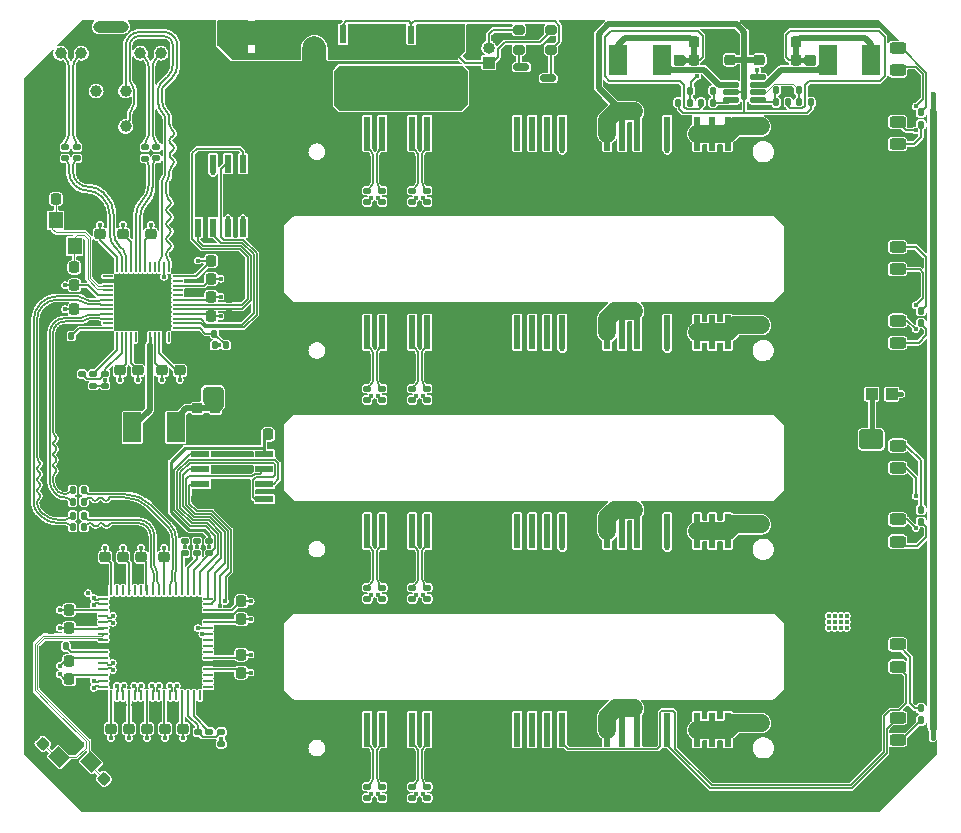
<source format=gtl>
%TF.GenerationSoftware,KiCad,Pcbnew,7.0.9*%
%TF.CreationDate,2025-01-01T13:08:25+08:00*%
%TF.ProjectId,ver0.1-rounded,76657230-2e31-42d7-926f-756e6465642e,rev?*%
%TF.SameCoordinates,Original*%
%TF.FileFunction,Copper,L1,Top*%
%TF.FilePolarity,Positive*%
%FSLAX46Y46*%
G04 Gerber Fmt 4.6, Leading zero omitted, Abs format (unit mm)*
G04 Created by KiCad (PCBNEW 7.0.9) date 2025-01-01 13:08:25*
%MOMM*%
%LPD*%
G01*
G04 APERTURE LIST*
G04 Aperture macros list*
%AMRoundRect*
0 Rectangle with rounded corners*
0 $1 Rounding radius*
0 $2 $3 $4 $5 $6 $7 $8 $9 X,Y pos of 4 corners*
0 Add a 4 corners polygon primitive as box body*
4,1,4,$2,$3,$4,$5,$6,$7,$8,$9,$2,$3,0*
0 Add four circle primitives for the rounded corners*
1,1,$1+$1,$2,$3*
1,1,$1+$1,$4,$5*
1,1,$1+$1,$6,$7*
1,1,$1+$1,$8,$9*
0 Add four rect primitives between the rounded corners*
20,1,$1+$1,$2,$3,$4,$5,0*
20,1,$1+$1,$4,$5,$6,$7,0*
20,1,$1+$1,$6,$7,$8,$9,0*
20,1,$1+$1,$8,$9,$2,$3,0*%
%AMRotRect*
0 Rectangle, with rotation*
0 The origin of the aperture is its center*
0 $1 length*
0 $2 width*
0 $3 Rotation angle, in degrees counterclockwise*
0 Add horizontal line*
21,1,$1,$2,0,0,$3*%
G04 Aperture macros list end*
%TA.AperFunction,ComponentPad*%
%ADD10RoundRect,0.250000X-0.750000X0.600000X-0.750000X-0.600000X0.750000X-0.600000X0.750000X0.600000X0*%
%TD*%
%TA.AperFunction,ComponentPad*%
%ADD11O,2.000000X1.700000*%
%TD*%
%TA.AperFunction,SMDPad,CuDef*%
%ADD12RoundRect,0.147500X0.147500X0.172500X-0.147500X0.172500X-0.147500X-0.172500X0.147500X-0.172500X0*%
%TD*%
%TA.AperFunction,SMDPad,CuDef*%
%ADD13R,1.550000X0.600000*%
%TD*%
%TA.AperFunction,SMDPad,CuDef*%
%ADD14RoundRect,0.243750X-0.456250X0.243750X-0.456250X-0.243750X0.456250X-0.243750X0.456250X0.243750X0*%
%TD*%
%TA.AperFunction,SMDPad,CuDef*%
%ADD15RoundRect,0.135000X-0.185000X0.135000X-0.185000X-0.135000X0.185000X-0.135000X0.185000X0.135000X0*%
%TD*%
%TA.AperFunction,SMDPad,CuDef*%
%ADD16RoundRect,0.243750X0.456250X-0.243750X0.456250X0.243750X-0.456250X0.243750X-0.456250X-0.243750X0*%
%TD*%
%TA.AperFunction,SMDPad,CuDef*%
%ADD17RoundRect,0.225000X0.250000X-0.225000X0.250000X0.225000X-0.250000X0.225000X-0.250000X-0.225000X0*%
%TD*%
%TA.AperFunction,SMDPad,CuDef*%
%ADD18RoundRect,0.225000X-0.225000X-0.250000X0.225000X-0.250000X0.225000X0.250000X-0.225000X0.250000X0*%
%TD*%
%TA.AperFunction,SMDPad,CuDef*%
%ADD19RoundRect,0.140000X-0.170000X0.140000X-0.170000X-0.140000X0.170000X-0.140000X0.170000X0.140000X0*%
%TD*%
%TA.AperFunction,SMDPad,CuDef*%
%ADD20RoundRect,0.225000X0.225000X0.250000X-0.225000X0.250000X-0.225000X-0.250000X0.225000X-0.250000X0*%
%TD*%
%TA.AperFunction,SMDPad,CuDef*%
%ADD21R,2.440000X2.820000*%
%TD*%
%TA.AperFunction,SMDPad,CuDef*%
%ADD22R,0.600000X2.900000*%
%TD*%
%TA.AperFunction,SMDPad,CuDef*%
%ADD23RoundRect,0.225000X-0.250000X0.225000X-0.250000X-0.225000X0.250000X-0.225000X0.250000X0.225000X0*%
%TD*%
%TA.AperFunction,SMDPad,CuDef*%
%ADD24R,0.600000X1.550000*%
%TD*%
%TA.AperFunction,SMDPad,CuDef*%
%ADD25RoundRect,0.140000X-0.140000X-0.170000X0.140000X-0.170000X0.140000X0.170000X-0.140000X0.170000X0*%
%TD*%
%TA.AperFunction,SMDPad,CuDef*%
%ADD26RoundRect,0.225000X0.017678X-0.335876X0.335876X-0.017678X-0.017678X0.335876X-0.335876X0.017678X0*%
%TD*%
%TA.AperFunction,SMDPad,CuDef*%
%ADD27RoundRect,0.135000X0.185000X-0.135000X0.185000X0.135000X-0.185000X0.135000X-0.185000X-0.135000X0*%
%TD*%
%TA.AperFunction,SMDPad,CuDef*%
%ADD28RoundRect,0.135000X0.135000X0.185000X-0.135000X0.185000X-0.135000X-0.185000X0.135000X-0.185000X0*%
%TD*%
%TA.AperFunction,ComponentPad*%
%ADD29C,0.500000*%
%TD*%
%TA.AperFunction,SMDPad,CuDef*%
%ADD30R,3.400000X3.400000*%
%TD*%
%TA.AperFunction,SMDPad,CuDef*%
%ADD31RoundRect,0.062500X0.062500X0.350000X-0.062500X0.350000X-0.062500X-0.350000X0.062500X-0.350000X0*%
%TD*%
%TA.AperFunction,SMDPad,CuDef*%
%ADD32RoundRect,0.062500X0.350000X0.062500X-0.350000X0.062500X-0.350000X-0.062500X0.350000X-0.062500X0*%
%TD*%
%TA.AperFunction,SMDPad,CuDef*%
%ADD33RoundRect,0.135000X-0.135000X-0.185000X0.135000X-0.185000X0.135000X0.185000X-0.135000X0.185000X0*%
%TD*%
%TA.AperFunction,SMDPad,CuDef*%
%ADD34RoundRect,0.150000X-0.512500X-0.150000X0.512500X-0.150000X0.512500X0.150000X-0.512500X0.150000X0*%
%TD*%
%TA.AperFunction,SMDPad,CuDef*%
%ADD35RoundRect,0.400000X0.400000X0.400000X-0.400000X0.400000X-0.400000X-0.400000X0.400000X-0.400000X0*%
%TD*%
%TA.AperFunction,SMDPad,CuDef*%
%ADD36RoundRect,0.050000X0.050000X0.375000X-0.050000X0.375000X-0.050000X-0.375000X0.050000X-0.375000X0*%
%TD*%
%TA.AperFunction,SMDPad,CuDef*%
%ADD37RoundRect,0.050000X0.375000X0.050000X-0.375000X0.050000X-0.375000X-0.050000X0.375000X-0.050000X0*%
%TD*%
%TA.AperFunction,SMDPad,CuDef*%
%ADD38RoundRect,0.200000X-0.275000X0.200000X-0.275000X-0.200000X0.275000X-0.200000X0.275000X0.200000X0*%
%TD*%
%TA.AperFunction,SMDPad,CuDef*%
%ADD39R,1.000000X1.000000*%
%TD*%
%TA.AperFunction,SMDPad,CuDef*%
%ADD40RotRect,1.400000X1.200000X135.000000*%
%TD*%
%TA.AperFunction,SMDPad,CuDef*%
%ADD41R,1.200000X1.400000*%
%TD*%
%TA.AperFunction,SMDPad,CuDef*%
%ADD42R,1.500000X2.500000*%
%TD*%
%TA.AperFunction,SMDPad,CuDef*%
%ADD43RoundRect,0.125000X0.537500X0.125000X-0.537500X0.125000X-0.537500X-0.125000X0.537500X-0.125000X0*%
%TD*%
%TA.AperFunction,ComponentPad*%
%ADD44O,2.000000X4.000000*%
%TD*%
%TA.AperFunction,ComponentPad*%
%ADD45O,4.200000X2.100000*%
%TD*%
%TA.AperFunction,ComponentPad*%
%ADD46O,1.000000X1.000000*%
%TD*%
%TA.AperFunction,ComponentPad*%
%ADD47R,1.000000X1.000000*%
%TD*%
%TA.AperFunction,ComponentPad*%
%ADD48C,2.800000*%
%TD*%
%TA.AperFunction,ComponentPad*%
%ADD49O,3.000000X1.000000*%
%TD*%
%TA.AperFunction,ComponentPad*%
%ADD50C,1.000000*%
%TD*%
%TA.AperFunction,ViaPad*%
%ADD51C,0.400000*%
%TD*%
%TA.AperFunction,Conductor*%
%ADD52C,0.400000*%
%TD*%
%TA.AperFunction,Conductor*%
%ADD53C,0.150000*%
%TD*%
%TA.AperFunction,Conductor*%
%ADD54C,0.151638*%
%TD*%
%TA.AperFunction,Conductor*%
%ADD55C,0.211074*%
%TD*%
%TA.AperFunction,Conductor*%
%ADD56C,0.136652*%
%TD*%
%TA.AperFunction,Conductor*%
%ADD57C,0.600000*%
%TD*%
%TA.AperFunction,Conductor*%
%ADD58C,0.200000*%
%TD*%
%TA.AperFunction,Conductor*%
%ADD59C,1.500000*%
%TD*%
%TA.AperFunction,Conductor*%
%ADD60C,0.500000*%
%TD*%
%TA.AperFunction,Conductor*%
%ADD61C,0.109220*%
%TD*%
%TA.AperFunction,Conductor*%
%ADD62C,0.250000*%
%TD*%
%TA.AperFunction,Conductor*%
%ADD63C,0.800000*%
%TD*%
%TA.AperFunction,Conductor*%
%ADD64C,0.182880*%
%TD*%
%TA.AperFunction,Conductor*%
%ADD65C,0.108966*%
%TD*%
G04 APERTURE END LIST*
D10*
%TO.P,J9,1,Pin_1*%
%TO.N,Net-(J9-Pin_1)*%
X179197000Y-103398000D03*
D11*
%TO.P,J9,2,Pin_2*%
%TO.N,GND*%
X179197000Y-105898000D03*
%TD*%
D12*
%TO.P,R41,2*%
%TO.N,Net-(D7-A)*%
X183405900Y-93565980D03*
%TO.P,R41,1*%
%TO.N,+3V3*%
X184375900Y-93565980D03*
%TD*%
D13*
%TO.P,U6,8,VCC*%
%TO.N,+3V3*%
X127789920Y-104648000D03*
%TO.P,U6,7,HOLD#*%
%TO.N,/AGPIO4*%
X127789920Y-105918000D03*
%TO.P,U6,6,SCLK*%
%TO.N,/AGPIO0*%
X127789920Y-107188000D03*
%TO.P,U6,5,SI*%
%TO.N,/AGPIO1*%
X127789920Y-108458000D03*
%TO.P,U6,4,GND*%
%TO.N,GND*%
X122389920Y-108458000D03*
%TO.P,U6,3,WP#*%
%TO.N,/AGPIO3*%
X122389920Y-107188000D03*
%TO.P,U6,2,SO*%
%TO.N,/AGPIO2*%
X122389920Y-105918000D03*
%TO.P,U6,1,CS#*%
%TO.N,/AGPIO14*%
X122389920Y-104648000D03*
%TD*%
D14*
%TO.P,D2,2,A*%
%TO.N,Net-(D2-A)*%
X181415560Y-78408800D03*
%TO.P,D2,1,K*%
%TO.N,/DAS1*%
X181415560Y-76533800D03*
%TD*%
D15*
%TO.P,R29,2*%
%TO.N,GND*%
X123154440Y-129177720D03*
%TO.P,R29,1*%
%TO.N,/AGPIO12*%
X123154440Y-128157720D03*
%TD*%
D16*
%TO.P,D6,2,A*%
%TO.N,Net-(D6-A)*%
X181415600Y-120757400D03*
%TO.P,D6,1,K*%
%TO.N,/HOT3*%
X181415600Y-122632400D03*
%TD*%
D17*
%TO.P,C64,2*%
%TO.N,+1V2*%
X119400320Y-127892720D03*
%TO.P,C64,1*%
%TO.N,GND*%
X119400320Y-129442720D03*
%TD*%
D18*
%TO.P,C23,2*%
%TO.N,/vout1.2*%
X111727280Y-90357960D03*
%TO.P,C23,1*%
%TO.N,GND*%
X110177280Y-90357960D03*
%TD*%
D12*
%TO.P,R40,2*%
%TO.N,Net-(D6-A)*%
X183405900Y-126187200D03*
%TO.P,R40,1*%
%TO.N,+3V3*%
X184375900Y-126187200D03*
%TD*%
D17*
%TO.P,C47,2*%
%TO.N,VBUS*%
X119126000Y-97565120D03*
%TO.P,C47,1*%
%TO.N,GND*%
X119126000Y-99115120D03*
%TD*%
D19*
%TO.P,C39,2*%
%TO.N,/90ohm_cap-SSRX1+*%
X110939580Y-79617720D03*
%TO.P,C39,1*%
%TO.N,/90ohm_SSRX0+*%
X110939580Y-78657720D03*
%TD*%
D17*
%TO.P,C40,2*%
%TO.N,/vout1.2*%
X122107500Y-100787460D03*
%TO.P,C40,1*%
%TO.N,GND*%
X122107500Y-102337460D03*
%TD*%
D20*
%TO.P,C46,2*%
%TO.N,VBUS*%
X123298900Y-88275160D03*
%TO.P,C46,1*%
%TO.N,GND*%
X124848900Y-88275160D03*
%TD*%
D21*
%TO.P,J7,SH2,SHIELD*%
%TO.N,GND*%
X173232320Y-95864140D03*
%TO.P,J7,SH1,SHIELD*%
X129052320Y-95864140D03*
D22*
%TO.P,J7,S7,S7*%
X142882320Y-94340140D03*
%TO.P,J7,S6,S6*%
%TO.N,/cap_100ohn_ARXP3*%
X141612320Y-94340140D03*
%TO.P,J7,S5,S5*%
%TO.N,/cap_100ohn_ARXN3*%
X140342320Y-94340140D03*
%TO.P,J7,S4,S4*%
%TO.N,GND*%
X139072320Y-94340140D03*
%TO.P,J7,S3,S3*%
%TO.N,/cap_100ohn_ATXN3*%
X137802320Y-94340140D03*
%TO.P,J7,S2,S2*%
%TO.N,/cap_100ohn_ATXP3*%
X136532320Y-94340140D03*
%TO.P,J7,S1,S1*%
%TO.N,GND*%
X135262320Y-94340140D03*
%TO.P,J7,P15,P15*%
%TO.N,Vin_12V*%
X167022320Y-94340140D03*
%TO.P,J7,P14,P14*%
X165742320Y-94340140D03*
%TO.P,J7,P13,P13*%
X164472320Y-94340140D03*
%TO.P,J7,P12,P12*%
%TO.N,GND*%
X163202320Y-94340140D03*
%TO.P,J7,P11,P11*%
%TO.N,/DAS4*%
X161932320Y-94340140D03*
%TO.P,J7,P10,P10*%
%TO.N,GND*%
X160662320Y-94340140D03*
%TO.P,J7,P9,P9*%
%TO.N,+5V*%
X159392320Y-94340140D03*
%TO.P,J7,P8,P8*%
X158122320Y-94340140D03*
%TO.P,J7,P7,P7*%
X156852320Y-94340140D03*
%TO.P,J7,P6,P6*%
%TO.N,GND*%
X155582320Y-94340140D03*
%TO.P,J7,P5,P5*%
X154312320Y-94340140D03*
%TO.P,J7,P4,P4*%
%TO.N,/HOT4*%
X153042320Y-94340140D03*
%TO.P,J7,P3,P3*%
%TO.N,unconnected-(J7-PadP3)*%
X151772320Y-94340140D03*
%TO.P,J7,P2,P2*%
%TO.N,unconnected-(J7-PadP2)*%
X150502320Y-94340140D03*
%TO.P,J7,P1,P1*%
%TO.N,unconnected-(J7-PadP1)*%
X149232320Y-94340140D03*
%TD*%
D20*
%TO.P,C29,2*%
%TO.N,/vout1.2*%
X123298900Y-89796420D03*
%TO.P,C29,1*%
%TO.N,GND*%
X124848900Y-89796420D03*
%TD*%
D18*
%TO.P,C55,2*%
%TO.N,+3V3*%
X111272620Y-122186700D03*
%TO.P,C55,1*%
%TO.N,GND*%
X109722620Y-122186700D03*
%TD*%
D20*
%TO.P,C28,2*%
%TO.N,/vout1.2*%
X123298900Y-92991940D03*
%TO.P,C28,1*%
%TO.N,GND*%
X124848900Y-92991940D03*
%TD*%
D19*
%TO.P,C57,2*%
%TO.N,GND*%
X122161300Y-129147720D03*
%TO.P,C57,1*%
%TO.N,/ARESETn*%
X122161300Y-128187720D03*
%TD*%
D20*
%TO.P,C52,2*%
%TO.N,+3V3*%
X125838900Y-118633240D03*
%TO.P,C52,1*%
%TO.N,GND*%
X127388900Y-118633240D03*
%TD*%
D18*
%TO.P,C50,2*%
%TO.N,+3V3*%
X128125220Y-102981760D03*
%TO.P,C50,1*%
%TO.N,GND*%
X126575220Y-102981760D03*
%TD*%
D20*
%TO.P,C130,2*%
%TO.N,+3V3*%
X125838900Y-121627900D03*
%TO.P,C130,1*%
%TO.N,GND*%
X127388900Y-121627900D03*
%TD*%
D18*
%TO.P,C30,2*%
%TO.N,/vout1.2*%
X111717100Y-92390740D03*
%TO.P,C30,1*%
%TO.N,GND*%
X110167100Y-92390740D03*
%TD*%
D12*
%TO.P,R35,2*%
%TO.N,Net-(D1-A)*%
X183405900Y-75722480D03*
%TO.P,R35,1*%
%TO.N,+3V3*%
X184375900Y-75722480D03*
%TD*%
D23*
%TO.P,C56,2*%
%TO.N,+3V3*%
X114330480Y-113367820D03*
%TO.P,C56,1*%
%TO.N,GND*%
X114330480Y-111817820D03*
%TD*%
D14*
%TO.P,D5,2,A*%
%TO.N,Net-(D5-A)*%
X181415560Y-128857800D03*
%TO.P,D5,1,K*%
%TO.N,/DAS3*%
X181415560Y-126982800D03*
%TD*%
D21*
%TO.P,J6,SH2,SHIELD*%
%TO.N,GND*%
X173232320Y-129517140D03*
%TO.P,J6,SH1,SHIELD*%
X129052320Y-129517140D03*
D22*
%TO.P,J6,S7,S7*%
X142882320Y-127993140D03*
%TO.P,J6,S6,S6*%
%TO.N,/cap_100ohn_ARXP2*%
X141612320Y-127993140D03*
%TO.P,J6,S5,S5*%
%TO.N,/cap_100ohn_ARXN2*%
X140342320Y-127993140D03*
%TO.P,J6,S4,S4*%
%TO.N,GND*%
X139072320Y-127993140D03*
%TO.P,J6,S3,S3*%
%TO.N,/cap_100ohn_ATXN2*%
X137802320Y-127993140D03*
%TO.P,J6,S2,S2*%
%TO.N,/cap_100ohn_ATXP2*%
X136532320Y-127993140D03*
%TO.P,J6,S1,S1*%
%TO.N,GND*%
X135262320Y-127993140D03*
%TO.P,J6,P15,P15*%
%TO.N,Vin_12V*%
X167022320Y-127993140D03*
%TO.P,J6,P14,P14*%
X165742320Y-127993140D03*
%TO.P,J6,P13,P13*%
X164472320Y-127993140D03*
%TO.P,J6,P12,P12*%
%TO.N,GND*%
X163202320Y-127993140D03*
%TO.P,J6,P11,P11*%
%TO.N,/DAS3*%
X161932320Y-127993140D03*
%TO.P,J6,P10,P10*%
%TO.N,GND*%
X160662320Y-127993140D03*
%TO.P,J6,P9,P9*%
%TO.N,+5V*%
X159392320Y-127993140D03*
%TO.P,J6,P8,P8*%
X158122320Y-127993140D03*
%TO.P,J6,P7,P7*%
X156852320Y-127993140D03*
%TO.P,J6,P6,P6*%
%TO.N,GND*%
X155582320Y-127993140D03*
%TO.P,J6,P5,P5*%
X154312320Y-127993140D03*
%TO.P,J6,P4,P4*%
%TO.N,/HOT3*%
X153042320Y-127993140D03*
%TO.P,J6,P3,P3*%
%TO.N,unconnected-(J6-PadP3)*%
X151772320Y-127993140D03*
%TO.P,J6,P2,P2*%
%TO.N,unconnected-(J6-PadP2)*%
X150502320Y-127993140D03*
%TO.P,J6,P1,P1*%
%TO.N,unconnected-(J6-PadP1)*%
X149232320Y-127993140D03*
%TD*%
D24*
%TO.P,U4,8,VCC*%
%TO.N,/vout3.3*%
X125996700Y-85465020D03*
%TO.P,U4,7,HOLD#*%
X124726700Y-85465020D03*
%TO.P,U4,6,SCLK*%
%TO.N,/GPIO1*%
X123456700Y-85465020D03*
%TO.P,U4,5,SI*%
%TO.N,/GPIO2*%
X122186700Y-85465020D03*
%TO.P,U4,4,GND*%
%TO.N,GND*%
X122186700Y-80065020D03*
%TO.P,U4,3,WP#*%
%TO.N,/vout3.3*%
X123456700Y-80065020D03*
%TO.P,U4,2,SO*%
%TO.N,/GPIO0*%
X124726700Y-80065020D03*
%TO.P,U4,1,CS#*%
%TO.N,/GPIO3*%
X125996700Y-80065020D03*
%TD*%
D17*
%TO.P,C27,2*%
%TO.N,/vout1.2*%
X117091460Y-97565120D03*
%TO.P,C27,1*%
%TO.N,GND*%
X117091460Y-99115120D03*
%TD*%
D15*
%TO.P,R33,2*%
%TO.N,+3V3*%
X124157740Y-129177720D03*
%TO.P,R33,1*%
%TO.N,/ARESETn*%
X124157740Y-128157720D03*
%TD*%
D25*
%TO.P,C44,2*%
%TO.N,/100ohm_net-TX_N*%
X112534640Y-108668820D03*
%TO.P,C44,1*%
%TO.N,/100ohm_TX_N*%
X111574640Y-108668820D03*
%TD*%
D21*
%TO.P,J5,SH2,SHIELD*%
%TO.N,GND*%
X173232320Y-112694140D03*
%TO.P,J5,SH1,SHIELD*%
X129052320Y-112694140D03*
D22*
%TO.P,J5,S7,S7*%
X142882320Y-111170140D03*
%TO.P,J5,S6,S6*%
%TO.N,/cap_100ohn_ARXP1*%
X141612320Y-111170140D03*
%TO.P,J5,S5,S5*%
%TO.N,/cap_100ohn_ARXN1*%
X140342320Y-111170140D03*
%TO.P,J5,S4,S4*%
%TO.N,GND*%
X139072320Y-111170140D03*
%TO.P,J5,S3,S3*%
%TO.N,/cap_100ohn_ATXN1*%
X137802320Y-111170140D03*
%TO.P,J5,S2,S2*%
%TO.N,/cap_100ohn_ATXP1*%
X136532320Y-111170140D03*
%TO.P,J5,S1,S1*%
%TO.N,GND*%
X135262320Y-111170140D03*
%TO.P,J5,P15,P15*%
%TO.N,Vin_12V*%
X167022320Y-111170140D03*
%TO.P,J5,P14,P14*%
X165742320Y-111170140D03*
%TO.P,J5,P13,P13*%
X164472320Y-111170140D03*
%TO.P,J5,P12,P12*%
%TO.N,GND*%
X163202320Y-111170140D03*
%TO.P,J5,P11,P11*%
%TO.N,/DAS2*%
X161932320Y-111170140D03*
%TO.P,J5,P10,P10*%
%TO.N,GND*%
X160662320Y-111170140D03*
%TO.P,J5,P9,P9*%
%TO.N,+5V*%
X159392320Y-111170140D03*
%TO.P,J5,P8,P8*%
X158122320Y-111170140D03*
%TO.P,J5,P7,P7*%
X156852320Y-111170140D03*
%TO.P,J5,P6,P6*%
%TO.N,GND*%
X155582320Y-111170140D03*
%TO.P,J5,P5,P5*%
X154312320Y-111170140D03*
%TO.P,J5,P4,P4*%
%TO.N,/HOT2*%
X153042320Y-111170140D03*
%TO.P,J5,P3,P3*%
%TO.N,unconnected-(J5-PadP3)*%
X151772320Y-111170140D03*
%TO.P,J5,P2,P2*%
%TO.N,unconnected-(J5-PadP2)*%
X150502320Y-111170140D03*
%TO.P,J5,P1,P1*%
%TO.N,unconnected-(J5-PadP1)*%
X149232320Y-111170140D03*
%TD*%
D12*
%TO.P,R42,2*%
%TO.N,Net-(D8-A)*%
X183405900Y-92544900D03*
%TO.P,R42,1*%
%TO.N,+3V3*%
X184375900Y-92544900D03*
%TD*%
D18*
%TO.P,C54,2*%
%TO.N,+3V3*%
X111272620Y-119382540D03*
%TO.P,C54,1*%
%TO.N,GND*%
X109722620Y-119382540D03*
%TD*%
D26*
%TO.P,C49,2*%
%TO.N,GND*%
X110127460Y-128067275D03*
%TO.P,C49,1*%
%TO.N,/AXIN*%
X109031444Y-129163291D03*
%TD*%
D23*
%TO.P,C60,2*%
%TO.N,+1V2*%
X119331740Y-113364520D03*
%TO.P,C60,1*%
%TO.N,GND*%
X119331740Y-111814520D03*
%TD*%
D17*
%TO.P,C32,2*%
%TO.N,/vout3.3*%
X120644920Y-97565120D03*
%TO.P,C32,1*%
%TO.N,GND*%
X120644920Y-99115120D03*
%TD*%
D27*
%TO.P,R24,2*%
%TO.N,/RST*%
X114320320Y-97830120D03*
%TO.P,R24,1*%
%TO.N,/vout3.3*%
X114320320Y-98850120D03*
%TD*%
D14*
%TO.P,D3,1,K*%
%TO.N,/DAS2*%
X181415560Y-110179800D03*
%TO.P,D3,2,A*%
%TO.N,Net-(D3-A)*%
X181415560Y-112054800D03*
%TD*%
D19*
%TO.P,C36,2*%
%TO.N,/90ohm_cap-SSTX1+*%
X117688360Y-79621320D03*
%TO.P,C36,1*%
%TO.N,/90ohm_SSTX0-*%
X117688360Y-78661320D03*
%TD*%
D24*
%TO.P,Q2,8,D*%
%TO.N,Vin_12V*%
X138277600Y-74510000D03*
%TO.P,Q2,7,D*%
X137007600Y-74510000D03*
%TO.P,Q2,6,D*%
X135737600Y-74510000D03*
%TO.P,Q2,5,D*%
X134467600Y-74510000D03*
%TO.P,Q2,4,G*%
%TO.N,Net-(Q1-G)*%
X134467600Y-69110000D03*
%TO.P,Q2,3,S*%
%TO.N,VDC*%
X135737600Y-69110000D03*
%TO.P,Q2,2,S*%
X137007600Y-69110000D03*
%TO.P,Q2,1,S*%
X138277600Y-69110000D03*
%TD*%
D17*
%TO.P,C132,2*%
%TO.N,+3V3*%
X120916700Y-127892720D03*
%TO.P,C132,1*%
%TO.N,GND*%
X120916700Y-129442720D03*
%TD*%
D18*
%TO.P,C63,2*%
%TO.N,+1V2*%
X111272620Y-123705620D03*
%TO.P,C63,1*%
%TO.N,GND*%
X109722620Y-123705620D03*
%TD*%
D19*
%TO.P,C37,2*%
%TO.N,/90ohm_cap-SSRX1-*%
X111922560Y-79617720D03*
%TO.P,C37,1*%
%TO.N,/90ohm_SSRX0-*%
X111922560Y-78657720D03*
%TD*%
D20*
%TO.P,C58,2*%
%TO.N,+1V2*%
X125846540Y-117116860D03*
%TO.P,C58,1*%
%TO.N,GND*%
X127396540Y-117116860D03*
%TD*%
D28*
%TO.P,R26,2*%
%TO.N,GND*%
X110437200Y-94665800D03*
%TO.P,R26,1*%
%TO.N,Net-(U5-REXT)*%
X111457200Y-94665800D03*
%TD*%
D19*
%TO.P,C35,2*%
%TO.N,/90ohm_cap-SSTX1-*%
X118671340Y-79618780D03*
%TO.P,C35,1*%
%TO.N,/90ohm_SSTX0+*%
X118671340Y-78658780D03*
%TD*%
D17*
%TO.P,C53,2*%
%TO.N,+3V3*%
X117868700Y-127892720D03*
%TO.P,C53,1*%
%TO.N,GND*%
X117868700Y-129442720D03*
%TD*%
D24*
%TO.P,Q1,8,D*%
%TO.N,Vin_12V*%
X144068800Y-74522520D03*
%TO.P,Q1,7,D*%
X142798800Y-74522520D03*
%TO.P,Q1,6,D*%
X141528800Y-74522520D03*
%TO.P,Q1,5,D*%
X140258800Y-74522520D03*
%TO.P,Q1,4,G*%
%TO.N,Net-(Q1-G)*%
X140258800Y-69122520D03*
%TO.P,Q1,3,S*%
%TO.N,VDC*%
X141528800Y-69122520D03*
%TO.P,Q1,2,S*%
X142798800Y-69122520D03*
%TO.P,Q1,1,S*%
X144068800Y-69122520D03*
%TD*%
D27*
%TO.P,R31,2*%
%TO.N,+3V3*%
X122092720Y-112042480D03*
%TO.P,R31,1*%
%TO.N,/AGPIO13*%
X122092720Y-113062480D03*
%TD*%
D29*
%TO.P,jmb1,65,GND*%
%TO.N,GND*%
X117142600Y-119174600D03*
X117142600Y-120624600D03*
X117142600Y-122074600D03*
X118592600Y-119174600D03*
D30*
X118592600Y-120624600D03*
D29*
X118592600Y-120624600D03*
X118592600Y-122074600D03*
X120042600Y-119174600D03*
X120042600Y-120624600D03*
X120042600Y-122074600D03*
D31*
%TO.P,jmb1,64,ZGPIO11*%
%TO.N,/AGPIO11*%
X122342600Y-125062100D03*
%TO.P,jmb1,63,ZGPIO12*%
%TO.N,/AGPIO12*%
X121842600Y-125062100D03*
%TO.P,jmb1,62,XRSTN*%
%TO.N,/ARESETn*%
X121342600Y-125062100D03*
%TO.P,jmb1,61,AV3.3*%
%TO.N,+3V3*%
X120842600Y-125062100D03*
%TO.P,jmb1,60,ATXP1*%
%TO.N,/100ohm_ATXP1*%
X120342600Y-125062100D03*
%TO.P,jmb1,59,ATXN1*%
%TO.N,/100ohm_ATXN1*%
X119842600Y-125062100D03*
%TO.P,jmb1,58,AV1.2*%
%TO.N,+1V2*%
X119342600Y-125062100D03*
%TO.P,jmb1,57,ARXN1*%
%TO.N,/100ohm_ARXN1*%
X118842600Y-125062100D03*
%TO.P,jmb1,56,ARXP1*%
%TO.N,/100ohm_ARXP1*%
X118342600Y-125062100D03*
%TO.P,jmb1,55,AV3.3*%
%TO.N,+3V3*%
X117842600Y-125062100D03*
%TO.P,jmb1,54,ATXP2*%
%TO.N,/100ohm_ATXP2*%
X117342600Y-125062100D03*
%TO.P,jmb1,53,ATXN2*%
%TO.N,/100ohm_ATXN2*%
X116842600Y-125062100D03*
%TO.P,jmb1,52,AV1.2*%
%TO.N,+1V2*%
X116342600Y-125062100D03*
%TO.P,jmb1,51,ARXN2*%
%TO.N,/100ohm_ARXN2*%
X115842600Y-125062100D03*
%TO.P,jmb1,50,ARXP2*%
%TO.N,/100ohm_ARXP2*%
X115342600Y-125062100D03*
%TO.P,jmb1,49,AV3.3*%
%TO.N,+3V3*%
X114842600Y-125062100D03*
D32*
%TO.P,jmb1,48,ATXP0*%
%TO.N,/100ohm_ATXP0*%
X114155100Y-124374600D03*
%TO.P,jmb1,47,ATXN0*%
%TO.N,/100ohm_ATXN0*%
X114155100Y-123874600D03*
%TO.P,jmb1,46,AV1.2*%
%TO.N,+1V2*%
X114155100Y-123374600D03*
%TO.P,jmb1,45,ARXN0*%
%TO.N,/100ohm_ARXN0*%
X114155100Y-122874600D03*
%TO.P,jmb1,44,ARXP0*%
%TO.N,/100ohm_ARXP0*%
X114155100Y-122374600D03*
%TO.P,jmb1,43,AV3.3*%
%TO.N,+3V3*%
X114155100Y-121874600D03*
%TO.P,jmb1,42,AREXT*%
%TO.N,/AREXT*%
X114155100Y-121374600D03*
%TO.P,jmb1,41,AGND*%
%TO.N,GND*%
X114155100Y-120874600D03*
%TO.P,jmb1,40,AXOUT*%
%TO.N,/AXOUT*%
X114155100Y-120374600D03*
%TO.P,jmb1,39,AXIN*%
%TO.N,/AXIN*%
X114155100Y-119874600D03*
%TO.P,jmb1,38,AV3.3*%
%TO.N,+3V3*%
X114155100Y-119374600D03*
%TO.P,jmb1,37,ATXP3*%
%TO.N,/100ohm_ATXP3*%
X114155100Y-118874600D03*
%TO.P,jmb1,36,ATXN3*%
%TO.N,/100ohm_ATXN3*%
X114155100Y-118374600D03*
%TO.P,jmb1,35,AV1.2*%
%TO.N,+1V2*%
X114155100Y-117874600D03*
%TO.P,jmb1,34,ARXN3*%
%TO.N,/100ohm_ARXN3*%
X114155100Y-117374600D03*
%TO.P,jmb1,33,ARXP3*%
%TO.N,/100ohm_ARXP3*%
X114155100Y-116874600D03*
D31*
%TO.P,jmb1,32,AV3.3*%
%TO.N,+3V3*%
X114842600Y-116187100D03*
%TO.P,jmb1,31,ATXP4*%
%TO.N,unconnected-(jmb1-ATXP4-Pad31)*%
X115342600Y-116187100D03*
%TO.P,jmb1,30,ATXN4*%
%TO.N,unconnected-(jmb1-ATXN4-Pad30)*%
X115842600Y-116187100D03*
%TO.P,jmb1,29,AV1.2*%
%TO.N,+1V2*%
X116342600Y-116187100D03*
%TO.P,jmb1,28,ARXN4*%
%TO.N,unconnected-(jmb1-ARXN4-Pad28)*%
X116842600Y-116187100D03*
%TO.P,jmb1,27,ARXP4*%
%TO.N,unconnected-(jmb1-ARXP4-Pad27)*%
X117342600Y-116187100D03*
%TO.P,jmb1,26,AV3.3*%
%TO.N,+3V3*%
X117842600Y-116187100D03*
%TO.P,jmb1,25,ATXP5*%
%TO.N,/100ohm_net-RX_P*%
X118342600Y-116187100D03*
%TO.P,jmb1,24,ATXN5*%
%TO.N,/100ohm_net-RX_N*%
X118842600Y-116187100D03*
%TO.P,jmb1,23,AV1.2*%
%TO.N,+1V2*%
X119342600Y-116187100D03*
%TO.P,jmb1,22,ARXN5*%
%TO.N,/100ohm_net-TX_N*%
X119842600Y-116187100D03*
%TO.P,jmb1,21,ARXP5*%
%TO.N,/100ohm_net-TX_P*%
X120342600Y-116187100D03*
%TO.P,jmb1,20,XTSTN*%
%TO.N,/ATESTn*%
X120842600Y-116187100D03*
%TO.P,jmb1,19,ZGPIO13*%
%TO.N,/AGPIO13*%
X121342600Y-116187100D03*
%TO.P,jmb1,18,ZGPIO14*%
%TO.N,/AGPIO14*%
X121842600Y-116187100D03*
%TO.P,jmb1,17,ZGPIO0*%
%TO.N,/AGPIO0*%
X122342600Y-116187100D03*
D32*
%TO.P,jmb1,16,ZGPIO1*%
%TO.N,/AGPIO1*%
X123030100Y-116874600D03*
%TO.P,jmb1,15,ZGPIO2*%
%TO.N,/AGPIO2*%
X123030100Y-117374600D03*
%TO.P,jmb1,14,DV1.2*%
%TO.N,+1V2*%
X123030100Y-117874600D03*
%TO.P,jmb1,13,DGND*%
%TO.N,GND*%
X123030100Y-118374600D03*
%TO.P,jmb1,12,DV3.3*%
%TO.N,+3V3*%
X123030100Y-118874600D03*
%TO.P,jmb1,11,ZGPIO3*%
%TO.N,/AGPIO3*%
X123030100Y-119374600D03*
%TO.P,jmb1,10,ZGPIO4*%
%TO.N,/AGPIO4*%
X123030100Y-119874600D03*
%TO.P,jmb1,9,ZGPIO5*%
%TO.N,/AGPIO5*%
X123030100Y-120374600D03*
%TO.P,jmb1,8,ZGPIO6*%
%TO.N,/AGPIO6*%
X123030100Y-120874600D03*
%TO.P,jmb1,7,ZGPIO7*%
%TO.N,/AGPIO7*%
X123030100Y-121374600D03*
%TO.P,jmb1,6,DV3.3*%
%TO.N,+3V3*%
X123030100Y-121874600D03*
%TO.P,jmb1,5,DGND*%
%TO.N,GND*%
X123030100Y-122374600D03*
%TO.P,jmb1,4,DV1.2*%
%TO.N,+1V2*%
X123030100Y-122874600D03*
%TO.P,jmb1,3,ZGPIO9*%
%TO.N,/AGPIO8*%
X123030100Y-123374600D03*
%TO.P,jmb1,2,ZGIO9*%
%TO.N,/AGPIO9*%
X123030100Y-123874600D03*
%TO.P,jmb1,1,ZGPIO10*%
%TO.N,/AGPIO10*%
X123030100Y-124374600D03*
%TD*%
D33*
%TO.P,R23,2*%
%TO.N,GND*%
X124583900Y-94449900D03*
%TO.P,R23,1*%
%TO.N,Net-(U5-TME)*%
X123563900Y-94449900D03*
%TD*%
D12*
%TO.P,R39,2*%
%TO.N,Net-(D5-A)*%
X183405900Y-127195580D03*
%TO.P,R39,1*%
%TO.N,+3V3*%
X184375900Y-127195580D03*
%TD*%
D27*
%TO.P,R32,2*%
%TO.N,+3V3*%
X123156980Y-112042480D03*
%TO.P,R32,1*%
%TO.N,/AGPIO14*%
X123156980Y-113062480D03*
%TD*%
D23*
%TO.P,C61,2*%
%TO.N,+1V2*%
X115844320Y-113367820D03*
%TO.P,C61,1*%
%TO.N,GND*%
X115844320Y-111817820D03*
%TD*%
D20*
%TO.P,C34,2*%
%TO.N,/vout3.3*%
X123298900Y-91315540D03*
%TO.P,C34,1*%
%TO.N,GND*%
X124848900Y-91315540D03*
%TD*%
D34*
%TO.P,T1,3,E*%
%TO.N,Net-(Q1-G)*%
X151843320Y-72842120D03*
%TO.P,T1,2,B*%
%TO.N,GND*%
X149568320Y-73792120D03*
%TO.P,T1,1,C*%
%TO.N,Net-(T1-C)*%
X149568320Y-71892120D03*
%TD*%
D23*
%TO.P,C26,2*%
%TO.N,/vout1.2*%
X113879340Y-86008720D03*
%TO.P,C26,1*%
%TO.N,GND*%
X113879340Y-84458720D03*
%TD*%
D12*
%TO.P,R36,2*%
%TO.N,Net-(D2-A)*%
X183405900Y-76746100D03*
%TO.P,R36,1*%
%TO.N,+3V3*%
X184375900Y-76746100D03*
%TD*%
%TO.P,R37,2*%
%TO.N,Net-(D3-A)*%
X183405900Y-110393480D03*
%TO.P,R37,1*%
%TO.N,+3V3*%
X184375900Y-110393480D03*
%TD*%
D15*
%TO.P,R25,2*%
%TO.N,/vout3.3*%
X113337340Y-98850120D03*
%TO.P,R25,1*%
%TO.N,Net-(U5-UAO{slash}GPIO8)*%
X113337340Y-97830120D03*
%TD*%
D29*
%TO.P,U5,49,GND*%
%TO.N,GND*%
X116987320Y-91262980D03*
X116987320Y-92312980D03*
D35*
X117512320Y-91787980D03*
D29*
X118037320Y-91262980D03*
X118037320Y-92312980D03*
D36*
%TO.P,U5,48,UAI/GPIO9*%
%TO.N,unconnected-(U5-UAI{slash}GPIO9-Pad48)*%
X119712320Y-94737980D03*
%TO.P,U5,47,NC*%
%TO.N,GND*%
X119312320Y-94737980D03*
%TO.P,U5,46,MODE0*%
%TO.N,/vout3.3*%
X118912320Y-94737980D03*
%TO.P,U5,45,VREG_IN*%
%TO.N,VBUS*%
X118512320Y-94737980D03*
%TO.P,U5,44,LXO*%
%TO.N,/LXO*%
X118112320Y-94737980D03*
%TO.P,U5,43,GND*%
%TO.N,GND*%
X117712320Y-94737980D03*
%TO.P,U5,42,MODE1*%
X117312320Y-94737980D03*
%TO.P,U5,41,GPIO7*%
%TO.N,unconnected-(U5-GPIO7-Pad41)*%
X116912320Y-94737980D03*
%TO.P,U5,40,VCCK*%
%TO.N,/vout1.2*%
X116512320Y-94737980D03*
%TO.P,U5,39,VCCO*%
%TO.N,/vout3.3*%
X116112320Y-94737980D03*
%TO.P,U5,38,RST#*%
%TO.N,/RST*%
X115712320Y-94737980D03*
%TO.P,U5,37,UAO/GPIO8*%
%TO.N,Net-(U5-UAO{slash}GPIO8)*%
X115312320Y-94737980D03*
D37*
%TO.P,U5,36,REXT*%
%TO.N,Net-(U5-REXT)*%
X114562320Y-93987980D03*
%TO.P,U5,35,NC*%
%TO.N,unconnected-(U5-NC-Pad35)*%
X114562320Y-93587980D03*
%TO.P,U5,34,TXP*%
%TO.N,/100ohm_TX_P*%
X114562320Y-93187980D03*
%TO.P,U5,33,TXN*%
%TO.N,/100ohm_TX_N*%
X114562320Y-92787980D03*
%TO.P,U5,32,AVDDL*%
%TO.N,/vout1.2*%
X114562320Y-92387980D03*
%TO.P,U5,31,RXN*%
%TO.N,/100ohm_RX_N*%
X114562320Y-91987980D03*
%TO.P,U5,30,RXP*%
%TO.N,/100ohm_RX_P*%
X114562320Y-91587980D03*
%TO.P,U5,29,AVDDL*%
%TO.N,/vout1.2*%
X114562320Y-91187980D03*
%TO.P,U5,28,XIN*%
%TO.N,/XIN*%
X114562320Y-90787980D03*
%TO.P,U5,27,XOUT*%
%TO.N,/XOUT*%
X114562320Y-90387980D03*
%TO.P,U5,26,NC*%
%TO.N,GND*%
X114562320Y-89987980D03*
%TO.P,U5,25,NC*%
%TO.N,unconnected-(U5-NC-Pad25)*%
X114562320Y-89587980D03*
D36*
%TO.P,U5,24,AVDDL*%
%TO.N,/vout1.2*%
X115312320Y-88837980D03*
%TO.P,U5,23,SSRXP*%
%TO.N,/90ohm_cap-SSRX1+*%
X115712320Y-88837980D03*
%TO.P,U5,22,SSRXN*%
%TO.N,/90ohm_cap-SSRX1-*%
X116112320Y-88837980D03*
%TO.P,U5,21,AVDDL*%
%TO.N,/vout1.2*%
X116512320Y-88837980D03*
%TO.P,U5,20,SSTXP*%
%TO.N,/90ohm_cap-SSTX1+*%
X116912320Y-88837980D03*
%TO.P,U5,19,SSTXN*%
%TO.N,/90ohm_cap-SSTX1-*%
X117312320Y-88837980D03*
%TO.P,U5,18,AVDDL*%
%TO.N,/vout1.2*%
X117712320Y-88837980D03*
%TO.P,U5,17,NC*%
%TO.N,unconnected-(U5-NC-Pad17)*%
X118112320Y-88837980D03*
%TO.P,U5,16,NC*%
%TO.N,unconnected-(U5-NC-Pad16)*%
X118512320Y-88837980D03*
%TO.P,U5,15,DP*%
%TO.N,/90ohm_HSD0+*%
X118912320Y-88837980D03*
%TO.P,U5,14,AV33O*%
%TO.N,/vout3.3*%
X119312320Y-88837980D03*
%TO.P,U5,13,DM*%
%TO.N,/90ohm_HSD0-*%
X119712320Y-88837980D03*
D37*
%TO.P,U5,12,VBUS*%
%TO.N,VBUS*%
X120462320Y-89587980D03*
%TO.P,U5,11,GPIO6*%
%TO.N,/GPIO6*%
X120462320Y-89987980D03*
%TO.P,U5,10,VCCK*%
%TO.N,/vout1.2*%
X120462320Y-90387980D03*
%TO.P,U5,9,GPIO5*%
%TO.N,/GPIO5*%
X120462320Y-90787980D03*
%TO.P,U5,8,GPIO4*%
%TO.N,/GPIO4*%
X120462320Y-91187980D03*
%TO.P,U5,7,VCCO*%
%TO.N,/vout3.3*%
X120462320Y-91587980D03*
%TO.P,U5,6,GPIO3*%
%TO.N,/GPIO3*%
X120462320Y-91987980D03*
%TO.P,U5,5,GPIO2*%
%TO.N,/GPIO2*%
X120462320Y-92387980D03*
%TO.P,U5,4,VCCK*%
%TO.N,/vout1.2*%
X120462320Y-92787980D03*
%TO.P,U5,3,GPIO1*%
%TO.N,/GPIO1*%
X120462320Y-93187980D03*
%TO.P,U5,2,GPIO0*%
%TO.N,/GPIO0*%
X120462320Y-93587980D03*
%TO.P,U5,1,TME*%
%TO.N,Net-(U5-TME)*%
X120462320Y-93987980D03*
%TD*%
D23*
%TO.P,C25,2*%
%TO.N,/vout1.2*%
X115841780Y-86008720D03*
%TO.P,C25,1*%
%TO.N,GND*%
X115841780Y-84458720D03*
%TD*%
D26*
%TO.P,C48,2*%
%TO.N,/AXOUT*%
X114205231Y-132142904D03*
%TO.P,C48,1*%
%TO.N,GND*%
X113109215Y-133238920D03*
%TD*%
D25*
%TO.P,C42,2*%
%TO.N,/100ohm_net-RX_P*%
X112534640Y-110828280D03*
%TO.P,C42,1*%
%TO.N,/100ohm_RX_P*%
X111574640Y-110828280D03*
%TD*%
%TO.P,C43,2*%
%TO.N,/100ohm_net-TX_P*%
X112534640Y-107696000D03*
%TO.P,C43,1*%
%TO.N,/100ohm_TX_P*%
X111574640Y-107696000D03*
%TD*%
D17*
%TO.P,C45,2*%
%TO.N,/vout1.2*%
X123628960Y-100785220D03*
%TO.P,C45,1*%
%TO.N,GND*%
X123628960Y-102335220D03*
%TD*%
D38*
%TO.P,R27,1*%
%TO.N,Net-(J2-Pin_2)*%
X149352000Y-68742560D03*
%TO.P,R27,2*%
%TO.N,Net-(T1-C)*%
X149352000Y-70392560D03*
%TD*%
D14*
%TO.P,D7,2,A*%
%TO.N,Net-(D7-A)*%
X181415560Y-95231800D03*
%TO.P,D7,1,K*%
%TO.N,/DAS4*%
X181415560Y-93356800D03*
%TD*%
D39*
%TO.P,R44,2*%
%TO.N,Net-(J9-Pin_1)*%
X179236000Y-99568000D03*
%TO.P,R44,1*%
%TO.N,Vin_12V*%
X180936000Y-99568000D03*
%TD*%
D23*
%TO.P,C51,2*%
%TO.N,+3V3*%
X117363240Y-113364520D03*
%TO.P,C51,1*%
%TO.N,GND*%
X117363240Y-111814520D03*
%TD*%
D27*
%TO.P,R30,2*%
%TO.N,+3V3*%
X121051320Y-112042480D03*
%TO.P,R30,1*%
%TO.N,/ATESTn*%
X121051320Y-113062480D03*
%TD*%
D25*
%TO.P,C41,2*%
%TO.N,/100ohm_net-RX_N*%
X112534640Y-109855000D03*
%TO.P,C41,1*%
%TO.N,/100ohm_RX_N*%
X111574640Y-109855000D03*
%TD*%
D16*
%TO.P,D1,2,A*%
%TO.N,Net-(D1-A)*%
X181415600Y-70288400D03*
%TO.P,D1,1,K*%
%TO.N,/HOT1*%
X181415600Y-72163400D03*
%TD*%
D23*
%TO.P,C24,2*%
%TO.N,/vout1.2*%
X118186200Y-86008720D03*
%TO.P,C24,1*%
%TO.N,GND*%
X118186200Y-84458720D03*
%TD*%
D16*
%TO.P,D8,2,A*%
%TO.N,Net-(D8-A)*%
X181415600Y-87111400D03*
%TO.P,D8,1,K*%
%TO.N,/HOT4*%
X181415600Y-88986400D03*
%TD*%
D28*
%TO.P,R28,2*%
%TO.N,GND*%
X109987620Y-120924320D03*
%TO.P,R28,1*%
%TO.N,/AREXT*%
X111007620Y-120924320D03*
%TD*%
D38*
%TO.P,R34,2*%
%TO.N,Net-(Q1-G)*%
X152072340Y-70392560D03*
%TO.P,R34,1*%
%TO.N,VDC*%
X152072340Y-68742560D03*
%TD*%
D20*
%TO.P,C65,2*%
%TO.N,+1V2*%
X125838900Y-123151900D03*
%TO.P,C65,1*%
%TO.N,GND*%
X127388900Y-123151900D03*
%TD*%
D18*
%TO.P,C22,2*%
%TO.N,/XIN*%
X111714580Y-88841580D03*
%TO.P,C22,1*%
%TO.N,GND*%
X110164580Y-88841580D03*
%TD*%
D21*
%TO.P,J4,SH2,SHIELD*%
%TO.N,GND*%
X173232320Y-79034140D03*
%TO.P,J4,SH1,SHIELD*%
X129052320Y-79034140D03*
D22*
%TO.P,J4,S7,S7*%
X142882320Y-77510140D03*
%TO.P,J4,S6,S6*%
%TO.N,/cap_100ohn_ARXP0*%
X141612320Y-77510140D03*
%TO.P,J4,S5,S5*%
%TO.N,/cap_100ohn_ARXN0*%
X140342320Y-77510140D03*
%TO.P,J4,S4,S4*%
%TO.N,GND*%
X139072320Y-77510140D03*
%TO.P,J4,S3,S3*%
%TO.N,/cap_100ohn_ATXN0*%
X137802320Y-77510140D03*
%TO.P,J4,S2,S2*%
%TO.N,/cap_100ohn_ATXP0*%
X136532320Y-77510140D03*
%TO.P,J4,S1,S1*%
%TO.N,GND*%
X135262320Y-77510140D03*
%TO.P,J4,P15,P15*%
%TO.N,Vin_12V*%
X167022320Y-77510140D03*
%TO.P,J4,P14,P14*%
X165742320Y-77510140D03*
%TO.P,J4,P13,P13*%
X164472320Y-77510140D03*
%TO.P,J4,P12,P12*%
%TO.N,GND*%
X163202320Y-77510140D03*
%TO.P,J4,P11,P11*%
%TO.N,/DAS1*%
X161932320Y-77510140D03*
%TO.P,J4,P10,P10*%
%TO.N,GND*%
X160662320Y-77510140D03*
%TO.P,J4,P9,P9*%
%TO.N,+5V*%
X159392320Y-77510140D03*
%TO.P,J4,P8,P8*%
X158122320Y-77510140D03*
%TO.P,J4,P7,P7*%
X156852320Y-77510140D03*
%TO.P,J4,P6,P6*%
%TO.N,GND*%
X155582320Y-77510140D03*
%TO.P,J4,P5,P5*%
X154312320Y-77510140D03*
%TO.P,J4,P4,P4*%
%TO.N,/HOT1*%
X153042320Y-77510140D03*
%TO.P,J4,P3,P3*%
%TO.N,unconnected-(J4-PadP3)*%
X151772320Y-77510140D03*
%TO.P,J4,P2,P2*%
%TO.N,unconnected-(J4-PadP2)*%
X150502320Y-77510140D03*
%TO.P,J4,P1,P1*%
%TO.N,unconnected-(J4-PadP1)*%
X149232320Y-77510140D03*
%TD*%
D12*
%TO.P,R38,2*%
%TO.N,Net-(D4-A)*%
X183405900Y-109372400D03*
%TO.P,R38,1*%
%TO.N,+3V3*%
X184375900Y-109372400D03*
%TD*%
D16*
%TO.P,D4,2,A*%
%TO.N,Net-(D4-A)*%
X181415600Y-103934400D03*
%TO.P,D4,1,K*%
%TO.N,/HOT2*%
X181415600Y-105809400D03*
%TD*%
D17*
%TO.P,C131,2*%
%TO.N,+3V3*%
X114818160Y-127892720D03*
%TO.P,C131,1*%
%TO.N,GND*%
X114818160Y-129442720D03*
%TD*%
D18*
%TO.P,C62,2*%
%TO.N,+1V2*%
X111272620Y-117858540D03*
%TO.P,C62,1*%
%TO.N,GND*%
X109722620Y-117858540D03*
%TD*%
D25*
%TO.P,C21,2*%
%TO.N,Net-(U5-TME)*%
X124553900Y-95435420D03*
%TO.P,C21,1*%
%TO.N,/vout3.3*%
X123593900Y-95435420D03*
%TD*%
D40*
%TO.P,Y2,4,4*%
%TO.N,GND*%
X111992452Y-131841083D03*
%TO.P,Y2,3,3*%
%TO.N,/AXIN*%
X110436817Y-130285448D03*
%TO.P,Y2,2,2*%
%TO.N,GND*%
X111568188Y-129154077D03*
%TO.P,Y2,1,1*%
%TO.N,/AXOUT*%
X113123823Y-130709712D03*
%TD*%
D17*
%TO.P,C33,2*%
%TO.N,/vout3.3*%
X115577620Y-97565120D03*
%TO.P,C33,1*%
%TO.N,GND*%
X115577620Y-99115120D03*
%TD*%
D41*
%TO.P,Y1,4,4*%
%TO.N,GND*%
X110139580Y-87051660D03*
%TO.P,Y1,3,3*%
%TO.N,/XOUT*%
X110139580Y-84851660D03*
%TO.P,Y1,2,2*%
%TO.N,GND*%
X111739580Y-84851660D03*
%TO.P,Y1,1,1*%
%TO.N,/XIN*%
X111739580Y-87051660D03*
%TD*%
D19*
%TO.P,C38,2*%
%TO.N,GND*%
X112354360Y-98820120D03*
%TO.P,C38,1*%
%TO.N,/RST*%
X112354360Y-97860120D03*
%TD*%
D18*
%TO.P,C31,2*%
%TO.N,GND*%
X111714580Y-83060540D03*
%TO.P,C31,1*%
%TO.N,/XOUT*%
X110164580Y-83060540D03*
%TD*%
D42*
%TO.P,L5,2*%
%TO.N,/vout1.2*%
X120310520Y-102389940D03*
%TO.P,L5,1*%
%TO.N,/LXO*%
X116610520Y-102389940D03*
%TD*%
D17*
%TO.P,C59,2*%
%TO.N,+1V2*%
X116342160Y-127892720D03*
%TO.P,C59,1*%
%TO.N,GND*%
X116342160Y-129442720D03*
%TD*%
D19*
%TO.P,C115,1*%
%TO.N,/cap_100ohn_ATXN0*%
X137789900Y-82344200D03*
%TO.P,C115,2*%
%TO.N,/100ohm_ATXN0*%
X137789900Y-83304200D03*
%TD*%
%TO.P,C123,1*%
%TO.N,/cap_100ohn_ATXN2*%
X137789900Y-132816600D03*
%TO.P,C123,2*%
%TO.N,/100ohm_ATXN2*%
X137789900Y-133776600D03*
%TD*%
D43*
%TO.P,U3,1,FB2*%
%TO.N,Net-(U3-FB2)*%
X169590300Y-74671996D03*
%TO.P,U3,2,EN2*%
%TO.N,Net-(U3-EN2)*%
X169590300Y-74021996D03*
%TO.P,U3,3,SW2*%
%TO.N,Net-(U3-SW2)*%
X169590300Y-73371996D03*
%TO.P,U3,4,EN1*%
%TO.N,Net-(U3-EN1)*%
X169590300Y-72721996D03*
%TO.P,U3,5,GND*%
%TO.N,GND*%
X167315300Y-72721996D03*
%TO.P,U3,6,SW1*%
%TO.N,Net-(U3-SW1)*%
X167315300Y-73371996D03*
%TO.P,U3,7,IN*%
%TO.N,+5V*%
X167315300Y-74021996D03*
%TO.P,U3,8,FB1*%
%TO.N,Net-(U3-FB1)*%
X167315300Y-74671996D03*
%TD*%
D42*
%TO.P,L4,2*%
%TO.N,+3V3*%
X179192800Y-71308202D03*
%TO.P,L4,1*%
%TO.N,Net-(U3-SW2)*%
X175492800Y-71308202D03*
%TD*%
D28*
%TO.P,R22,2*%
%TO.N,Net-(U3-EN2)*%
X173066100Y-73848202D03*
%TO.P,R22,1*%
%TO.N,GND*%
X174086100Y-73848202D03*
%TD*%
D33*
%TO.P,R19,1*%
%TO.N,Net-(U3-FB2)*%
X171143200Y-74864202D03*
%TO.P,R19,2*%
%TO.N,+3V3*%
X172163200Y-74864202D03*
%TD*%
%TO.P,R16,1*%
%TO.N,GND*%
X162837400Y-73873602D03*
%TO.P,R16,2*%
%TO.N,Net-(U3-EN1)*%
X163857400Y-73873602D03*
%TD*%
D19*
%TO.P,C117,2*%
%TO.N,/100ohm_ARXP0*%
X141599900Y-83304200D03*
%TO.P,C117,1*%
%TO.N,/cap_100ohn_ARXP0*%
X141599900Y-82344200D03*
%TD*%
D33*
%TO.P,R18,1*%
%TO.N,GND*%
X164775300Y-73873602D03*
%TO.P,R18,2*%
%TO.N,Net-(U3-FB1)*%
X165795300Y-73873602D03*
%TD*%
D19*
%TO.P,C129,1*%
%TO.N,/cap_100ohn_ARXP3*%
X141599900Y-99105600D03*
%TO.P,C129,2*%
%TO.N,/100ohm_ARXP3*%
X141599900Y-100065600D03*
%TD*%
%TO.P,C119,1*%
%TO.N,/cap_100ohn_ATXN1*%
X137795000Y-115951000D03*
%TO.P,C119,2*%
%TO.N,/100ohm_ATXN1*%
X137795000Y-116911000D03*
%TD*%
D28*
%TO.P,R15,1*%
%TO.N,Net-(U3-EN1)*%
X163857400Y-74889602D03*
%TO.P,R15,2*%
%TO.N,+5V*%
X162837400Y-74889602D03*
%TD*%
D23*
%TO.P,C18,1*%
%TO.N,GND*%
X169722800Y-69711617D03*
%TO.P,C18,2*%
%TO.N,+5V*%
X169722800Y-71261617D03*
%TD*%
D28*
%TO.P,R20,2*%
%TO.N,Net-(U3-FB2)*%
X171143200Y-73848202D03*
%TO.P,R20,1*%
%TO.N,GND*%
X172163200Y-73848202D03*
%TD*%
D19*
%TO.P,C124,1*%
%TO.N,/cap_100ohn_ARXN2*%
X140329900Y-132816600D03*
%TO.P,C124,2*%
%TO.N,/100ohm_ARXN2*%
X140329900Y-133776600D03*
%TD*%
D33*
%TO.P,R21,1*%
%TO.N,Net-(U3-EN2)*%
X173066100Y-74864202D03*
%TO.P,R21,2*%
%TO.N,+5V*%
X174086100Y-74864202D03*
%TD*%
D23*
%TO.P,C17,1*%
%TO.N,GND*%
X167212800Y-69711617D03*
%TO.P,C17,2*%
%TO.N,+5V*%
X167212800Y-71261617D03*
%TD*%
D19*
%TO.P,C118,1*%
%TO.N,/cap_100ohn_ATXP1*%
X136525000Y-115951000D03*
%TO.P,C118,2*%
%TO.N,/100ohm_ATXP1*%
X136525000Y-116911000D03*
%TD*%
D28*
%TO.P,R17,1*%
%TO.N,Net-(U3-FB1)*%
X165795300Y-74889602D03*
%TO.P,R17,2*%
%TO.N,+1V2*%
X164775300Y-74889602D03*
%TD*%
D42*
%TO.P,L3,2*%
%TO.N,Net-(U3-SW1)*%
X161442400Y-71308202D03*
%TO.P,L3,1*%
%TO.N,+1V2*%
X157742400Y-71308202D03*
%TD*%
D19*
%TO.P,C128,1*%
%TO.N,/cap_100ohn_ARXN3*%
X140329900Y-99105600D03*
%TO.P,C128,2*%
%TO.N,/100ohm_ARXN3*%
X140329900Y-100065600D03*
%TD*%
D20*
%TO.P,C15,1*%
%TO.N,GND*%
X165697200Y-69745116D03*
%TO.P,C15,2*%
%TO.N,+1V2*%
X164147200Y-69745116D03*
%TD*%
D19*
%TO.P,C120,1*%
%TO.N,/cap_100ohn_ARXN1*%
X140335000Y-115951000D03*
%TO.P,C120,2*%
%TO.N,/100ohm_ARXN1*%
X140335000Y-116911000D03*
%TD*%
D18*
%TO.P,C19,1*%
%TO.N,GND*%
X171246800Y-71278316D03*
%TO.P,C19,2*%
%TO.N,+3V3*%
X172796800Y-71278316D03*
%TD*%
D19*
%TO.P,C125,1*%
%TO.N,/cap_100ohn_ARXP2*%
X141605000Y-132816600D03*
%TO.P,C125,2*%
%TO.N,/100ohm_ARXP2*%
X141605000Y-133776600D03*
%TD*%
D18*
%TO.P,C20,1*%
%TO.N,GND*%
X171246800Y-69745116D03*
%TO.P,C20,2*%
%TO.N,+3V3*%
X172796800Y-69745116D03*
%TD*%
D19*
%TO.P,C116,2*%
%TO.N,/100ohm_ARXN0*%
X140329900Y-83304200D03*
%TO.P,C116,1*%
%TO.N,/cap_100ohn_ARXN0*%
X140329900Y-82344200D03*
%TD*%
%TO.P,C127,1*%
%TO.N,/cap_100ohn_ATXN3*%
X137789900Y-99105600D03*
%TO.P,C127,2*%
%TO.N,/100ohm_ATXN3*%
X137789900Y-100065600D03*
%TD*%
%TO.P,C121,1*%
%TO.N,/cap_100ohn_ARXP1*%
X141605000Y-115951000D03*
%TO.P,C121,2*%
%TO.N,/100ohm_ARXP1*%
X141605000Y-116911000D03*
%TD*%
%TO.P,C122,1*%
%TO.N,/cap_100ohn_ATXP2*%
X136519900Y-132805320D03*
%TO.P,C122,2*%
%TO.N,/100ohm_ATXP2*%
X136519900Y-133765320D03*
%TD*%
D44*
%TO.P,J3,3*%
%TO.N,GND*%
X129528220Y-74973820D03*
%TO.P,J3,2*%
X132028220Y-71273820D03*
D45*
%TO.P,J3,1*%
%TO.N,VDC*%
X126728220Y-68973820D03*
%TD*%
D19*
%TO.P,C126,1*%
%TO.N,/cap_100ohn_ATXP3*%
X136519900Y-99105600D03*
%TO.P,C126,2*%
%TO.N,/100ohm_ATXP3*%
X136519900Y-100065600D03*
%TD*%
D20*
%TO.P,C16,1*%
%TO.N,GND*%
X165697200Y-71269116D03*
%TO.P,C16,2*%
%TO.N,+1V2*%
X164147200Y-71269116D03*
%TD*%
D19*
%TO.P,C114,1*%
%TO.N,/cap_100ohn_ATXP0*%
X136519900Y-82335520D03*
%TO.P,C114,2*%
%TO.N,/100ohm_ATXP0*%
X136519900Y-83295520D03*
%TD*%
D46*
%TO.P,J2,2,Pin_2*%
%TO.N,Net-(J2-Pin_2)*%
X146800334Y-70236782D03*
D47*
%TO.P,J2,1,Pin_1*%
%TO.N,VDC*%
X146800334Y-71506782D03*
%TD*%
D48*
%TO.P,J1,S2*%
%TO.N,GND*%
X108807680Y-74600900D03*
%TO.P,J1,S1*%
X120807680Y-74600900D03*
D49*
%TO.P,J1,11*%
%TO.N,N/C*%
X114807680Y-68450900D03*
D50*
%TO.P,J1,9,STDB_SSRX+*%
%TO.N,/90ohm_SSRX0+*%
X110557680Y-70700900D03*
%TO.P,J1,8,STDB_SSRX-*%
%TO.N,/90ohm_SSRX0-*%
X112307680Y-70700900D03*
%TO.P,J1,7,GND_DRAIN*%
%TO.N,GND*%
X114807680Y-70700900D03*
%TO.P,J1,6,STDB_SSTX+*%
%TO.N,/90ohm_SSTX0-*%
X117307680Y-70700900D03*
%TO.P,J1,5,STDB_SSTX-*%
%TO.N,/90ohm_SSTX0+*%
X119057680Y-70700900D03*
%TO.P,J1,4,GND*%
%TO.N,GND*%
X113557680Y-76900900D03*
%TO.P,J1,3,D+*%
%TO.N,/90ohm_HSD0+*%
X116057680Y-76900900D03*
%TO.P,J1,2,D-*%
%TO.N,/90ohm_HSD0-*%
X116057680Y-73900900D03*
%TO.P,J1,1,VBUS*%
%TO.N,VBUS*%
X113557680Y-73900900D03*
%TD*%
D51*
%TO.N,Vin_12V*%
X181737000Y-99568000D03*
%TO.N,GND*%
X116740000Y-109750000D03*
X115620000Y-109760000D03*
X118800000Y-110630000D03*
X115398820Y-123344865D03*
X113014793Y-124941063D03*
%TO.N,*%
X112875487Y-116424857D03*
%TO.N,GND*%
X115408901Y-117911323D03*
X115396381Y-119347972D03*
X115396190Y-121906205D03*
X116338169Y-123833647D03*
X117840936Y-123852086D03*
X120820000Y-123820000D03*
X119340000Y-123850000D03*
%TO.N,/100ohm_ATXN0*%
X137439400Y-82953800D03*
%TO.N,/100ohm_ATXP0*%
X136859020Y-82953800D03*
%TO.N,/100ohm_ARXN0*%
X140669020Y-82953800D03*
%TO.N,/100ohm_ARXP0*%
X141249400Y-82953800D03*
%TO.N,/100ohm_ATXP3*%
X136859020Y-99715200D03*
%TO.N,/100ohm_ATXN3*%
X137439400Y-99715200D03*
%TO.N,/100ohm_ARXP3*%
X141249400Y-99715200D03*
%TO.N,/100ohm_ARXN3*%
X140669020Y-99715200D03*
%TO.N,/100ohm_ATXN1*%
X137444500Y-116560600D03*
%TO.N,/100ohm_ATXP1*%
X136864120Y-116560600D03*
%TO.N,/100ohm_ARXP1*%
X141254500Y-116560600D03*
%TO.N,/100ohm_ARXN1*%
X140674120Y-116560600D03*
%TO.N,/100ohm_ARXP2*%
X141254500Y-133426200D03*
%TO.N,/100ohm_ARXN2*%
X140674120Y-133426200D03*
%TO.N,/100ohm_ATXP2*%
X136859020Y-133426200D03*
%TO.N,/100ohm_ATXN2*%
X137439400Y-133426200D03*
%TO.N,GND*%
X174015400Y-88442800D03*
X172745400Y-88442800D03*
X174015400Y-87172800D03*
X172745400Y-87172800D03*
X173380400Y-87807800D03*
X173964600Y-122148600D03*
X172694600Y-122148600D03*
X173964600Y-120878600D03*
X172694600Y-120878600D03*
X173329600Y-121513600D03*
X172796200Y-103860600D03*
X174066200Y-103860600D03*
X174066200Y-105130600D03*
X173431200Y-104495600D03*
X172796200Y-105130600D03*
%TO.N,+3V3*%
X174244000Y-71526400D03*
X173736000Y-71526400D03*
X173736000Y-71018400D03*
X174244000Y-71018400D03*
%TO.N,+1V2*%
X163195000Y-71526400D03*
X163195000Y-71018400D03*
X162687000Y-71018400D03*
X162687000Y-71526400D03*
%TO.N,+3V3*%
X184378600Y-74142600D03*
X184378600Y-74625200D03*
X184378600Y-75082400D03*
X184378600Y-128727200D03*
X184378600Y-128270000D03*
X184378600Y-127812800D03*
%TO.N,GND*%
X182270400Y-127685800D03*
X170510200Y-70510400D03*
X170510200Y-69799200D03*
X170510200Y-69164200D03*
X170521759Y-71145400D03*
X170510200Y-71831200D03*
X166430000Y-71805800D03*
X166430000Y-71120000D03*
X166430000Y-70485000D03*
X166430000Y-69773800D03*
X166430000Y-69138800D03*
X167487600Y-75336400D03*
X167030400Y-75336400D03*
X167970200Y-75336400D03*
X169799000Y-75336400D03*
X169316400Y-75336400D03*
X168859200Y-75336400D03*
%TO.N,+5V*%
X176606200Y-118846600D03*
X175590200Y-118846600D03*
X176098200Y-118338600D03*
X177114200Y-119354600D03*
X176606200Y-118338600D03*
X177114200Y-118338600D03*
X176098200Y-118846600D03*
X175590200Y-119354600D03*
X175590200Y-118338600D03*
X176606200Y-119354600D03*
X177114200Y-118846600D03*
X176098200Y-119354600D03*
%TO.N,Vin_12V*%
X134239000Y-72161400D03*
X135509000Y-72161400D03*
X136779000Y-72161400D03*
X138049000Y-72161400D03*
X139319000Y-72161400D03*
X140589000Y-72161400D03*
X141859000Y-72161400D03*
X143129000Y-72161400D03*
X144399000Y-72161400D03*
X134239000Y-73431400D03*
X135509000Y-73431400D03*
X136779000Y-73431400D03*
X138049000Y-73431400D03*
X139319000Y-73431400D03*
X140589000Y-73431400D03*
X141859000Y-73431400D03*
X143129000Y-73431400D03*
X144399000Y-73431400D03*
X142494000Y-72796400D03*
X143764000Y-72796400D03*
X141224000Y-72796400D03*
X139954000Y-72796400D03*
X138684000Y-72796400D03*
X137414000Y-72796400D03*
X136144000Y-72796400D03*
X134874000Y-72796400D03*
%TO.N,Net-(U3-EN1)*%
X164465000Y-72641736D03*
%TO.N,GND*%
X118999000Y-77724000D03*
X120777000Y-111379000D03*
X117348000Y-71882000D03*
X110490000Y-77724000D03*
X112268000Y-71882000D03*
X116205000Y-75184000D03*
X110490000Y-80518000D03*
X123698000Y-104648000D03*
X145415000Y-68707000D03*
X150622000Y-68707000D03*
X125671580Y-92758260D03*
X125674120Y-93223080D03*
X110744000Y-75565000D03*
X123825000Y-106045000D03*
X118999000Y-80518000D03*
X117348000Y-80518000D03*
X117348000Y-73025000D03*
X150622000Y-69215000D03*
X145415000Y-69215000D03*
X122186700Y-80863920D03*
X119126000Y-72009000D03*
X117348000Y-77724000D03*
X110744000Y-72771000D03*
X117348000Y-75311000D03*
X125476000Y-104648000D03*
%TO.N,Vin_12V*%
X169824400Y-127406400D03*
X169316400Y-111058960D03*
X169316400Y-110042960D03*
X168808400Y-111058960D03*
X168300400Y-76911200D03*
X169316400Y-76911200D03*
X169316400Y-94234000D03*
X168300400Y-94234000D03*
X168808400Y-77419200D03*
X168300400Y-111058960D03*
X169316400Y-127914400D03*
X168300400Y-77419200D03*
X168808400Y-127914400D03*
X168300400Y-110550960D03*
X168808400Y-127406400D03*
X169316400Y-93218000D03*
X169824400Y-76403200D03*
X169824400Y-76911200D03*
X168300400Y-93218000D03*
X169316400Y-76403200D03*
X169824400Y-77419200D03*
X168300400Y-76403200D03*
X168300400Y-126898400D03*
X168808400Y-93726000D03*
X169824400Y-93218000D03*
X168300400Y-127914400D03*
X169316400Y-93726000D03*
X168808400Y-76403200D03*
X168808400Y-93218000D03*
X169824400Y-127914400D03*
X168808400Y-110042960D03*
X169824400Y-111058960D03*
X168300400Y-110042960D03*
X168808400Y-76911200D03*
X169824400Y-110550960D03*
X169316400Y-110550960D03*
X168808400Y-126898400D03*
X168300400Y-127406400D03*
X169316400Y-127406400D03*
X169824400Y-93726000D03*
X169824400Y-126898400D03*
X169316400Y-77419200D03*
X168808400Y-94234000D03*
X168808400Y-110550960D03*
X169824400Y-110042960D03*
X169824400Y-94234000D03*
X169316400Y-126898400D03*
X168300400Y-93726000D03*
%TO.N,+5V*%
X158089600Y-125628400D03*
X158597600Y-92964000D03*
X158089600Y-126644400D03*
X158089600Y-76149200D03*
X159105600Y-126644400D03*
X157581600Y-75641200D03*
X159105600Y-109778800D03*
X158597600Y-125628400D03*
X157581600Y-108762800D03*
X158597600Y-75641200D03*
X158597600Y-109778800D03*
X158089600Y-92456000D03*
X159105600Y-125628400D03*
X159105600Y-75641200D03*
X158597600Y-126136400D03*
X158597600Y-92456000D03*
X158597600Y-108762800D03*
X157581600Y-126136400D03*
X158089600Y-109270800D03*
X159105600Y-92456000D03*
X159105600Y-75133200D03*
X157581600Y-76149200D03*
X157581600Y-92456000D03*
X158089600Y-75133200D03*
X158089600Y-91948000D03*
X158089600Y-92964000D03*
X158597600Y-91948000D03*
X159105600Y-91948000D03*
X157581600Y-125628400D03*
X157581600Y-109270800D03*
X158089600Y-108762800D03*
X157581600Y-91948000D03*
X157581600Y-126644400D03*
X158597600Y-76149200D03*
X158089600Y-75641200D03*
X158089600Y-126136400D03*
X157581600Y-92964000D03*
X159105600Y-76149200D03*
X159105600Y-108762800D03*
X157581600Y-109778800D03*
X158597600Y-75133200D03*
X158597600Y-126644400D03*
X159105600Y-92964000D03*
X158089600Y-109778800D03*
X159105600Y-109270800D03*
X158597600Y-109270800D03*
X159105600Y-126136400D03*
X157581600Y-75133200D03*
%TO.N,+1V2*%
X110472220Y-123296680D03*
X115844320Y-112568920D03*
X116342160Y-128691620D03*
X119400320Y-128691620D03*
X119331740Y-112565620D03*
X126637800Y-123151900D03*
X126645440Y-117116860D03*
X110473720Y-117858540D03*
%TO.N,+3V3*%
X114818160Y-128691620D03*
X122094077Y-112491380D03*
X126637800Y-121627900D03*
X124155200Y-128728820D03*
X110487460Y-122585480D03*
X114330480Y-112568920D03*
X120916700Y-128691620D03*
X123158337Y-112491380D03*
X126637800Y-118633240D03*
X110473720Y-119382540D03*
X117363240Y-112565620D03*
X121052677Y-112491380D03*
X117868700Y-128691620D03*
%TO.N,/vout3.3*%
X124726700Y-84666120D03*
X120644920Y-98364020D03*
X123972801Y-95435582D03*
X123456700Y-80863920D03*
X115577620Y-98364020D03*
X125996700Y-84666120D03*
X114320573Y-98401219D03*
X119308880Y-89636600D03*
X124097800Y-91315540D03*
%TO.N,/vout1.2*%
X110928380Y-90357960D03*
X113879340Y-85209820D03*
X122936000Y-99314000D03*
X122936000Y-99822000D03*
X118186200Y-85209820D03*
X115841780Y-85209820D03*
X124097800Y-89796420D03*
X123444000Y-99822000D03*
X117091460Y-98364020D03*
X110918200Y-92390740D03*
X123952000Y-99822000D03*
X123952000Y-99314000D03*
X123444000Y-99314000D03*
X124097800Y-92991940D03*
%TO.N,/100ohm_ATXP0*%
X113342706Y-124424600D03*
%TO.N,/100ohm_ATXN0*%
X113342706Y-123824600D03*
%TO.N,/100ohm_ARXP0*%
X114967494Y-122324600D03*
%TO.N,/100ohm_ARXN0*%
X114967494Y-122924600D03*
%TO.N,/100ohm_ATXN1*%
X119792600Y-124249706D03*
%TO.N,/100ohm_ATXP1*%
X120392600Y-124249706D03*
%TO.N,/100ohm_ARXP1*%
X118292600Y-124249706D03*
%TO.N,/100ohm_ARXN1*%
X118892600Y-124249706D03*
%TO.N,/100ohm_ATXN2*%
X116792600Y-124249706D03*
%TO.N,/100ohm_ATXP2*%
X117392600Y-124249706D03*
%TO.N,/100ohm_ARXP2*%
X115292600Y-124249706D03*
%TO.N,/100ohm_ARXN2*%
X115892600Y-124249706D03*
%TO.N,/100ohm_ATXN3*%
X114967494Y-118324600D03*
%TO.N,/100ohm_ATXP3*%
X114967494Y-118924600D03*
%TO.N,/100ohm_ARXN3*%
X113342706Y-117424600D03*
%TO.N,/100ohm_ARXP3*%
X113342706Y-116824600D03*
%TO.N,/HOT1*%
X153042620Y-78961060D03*
X182953660Y-75215860D03*
%TO.N,/DAS1*%
X161932620Y-78961060D03*
X182953700Y-77247380D03*
%TO.N,/DAS2*%
X182955099Y-110897931D03*
X161932620Y-112621060D03*
%TO.N,/HOT2*%
X182953660Y-108204000D03*
X153042620Y-112621060D03*
%TO.N,/DAS4*%
X161932620Y-95791060D03*
X182953700Y-94070380D03*
%TO.N,/HOT4*%
X153042620Y-95791060D03*
X182953660Y-92038860D03*
%TO.N,VBUS*%
X122174000Y-88265000D03*
X119126000Y-98364020D03*
%TO.N,/AGPIO4*%
X122557540Y-119874600D03*
X124009565Y-117473500D03*
%TO.N,/AGPIO3*%
X122174000Y-119380000D03*
X124480320Y-117096540D03*
%TO.N,Net-(U3-EN1)*%
X169545000Y-72136000D03*
%TD*%
D52*
%TO.N,Vin_12V*%
X180936000Y-99568000D02*
X181737000Y-99568000D01*
%TO.N,Net-(J9-Pin_1)*%
X179236000Y-103359000D02*
X179197000Y-103398000D01*
X179236000Y-99568000D02*
X179236000Y-103359000D01*
D53*
%TO.N,/HOT2*%
X182113540Y-105809400D02*
X181415600Y-105809400D01*
X182953660Y-108204000D02*
X182953660Y-106649520D01*
X182953660Y-106649520D02*
X182113540Y-105809400D01*
D54*
%TO.N,/cap_100ohn_ARXP3*%
X141116619Y-98280621D02*
G75*
G03*
X141358269Y-98863969I824981J21D01*
G01*
X141364473Y-95679974D02*
G75*
G03*
X141116639Y-96278320I598327J-598326D01*
G01*
%TO.N,/cap_100ohn_ARXN3*%
X140583936Y-98840255D02*
G75*
G03*
X140838001Y-98226937I-613336J613355D01*
G01*
X140837980Y-96278320D02*
G75*
G03*
X140590160Y-95679980I-846180J20D01*
G01*
%TO.N,/cap_100ohn_ATXN3*%
X137301519Y-98280621D02*
G75*
G03*
X137543169Y-98863969I824981J21D01*
G01*
X137549373Y-95679974D02*
G75*
G03*
X137301539Y-96278320I598327J-598326D01*
G01*
%TO.N,/cap_100ohn_ATXP3*%
X137022880Y-96278320D02*
G75*
G03*
X136775060Y-95679980I-846180J20D01*
G01*
X136768836Y-98840255D02*
G75*
G03*
X137022901Y-98226937I-613336J613355D01*
G01*
%TO.N,/cap_100ohn_ARXP2*%
X141121719Y-131991621D02*
G75*
G03*
X141363369Y-132574969I824981J21D01*
G01*
X141369573Y-129390974D02*
G75*
G03*
X141121739Y-129989320I598327J-598326D01*
G01*
%TO.N,/cap_100ohn_ARXN2*%
X140843080Y-129989320D02*
G75*
G03*
X140595260Y-129390980I-846180J20D01*
G01*
X140589036Y-132551255D02*
G75*
G03*
X140843101Y-131937937I-613336J613355D01*
G01*
%TO.N,/cap_100ohn_ATXN2*%
X137306619Y-131991621D02*
G75*
G03*
X137548269Y-132574969I824981J21D01*
G01*
X137554473Y-129390974D02*
G75*
G03*
X137306639Y-129989320I598327J-598326D01*
G01*
%TO.N,/cap_100ohn_ATXP2*%
X137027980Y-129989320D02*
G75*
G03*
X136780160Y-129390980I-846180J20D01*
G01*
X136773936Y-132551255D02*
G75*
G03*
X137028001Y-131937937I-613336J613355D01*
G01*
%TO.N,/cap_100ohn_ARXP0*%
X141116619Y-81519221D02*
G75*
G03*
X141358269Y-82102569I824981J21D01*
G01*
X141364473Y-78918574D02*
G75*
G03*
X141116639Y-79516920I598327J-598326D01*
G01*
%TO.N,/cap_100ohn_ARXN0*%
X140583936Y-82078855D02*
G75*
G03*
X140838001Y-81465537I-613336J613355D01*
G01*
X140837980Y-79516920D02*
G75*
G03*
X140590160Y-78918580I-846180J20D01*
G01*
%TO.N,/cap_100ohn_ATXN0*%
X137301519Y-81519221D02*
G75*
G03*
X137543169Y-82102569I824981J21D01*
G01*
X137549373Y-78918574D02*
G75*
G03*
X137301539Y-79516920I598327J-598326D01*
G01*
%TO.N,/cap_100ohn_ATXP0*%
X137022880Y-79516920D02*
G75*
G03*
X136775060Y-78918580I-846180J20D01*
G01*
X136768836Y-82078855D02*
G75*
G03*
X137022901Y-81465537I-613336J613355D01*
G01*
%TO.N,/cap_100ohn_ARXP1*%
X141369573Y-112525374D02*
G75*
G03*
X141121739Y-113123720I598327J-598326D01*
G01*
X141121719Y-115126021D02*
G75*
G03*
X141363369Y-115709369I824981J21D01*
G01*
%TO.N,/cap_100ohn_ARXN1*%
X140589036Y-115685655D02*
G75*
G03*
X140843101Y-115072337I-613336J613355D01*
G01*
X140843080Y-113123720D02*
G75*
G03*
X140595260Y-112525380I-846180J20D01*
G01*
%TO.N,/cap_100ohn_ATXN1*%
X137554473Y-112525374D02*
G75*
G03*
X137306639Y-113123720I598327J-598326D01*
G01*
X137306619Y-115126021D02*
G75*
G03*
X137548269Y-115709369I824981J21D01*
G01*
%TO.N,/cap_100ohn_ATXP1*%
X137027980Y-113123720D02*
G75*
G03*
X136780160Y-112525380I-846180J20D01*
G01*
X136773936Y-115685655D02*
G75*
G03*
X137028001Y-115072337I-613336J613355D01*
G01*
%TO.N,/100ohm_net-TX_N*%
X114392321Y-108600376D02*
G75*
G03*
X114544729Y-108537242I-21J215576D01*
G01*
X113325495Y-108537259D02*
G75*
G03*
X113477921Y-108600372I152405J152459D01*
G01*
X113477921Y-108600375D02*
G75*
G03*
X113630329Y-108537241I-21J215575D01*
G01*
X113180123Y-108391802D02*
G75*
G03*
X113010865Y-108321729I-169223J-169298D01*
G01*
X114087525Y-108384862D02*
G75*
G03*
X113935121Y-108321729I-152425J-152438D01*
G01*
X112549640Y-108668845D02*
G75*
G03*
X112575246Y-108658213I-40J36245D01*
G01*
X113010865Y-108321687D02*
G75*
G03*
X112841633Y-108391828I35J-239313D01*
G01*
X113935121Y-108321753D02*
G75*
G03*
X113782712Y-108384858I-21J-215547D01*
G01*
X114239895Y-108537259D02*
G75*
G03*
X114392321Y-108600372I152405J152459D01*
G01*
%TO.N,/100ohm_net-TX_P*%
X112575223Y-107706629D02*
G75*
G03*
X112549640Y-107696000I-25623J-25571D01*
G01*
%TO.N,/100ohm_net-RX_P*%
X113247711Y-110568637D02*
G75*
G03*
X113035980Y-110480959I-211711J-211763D01*
G01*
X114442321Y-110759626D02*
G75*
G03*
X114594728Y-110696471I-21J215526D01*
G01*
X114137519Y-110544098D02*
G75*
G03*
X113985121Y-110480959I-152419J-152402D01*
G01*
X113035980Y-110480954D02*
G75*
G03*
X112824266Y-110568654I20J-299446D01*
G01*
X113375509Y-110696475D02*
G75*
G03*
X113527921Y-110759602I152391J152375D01*
G01*
X114289909Y-110696475D02*
G75*
G03*
X114442321Y-110759602I152391J152375D01*
G01*
X113527921Y-110759626D02*
G75*
G03*
X113680329Y-110696471I-21J215526D01*
G01*
X112549640Y-110828317D02*
G75*
G03*
X112575246Y-110817673I-40J36217D01*
G01*
X113985121Y-110480974D02*
G75*
G03*
X113832712Y-110544088I-21J-215526D01*
G01*
%TO.N,/100ohm_net-RX_N*%
X112575223Y-109865629D02*
G75*
G03*
X112549640Y-109855000I-25623J-25571D01*
G01*
%TO.N,/100ohm_net-TX_N*%
X119897944Y-115513012D02*
G75*
G03*
X119842600Y-115646612I133556J-133588D01*
G01*
X120001996Y-114518034D02*
G75*
G03*
X119953281Y-114635591I117504J-117566D01*
G01*
X119897946Y-115513014D02*
G75*
G03*
X119953281Y-115379404I-133646J133614D01*
G01*
X120001959Y-114517997D02*
G75*
G03*
X120050681Y-114400446I-117559J117597D01*
G01*
%TO.N,/100ohm_net-TX_P*%
X120342604Y-115646612D02*
G75*
G03*
X120287259Y-115513008I-188904J12D01*
G01*
X120280614Y-114633430D02*
G75*
G03*
X120231919Y-114751007I117586J-117570D01*
G01*
X120280647Y-114633463D02*
G75*
G03*
X120329319Y-114515862I-117647J117563D01*
G01*
X120231927Y-115379404D02*
G75*
G03*
X120287259Y-115513008I188973J4D01*
G01*
%TO.N,/100ohm_net-RX_P*%
X118453273Y-114768924D02*
G75*
G03*
X118326980Y-114464010I-431173J24D01*
G01*
X118200687Y-114159093D02*
G75*
G03*
X118326981Y-114464009I431213J-7D01*
G01*
X118397946Y-115513014D02*
G75*
G03*
X118453281Y-115379404I-133646J133614D01*
G01*
X118397944Y-115513012D02*
G75*
G03*
X118342600Y-115646612I133556J-133588D01*
G01*
%TO.N,/100ohm_net-RX_N*%
X118731927Y-115379404D02*
G75*
G03*
X118787259Y-115513008I188973J4D01*
G01*
X118842604Y-115646612D02*
G75*
G03*
X118787259Y-115513008I-188904J12D01*
G01*
X118731913Y-114653506D02*
G75*
G03*
X118605619Y-114348591I-431213J6D01*
G01*
X118479327Y-114043675D02*
G75*
G03*
X118605620Y-114348590I431173J-25D01*
G01*
%TO.N,/100ohm_net-RX_P*%
X118200656Y-111585030D02*
G75*
G03*
X117877305Y-110804335I-1104056J30D01*
G01*
X117877295Y-110804345D02*
G75*
G03*
X117096609Y-110480959I-780695J-780655D01*
G01*
%TO.N,/100ohm_net-RX_N*%
X118479296Y-111585026D02*
G75*
G03*
X118074334Y-110607306I-1382696J26D01*
G01*
X118074322Y-110607318D02*
G75*
G03*
X117096613Y-110202321I-977722J-977682D01*
G01*
%TO.N,/100ohm_net-TX_P*%
X120342600Y-115646612D02*
X120342600Y-116187100D01*
X119804563Y-110554563D02*
X118214604Y-108964604D01*
X120231919Y-114751007D02*
X120231919Y-115379404D01*
X120329296Y-111821436D02*
G75*
G03*
X119804563Y-110554563I-1791596J36D01*
G01*
X118214610Y-108964598D02*
G75*
G03*
X115989875Y-108043091I-2224710J-2224702D01*
G01*
X120329319Y-114515862D02*
X120329319Y-111821436D01*
X115989875Y-108043091D02*
X112911731Y-108043091D01*
X112575246Y-107706606D02*
X112911731Y-108043091D01*
X112549640Y-107696000D02*
X112534640Y-107696000D01*
%TO.N,/100ohm_net-TX_N*%
X120050647Y-111835833D02*
G75*
G03*
X119597355Y-110741411I-1547747J33D01*
G01*
X118032381Y-109176405D02*
G75*
G03*
X115968958Y-108321729I-2063381J-2063395D01*
G01*
%TO.N,/100ohm_RX_P*%
X108866965Y-109883993D02*
X108660607Y-109677627D01*
%TO.N,/100ohm_TX_N*%
X111534012Y-108658234D02*
G75*
G03*
X111559640Y-108668820I25588J25634D01*
G01*
X110001489Y-93511489D02*
G75*
G03*
X109630681Y-94406688I895211J-895211D01*
G01*
X113821230Y-92848689D02*
G75*
G03*
X113894477Y-92818319I-30J103589D01*
G01*
X112925526Y-92848689D02*
G75*
G03*
X112573027Y-92994671I-26J-498511D01*
G01*
X111371074Y-108495294D02*
G75*
G03*
X110952118Y-108321729I-418974J-418906D01*
G01*
X109630692Y-106897967D02*
G75*
G03*
X110047691Y-107904719I1423708J-33D01*
G01*
X113967726Y-92788008D02*
G75*
G03*
X113894478Y-92818320I-26J-103592D01*
G01*
X112220527Y-93140708D02*
G75*
G03*
X112573026Y-92994670I-27J498508D01*
G01*
X110896688Y-93140677D02*
G75*
G03*
X110001487Y-93511487I12J-1266023D01*
G01*
X110205587Y-108062641D02*
G75*
G03*
X110831125Y-108321729I625513J625541D01*
G01*
%TO.N,/100ohm_TX_P*%
X110361810Y-107824810D02*
G75*
G03*
X110888834Y-108043091I526990J527010D01*
G01*
X110198516Y-93708516D02*
G75*
G03*
X109909319Y-94406692I698184J-698184D01*
G01*
X110952118Y-108043112D02*
G75*
G03*
X111371094Y-107869545I-18J592512D01*
G01*
X113894466Y-93157651D02*
G75*
G03*
X113967726Y-93187980I73234J73251D01*
G01*
X109972471Y-103613693D02*
G75*
G03*
X109909319Y-103766079I152329J-152407D01*
G01*
X109972471Y-104528093D02*
G75*
G03*
X109909319Y-104680479I152329J-152407D01*
G01*
X109909332Y-106897963D02*
G75*
G03*
X110244720Y-107707690I1145068J-37D01*
G01*
X109909303Y-102743927D02*
G75*
G03*
X110048640Y-103080278I475697J27D01*
G01*
X109972471Y-105442493D02*
G75*
G03*
X109909319Y-105594879I152329J-152407D01*
G01*
X109909347Y-103766079D02*
G75*
G03*
X109972449Y-103918486I215553J-21D01*
G01*
X110187969Y-103308879D02*
G75*
G03*
X110124831Y-103156471I-215569J-21D01*
G01*
X110048624Y-106280662D02*
G75*
G03*
X109909319Y-106617030I336376J-336338D01*
G01*
X112335945Y-93419348D02*
G75*
G03*
X112688445Y-93273309I-45J498548D01*
G01*
X109909347Y-104680479D02*
G75*
G03*
X109972449Y-104832886I215553J-21D01*
G01*
X110187969Y-104223279D02*
G75*
G03*
X110124831Y-104070871I-215569J-21D01*
G01*
X110896692Y-93419316D02*
G75*
G03*
X110198514Y-93708514I8J-987384D01*
G01*
X109909347Y-105594879D02*
G75*
G03*
X109972449Y-105747286I215553J-21D01*
G01*
X110124848Y-103461303D02*
G75*
G03*
X110187962Y-103308879I-152448J152403D01*
G01*
X110187969Y-105137679D02*
G75*
G03*
X110124831Y-104985271I-215569J-21D01*
G01*
X110124848Y-104375703D02*
G75*
G03*
X110187962Y-104223279I-152448J152403D01*
G01*
X113040944Y-93127328D02*
G75*
G03*
X112688445Y-93273309I-44J-498472D01*
G01*
X110187969Y-106052079D02*
G75*
G03*
X110124831Y-105899671I-215569J-21D01*
G01*
X110124848Y-105290103D02*
G75*
G03*
X110187962Y-105137679I-152448J152403D01*
G01*
X113894465Y-93157652D02*
G75*
G03*
X113821230Y-93127299I-73265J-73248D01*
G01*
X110124848Y-106204503D02*
G75*
G03*
X110187962Y-106052079I-152448J152403D01*
G01*
X111559640Y-107696024D02*
G75*
G03*
X111534033Y-107706606I-40J-36176D01*
G01*
%TO.N,/100ohm_RX_P*%
X111370972Y-110654626D02*
G75*
G03*
X110951725Y-110480959I-419272J-419274D01*
G01*
X108866983Y-109883975D02*
G75*
G03*
X110308167Y-110480959I1441217J1441175D01*
G01*
X111534020Y-110817686D02*
G75*
G03*
X111559640Y-110828280I25580J25586D01*
G01*
X113967726Y-91588008D02*
G75*
G03*
X113894478Y-91618320I-26J-103592D01*
G01*
X112516700Y-91469670D02*
G75*
G03*
X112948819Y-91648661I432100J432070D01*
G01*
X110271229Y-91290699D02*
G75*
G03*
X108856147Y-91876828I-29J-2001201D01*
G01*
X112516711Y-91469659D02*
G75*
G03*
X112084578Y-91290681I-432111J-432141D01*
G01*
X108270012Y-108734595D02*
G75*
G03*
X108660607Y-109677627I1333688J-5D01*
G01*
X108856147Y-91876828D02*
G75*
G03*
X108270000Y-93291910I1415053J-1415072D01*
G01*
X113821230Y-91648689D02*
G75*
G03*
X113894477Y-91618319I-30J103589D01*
G01*
%TO.N,/100ohm_RX_N*%
X108549999Y-108747266D02*
G75*
G03*
X108851055Y-109474027I1027901J66D01*
G01*
X108828956Y-107267512D02*
G75*
G03*
X108765965Y-107115388I-215156J12D01*
G01*
X108613013Y-105743790D02*
G75*
G03*
X108550000Y-105895912I152087J-152110D01*
G01*
X109064667Y-109687653D02*
G75*
G03*
X110307208Y-110202321I1242533J1242553D01*
G01*
X108828956Y-108181912D02*
G75*
G03*
X108765965Y-108029788I-215156J12D01*
G01*
X108613013Y-106658190D02*
G75*
G03*
X108550000Y-106810312I152087J-152110D01*
G01*
X108613013Y-107572590D02*
G75*
G03*
X108550000Y-107724712I152087J-152110D01*
G01*
X109053855Y-92073174D02*
G75*
G03*
X108550000Y-93289585I1216445J-1216426D01*
G01*
X108689514Y-108410537D02*
G75*
G03*
X108550000Y-108747266I336686J-336763D01*
G01*
X108765968Y-105590838D02*
G75*
G03*
X108828977Y-105438712I-152168J152138D01*
G01*
X112401295Y-91748295D02*
G75*
G03*
X111969160Y-91569319I-432095J-432105D01*
G01*
X113894465Y-91957652D02*
G75*
G03*
X113821230Y-91927299I-73265J-73248D01*
G01*
X108765968Y-106505238D02*
G75*
G03*
X108828977Y-106353112I-152168J152138D01*
G01*
X108765968Y-107419638D02*
G75*
G03*
X108828977Y-107267512I-152168J152138D01*
G01*
X110270266Y-91569300D02*
G75*
G03*
X109053855Y-92073174I34J-1720300D01*
G01*
X108550019Y-104873357D02*
G75*
G03*
X108689489Y-105210110I476181J-43D01*
G01*
X108765968Y-108334038D02*
G75*
G03*
X108828977Y-108181912I-152168J152138D01*
G01*
X112401283Y-91748307D02*
G75*
G03*
X112833401Y-91927299I432117J432107D01*
G01*
X108549982Y-105895912D02*
G75*
G03*
X108613012Y-106048034I215118J12D01*
G01*
X113894466Y-91957651D02*
G75*
G03*
X113967726Y-91987980I73234J73251D01*
G01*
X108828956Y-105438712D02*
G75*
G03*
X108765965Y-105286588I-215156J12D01*
G01*
X108549982Y-106810312D02*
G75*
G03*
X108613012Y-106962434I215118J12D01*
G01*
X108549982Y-107724712D02*
G75*
G03*
X108613012Y-107876834I215118J12D01*
G01*
X108828956Y-106353112D02*
G75*
G03*
X108765965Y-106200988I-215156J12D01*
G01*
X111559640Y-109855024D02*
G75*
G03*
X111534033Y-109865606I-40J-36176D01*
G01*
X110951725Y-110202336D02*
G75*
G03*
X111370979Y-110028660I-25J592936D01*
G01*
%TO.N,/100ohm_net-TX_N*%
X119842600Y-115646612D02*
X119842600Y-116187100D01*
X119953281Y-114635591D02*
X119953281Y-115379404D01*
X120050681Y-114400446D02*
X120050681Y-111835833D01*
X119597356Y-110741410D02*
X118032366Y-109176420D01*
X115968958Y-108321729D02*
X114760242Y-108321729D01*
X114544729Y-108537242D02*
X114760242Y-108321729D01*
X113630329Y-108537241D02*
X113782712Y-108384858D01*
X113325512Y-108537242D02*
X113180098Y-108391827D01*
X112575246Y-108658213D02*
X112841632Y-108391827D01*
X112549640Y-108668820D02*
X112534640Y-108668820D01*
X114087529Y-108384858D02*
X114239912Y-108537242D01*
%TO.N,/100ohm_net-RX_P*%
X118342600Y-115646612D02*
X118342600Y-116187100D01*
X118453281Y-114768924D02*
X118453281Y-115379404D01*
X118200681Y-114159093D02*
X118200681Y-111585030D01*
X117096609Y-110480959D02*
X114810242Y-110480959D01*
X114594729Y-110696472D02*
X114810242Y-110480959D01*
X114137529Y-110544088D02*
X114289912Y-110696472D01*
X113680329Y-110696471D02*
X113832712Y-110544088D01*
X113247694Y-110568654D02*
X113375512Y-110696472D01*
X112824265Y-110568653D02*
X112575246Y-110817673D01*
X112549640Y-110828280D02*
X112534640Y-110828280D01*
%TO.N,/100ohm_RX_N*%
X113967726Y-91987980D02*
X114562320Y-91987980D01*
X113821230Y-91927299D02*
X112833401Y-91927299D01*
X111969160Y-91569319D02*
X110270266Y-91569319D01*
X108550000Y-93289585D02*
X108550000Y-104873357D01*
X108613011Y-105743788D02*
X108765965Y-105590835D01*
X108613011Y-106048035D02*
X108765965Y-106200988D01*
X108613011Y-106658188D02*
X108765965Y-106505235D01*
X108689488Y-105210111D02*
X108765965Y-105286588D01*
X108765965Y-107115388D02*
X108613011Y-106962435D01*
X108613011Y-107572588D02*
X108765965Y-107419635D01*
X108851055Y-109474027D02*
X109064674Y-109687646D01*
X110307208Y-110202321D02*
X110951725Y-110202321D01*
X108765965Y-108029788D02*
X108613011Y-107876835D01*
X111534033Y-109865606D02*
X111370979Y-110028660D01*
X108689488Y-108410511D02*
X108765965Y-108334035D01*
X111559640Y-109855000D02*
X111574640Y-109855000D01*
%TO.N,/100ohm_TX_P*%
X113967726Y-93187980D02*
X114562320Y-93187980D01*
X113040944Y-93127299D02*
X113821230Y-93127299D01*
X112335945Y-93419319D02*
X110896692Y-93419319D01*
X109909319Y-94406692D02*
X109909319Y-102743927D01*
X110048640Y-103080278D02*
X110124832Y-103156470D01*
X109972448Y-103613670D02*
X110124832Y-103461287D01*
X109972448Y-103918487D02*
X110124832Y-104070870D01*
X109972448Y-104528070D02*
X110124832Y-104375687D01*
X109972448Y-105442470D02*
X110124832Y-105290087D01*
X109972448Y-104832887D02*
X110124832Y-104985270D01*
X110048640Y-106280678D02*
X110124832Y-106204487D01*
X109972448Y-105747287D02*
X110124832Y-105899670D01*
X110361824Y-107824796D02*
X110244719Y-107707691D01*
X110888834Y-108043091D02*
X110952118Y-108043091D01*
X111371094Y-107869545D02*
X111534033Y-107706606D01*
X111559640Y-107696000D02*
X111574640Y-107696000D01*
X109909319Y-106897963D02*
X109909319Y-106617030D01*
D55*
%TO.N,/90ohm_HSD0+*%
X119601621Y-72719282D02*
G75*
G03*
X120060000Y-71612727I-1106521J1106582D01*
G01*
X119142811Y-73177661D02*
G75*
G03*
X119143615Y-73177326I-11J1161D01*
G01*
X119142811Y-73177668D02*
G75*
G03*
X119142005Y-73177994I-11J-1132D01*
G01*
X118837092Y-74996806D02*
G75*
G03*
X119134313Y-75714369I1014808J6D01*
G01*
X118989733Y-73330305D02*
G75*
G03*
X118837089Y-73698755I368467J-368495D01*
G01*
X116226737Y-76731883D02*
G75*
G03*
X116395754Y-76323771I-408137J408083D01*
G01*
X119287407Y-81214479D02*
G75*
G03*
X119431537Y-80866528I-348007J347979D01*
G01*
X119027802Y-88084998D02*
G75*
G03*
X119143283Y-87806200I-278802J278798D01*
G01*
X120059988Y-69991126D02*
G75*
G03*
X119839999Y-69460001I-751088J26D01*
G01*
X116593008Y-75407737D02*
G75*
G03*
X116395754Y-75883873I476092J-476163D01*
G01*
X116790208Y-73876400D02*
G75*
G03*
X116592984Y-73400242I-673408J0D01*
G01*
X117254944Y-69240035D02*
G75*
G03*
X116647406Y-69491652I-44J-859165D01*
G01*
X119027804Y-88085000D02*
G75*
G03*
X118912320Y-88363794I278796J-278800D01*
G01*
X119287385Y-81214457D02*
G75*
G03*
X119143283Y-81562435I348015J-347943D01*
G01*
X119431500Y-76431931D02*
G75*
G03*
X119134313Y-75714369I-1014800J31D01*
G01*
X116395754Y-72924082D02*
G75*
G03*
X116592985Y-73400241I673346J-18D01*
G01*
X119840008Y-69459992D02*
G75*
G03*
X119308873Y-69240000I-531108J-531108D01*
G01*
X116593013Y-75407742D02*
G75*
G03*
X116790217Y-74931555I-476213J476142D01*
G01*
X116647419Y-69491665D02*
G75*
G03*
X116395754Y-70099190I607481J-607535D01*
G01*
%TO.N,/90ohm_HSD0-*%
X119769588Y-79322918D02*
G75*
G03*
X119848870Y-79514315I270712J18D01*
G01*
X119625485Y-81354537D02*
G75*
G03*
X119769591Y-81006596I-347985J347937D01*
G01*
X120075663Y-80123902D02*
G75*
G03*
X120154956Y-79932518I-191363J191402D01*
G01*
X119815909Y-87195436D02*
G75*
G03*
X119887757Y-87022000I-173409J173436D01*
G01*
X119228763Y-73569355D02*
G75*
G03*
X119175143Y-73698788I129437J-129445D01*
G01*
X119282843Y-73515774D02*
G75*
G03*
X119282038Y-73516069I-43J-1126D01*
G01*
X119625497Y-81354549D02*
G75*
G03*
X119481357Y-81702455I347903J-347951D01*
G01*
X119962286Y-80237331D02*
G75*
G03*
X119769591Y-80702493I465114J-465169D01*
G01*
X120099541Y-69241421D02*
G75*
G03*
X119279906Y-68901926I-819641J-819679D01*
G01*
X120075663Y-77685502D02*
G75*
G03*
X120154956Y-77494118I-191363J191402D01*
G01*
X116408365Y-69252611D02*
G75*
G03*
X116057680Y-70099184I846535J-846589D01*
G01*
X119481345Y-85193200D02*
G75*
G03*
X119553199Y-85366642I245255J0D01*
G01*
X119815909Y-84757036D02*
G75*
G03*
X119887757Y-84583600I-173409J173436D01*
G01*
X119769548Y-76724142D02*
G75*
G03*
X119962273Y-77189317I657852J42D01*
G01*
X119848858Y-77912344D02*
G75*
G03*
X119769591Y-78103693I191342J-191356D01*
G01*
X119769594Y-78103693D02*
G75*
G03*
X119848852Y-78295047I270606J-7D01*
G01*
X119712311Y-88363794D02*
G75*
G03*
X119596837Y-88084998I-394311J-6D01*
G01*
X119481328Y-82569031D02*
G75*
G03*
X119684558Y-83059599I693772J31D01*
G01*
X119553208Y-86238967D02*
G75*
G03*
X119481357Y-86412400I173392J-173433D01*
G01*
X119175149Y-74856780D02*
G75*
G03*
X119472368Y-75574342I1014751J-20D01*
G01*
X119887764Y-85802800D02*
G75*
G03*
X119815913Y-85629358I-245264J0D01*
G01*
X119282846Y-73515767D02*
G75*
G03*
X119283651Y-73515400I-46J1167D01*
G01*
X119481357Y-73317699D02*
X119481350Y-73317701D01*
X119481359Y-73317695D02*
X119481357Y-73317699D01*
X119553208Y-83800567D02*
G75*
G03*
X119481357Y-83974000I173392J-173433D01*
G01*
X119887764Y-83364400D02*
G75*
G03*
X119815913Y-83190958I-245264J0D01*
G01*
X120439065Y-70061056D02*
G75*
G03*
X120099534Y-69241428I-1159165J-44D01*
G01*
X120075745Y-78904649D02*
G75*
G03*
X120155005Y-78713293I-191345J191349D01*
G01*
X119481345Y-86412400D02*
G75*
G03*
X119553199Y-86585842I245255J0D01*
G01*
X119815909Y-85976237D02*
G75*
G03*
X119887757Y-85802800I-173409J173437D01*
G01*
X120155013Y-78713293D02*
G75*
G03*
X120075743Y-78521938I-270613J-7D01*
G01*
X120154949Y-79932518D02*
G75*
G03*
X120075676Y-79741120I-270649J18D01*
G01*
X119848855Y-79131505D02*
G75*
G03*
X119769591Y-79322918I191445J-191395D01*
G01*
X119481345Y-83974000D02*
G75*
G03*
X119553199Y-84147442I245255J0D01*
G01*
X119960173Y-72838835D02*
G75*
G03*
X120439037Y-71682836I-1155973J1156035D01*
G01*
X119769585Y-76291905D02*
G75*
G03*
X119472366Y-75574344I-1014785J5D01*
G01*
X119481357Y-73317699D02*
X119481352Y-73317700D01*
X119481358Y-73317697D02*
X119481357Y-73317699D01*
X119815909Y-83537837D02*
G75*
G03*
X119887757Y-83364400I-173409J173437D01*
G01*
X119636770Y-87374628D02*
G75*
G03*
X119481357Y-87749758I375130J-375172D01*
G01*
X120154949Y-77494118D02*
G75*
G03*
X120075676Y-77302720I-270649J18D01*
G01*
X119887764Y-87022000D02*
G75*
G03*
X119815913Y-86848558I-245264J0D01*
G01*
X119553208Y-85019766D02*
G75*
G03*
X119481357Y-85193200I173392J-173434D01*
G01*
X119481347Y-87806200D02*
G75*
G03*
X119596839Y-88084996I394253J0D01*
G01*
X117254938Y-68901958D02*
G75*
G03*
X116408349Y-69252595I-38J-1197242D01*
G01*
X119887764Y-84583600D02*
G75*
G03*
X119815913Y-84410158I-245264J0D01*
G01*
X119481350Y-73317701D02*
X119481359Y-73317695D01*
X119481352Y-73317700D02*
X119481358Y-73317697D01*
%TO.N,/90ohm_cap-SSRX1+*%
X115727796Y-88184992D02*
G75*
G03*
X115743283Y-88147621I-37396J37392D01*
G01*
X111764518Y-81893586D02*
G75*
G03*
X112866418Y-82350000I1101882J1101886D01*
G01*
X114710927Y-84396942D02*
G75*
G03*
X114111427Y-82949535I-2046927J42D01*
G01*
X113968299Y-82806431D02*
G75*
G03*
X112866418Y-82350000I-1101899J-1101869D01*
G01*
X115743253Y-87955927D02*
G75*
G03*
X115592253Y-87591309I-515653J27D01*
G01*
X114710980Y-85980058D02*
G75*
G03*
X115227123Y-87226179I1762220J-42D01*
G01*
X110939568Y-79632720D02*
G75*
G03*
X110950186Y-79658326I36232J20D01*
G01*
X115727810Y-88185006D02*
G75*
G03*
X115712320Y-88222373I37390J-37394D01*
G01*
X111262009Y-80713036D02*
G75*
G03*
X111741489Y-81870543I1636991J36D01*
G01*
X111262054Y-80198181D02*
G75*
G03*
X111100806Y-79808946I-550454J-19D01*
G01*
%TO.N,/90ohm_cap-SSRX1-*%
X116081338Y-88147621D02*
G75*
G03*
X116096838Y-88184997I52862J21D01*
G01*
X116112349Y-88222373D02*
G75*
G03*
X116096837Y-88184998I-52849J-27D01*
G01*
X111980537Y-81631495D02*
G75*
G03*
X112899001Y-82011926I918463J918495D01*
G01*
X111761336Y-79808949D02*
G75*
G03*
X111600107Y-80198181I389264J-389251D01*
G01*
X111600085Y-80713031D02*
G75*
G03*
X111980544Y-81631488I1298915J31D01*
G01*
X116081360Y-87885908D02*
G75*
G03*
X115880816Y-87401760I-684660J8D01*
G01*
X114108360Y-82468327D02*
G75*
G03*
X113006454Y-82011926I-1101860J-1101873D01*
G01*
X111911953Y-79658326D02*
G75*
G03*
X111922560Y-79632720I-25653J25626D01*
G01*
X115049018Y-85840020D02*
G75*
G03*
X115565197Y-87086141I1762282J20D01*
G01*
X115049001Y-84396943D02*
G75*
G03*
X114350482Y-82710481I-2385001J43D01*
G01*
%TO.N,/90ohm_cap-SSTX1+*%
X117476397Y-83154515D02*
G75*
G03*
X118009543Y-81867441I-1287097J1287115D01*
G01*
X116927796Y-88184992D02*
G75*
G03*
X116943283Y-88147621I-37396J37392D01*
G01*
X117476403Y-83154521D02*
G75*
G03*
X116943283Y-84441620I1287097J-1287079D01*
G01*
X116927810Y-88185006D02*
G75*
G03*
X116912320Y-88222373I37390J-37394D01*
G01*
X118009518Y-80169613D02*
G75*
G03*
X117848950Y-79781912I-548318J13D01*
G01*
%TO.N,/90ohm_cap-SSTX1-*%
X118509483Y-79780646D02*
G75*
G03*
X118347617Y-80171409I390717J-390754D01*
G01*
X117814497Y-83294579D02*
G75*
G03*
X118347617Y-82007479I-1287097J1287079D01*
G01*
X117281338Y-88147621D02*
G75*
G03*
X117296838Y-88184997I52862J21D01*
G01*
X117814503Y-83294585D02*
G75*
G03*
X117281357Y-84581658I1287097J-1287115D01*
G01*
X117312349Y-88222373D02*
G75*
G03*
X117296837Y-88184998I-52849J-27D01*
G01*
%TO.N,/90ohm_HSD0-*%
X120439037Y-70061056D02*
X120439037Y-71682836D01*
X119481359Y-73317695D02*
X119960196Y-72838858D01*
X119228757Y-73569349D02*
X119282038Y-73516069D01*
X119175143Y-73698788D02*
X119175143Y-74856780D01*
X119769591Y-76724142D02*
X119769591Y-76291905D01*
X119962273Y-77189317D02*
X120075676Y-77302720D01*
X120075676Y-77685515D02*
X119848852Y-77912338D01*
X119848852Y-78295047D02*
X120075743Y-78521938D01*
X119283652Y-73515400D02*
X119481350Y-73317701D01*
X120075743Y-78904647D02*
X119848870Y-79131520D01*
X119848870Y-79514315D02*
X120075676Y-79741120D01*
X120075676Y-80123915D02*
X119962273Y-80237318D01*
X119769591Y-81006596D02*
X119769591Y-80702493D01*
X119481357Y-81702455D02*
X119481357Y-82569031D01*
X119684557Y-83059600D02*
X119815914Y-83190957D01*
X119553198Y-83800557D02*
X119815914Y-83537842D01*
X116057680Y-70099184D02*
X116057680Y-73900900D01*
X119553199Y-84147442D02*
X119815914Y-84410157D01*
X119815914Y-84757041D02*
X119553199Y-85019757D01*
X119553199Y-85366642D02*
X119815914Y-85629357D01*
X119553198Y-86238957D02*
X119815914Y-85976242D01*
X119815914Y-87195441D02*
X119636749Y-87374607D01*
X119481357Y-87749758D02*
X119481357Y-87806200D01*
X119279906Y-68901926D02*
X117254938Y-68901926D01*
X119712320Y-88363794D02*
X119712320Y-88837980D01*
X119553199Y-86585842D02*
X119815914Y-86848557D01*
%TO.N,/90ohm_HSD0+*%
X116226717Y-76731863D02*
X116057680Y-76900900D01*
X116395754Y-76323771D02*
X116395754Y-75883873D01*
X116790217Y-73876400D02*
X116790217Y-74931555D01*
X116395754Y-72924082D02*
X116395754Y-70099190D01*
X117254944Y-69240000D02*
X119308873Y-69240000D01*
X120060000Y-71612727D02*
X120060000Y-69991126D01*
X119601641Y-72719302D02*
X119143616Y-73177327D01*
X119142005Y-73177994D02*
X118989714Y-73330286D01*
X118837089Y-74996806D02*
X118837089Y-73698755D01*
X119431537Y-80866528D02*
X119431537Y-76431931D01*
X119143283Y-87806200D02*
X119143283Y-81562435D01*
X118912320Y-88363794D02*
X118912320Y-88837980D01*
%TO.N,/90ohm_cap-SSRX1-*%
X116081357Y-88147621D02*
X116081357Y-87885908D01*
X114108344Y-82468343D02*
X114350482Y-82710481D01*
X112899001Y-82011926D02*
X113006454Y-82011926D01*
X111761333Y-79808946D02*
X111911953Y-79658326D01*
X111600107Y-80198181D02*
X111600107Y-80713031D01*
X116112320Y-88222373D02*
X116112320Y-88837980D01*
X115049037Y-85840020D02*
X115049037Y-84396943D01*
X111922560Y-79632720D02*
X111922560Y-79617720D01*
X115880816Y-87401760D02*
X115565197Y-87086141D01*
%TO.N,/90ohm_cap-SSRX1+*%
X115712320Y-88222373D02*
X115712320Y-88837980D01*
X115743283Y-88147621D02*
X115743283Y-87955927D01*
X115592253Y-87591309D02*
X115227123Y-87226179D01*
X114111427Y-82949535D02*
X113968311Y-82806419D01*
X114710963Y-84396942D02*
X114710963Y-85980058D01*
X110950186Y-79658326D02*
X111100806Y-79808946D01*
X111262033Y-80713036D02*
X111262033Y-80198181D01*
X111764524Y-81893580D02*
X111741488Y-81870544D01*
X110939580Y-79632720D02*
X110939580Y-79617720D01*
%TO.N,/90ohm_cap-SSTX1+*%
X118009543Y-81867441D02*
X118009543Y-80169613D01*
X116943283Y-88147621D02*
X116943283Y-84441620D01*
X117848951Y-79781911D02*
X117688360Y-79621320D01*
X116912320Y-88222373D02*
X116912320Y-88837980D01*
%TO.N,/90ohm_cap-SSTX1-*%
X118509478Y-79780641D02*
X118671340Y-79618780D01*
X118347617Y-80171409D02*
X118347617Y-82007479D01*
X117281357Y-88147621D02*
X117281357Y-84581658D01*
X117312320Y-88222373D02*
X117312320Y-88837980D01*
%TO.N,/90ohm_SSRX0+*%
X111100822Y-78031508D02*
G75*
G03*
X111262033Y-77642257I-389222J389208D01*
G01*
X111263678Y-71906054D02*
G75*
G03*
X110910661Y-71053881I-1205178J-46D01*
G01*
X111100801Y-78031487D02*
G75*
G03*
X110939580Y-78420727I389199J-389213D01*
G01*
X111262837Y-76500143D02*
G75*
G03*
X111263643Y-76498200I-1937J1943D01*
G01*
X111262840Y-76500146D02*
G75*
G03*
X111262033Y-76502087I1960J-1954D01*
G01*
%TO.N,/90ohm_SSRX0-*%
X111600891Y-76640159D02*
G75*
G03*
X111600107Y-76642122I2009J-1941D01*
G01*
X111600888Y-76640154D02*
G75*
G03*
X111601717Y-76638235I-1888J1954D01*
G01*
X111954665Y-71053848D02*
G75*
G03*
X111601717Y-71906054I852235J-852152D01*
G01*
X111600147Y-77642257D02*
G75*
G03*
X111761333Y-78031492I550453J-43D01*
G01*
X111922540Y-78420727D02*
G75*
G03*
X111761332Y-78031493I-550440J27D01*
G01*
%TO.N,/90ohm_SSTX0-*%
X117849597Y-78032563D02*
G75*
G03*
X117688360Y-78421787I389203J-389237D01*
G01*
X118012422Y-71907114D02*
G75*
G03*
X117659441Y-71054941I-1205122J14D01*
G01*
X118011586Y-76501173D02*
G75*
G03*
X118010813Y-76503147I2014J-1927D01*
G01*
X117849588Y-78032554D02*
G75*
G03*
X118010813Y-77643317I-389288J389254D01*
G01*
X118011632Y-76501218D02*
G75*
G03*
X118012423Y-76499260I-1932J1918D01*
G01*
%TO.N,/90ohm_SSTX0+*%
X118349704Y-76641251D02*
G75*
G03*
X118350497Y-76639295I-2004J1951D01*
G01*
X118703482Y-71054945D02*
G75*
G03*
X118350497Y-71907114I852118J-852155D01*
G01*
X118349708Y-76641256D02*
G75*
G03*
X118348887Y-76643182I1892J-1944D01*
G01*
X118671355Y-78421787D02*
G75*
G03*
X118510113Y-78032552I-550455J-13D01*
G01*
X118348861Y-77643317D02*
G75*
G03*
X118510113Y-78032552I550439J17D01*
G01*
%TO.N,/90ohm_SSTX0-*%
X118012423Y-71907114D02*
X118012423Y-76499260D01*
X118010813Y-76503147D02*
X118010813Y-77643317D01*
X117688360Y-78421787D02*
X117688360Y-78658780D01*
X117659441Y-71054941D02*
X117306460Y-70701960D01*
%TO.N,/90ohm_SSTX0+*%
X118348887Y-76643182D02*
X118348887Y-77643317D01*
X118350497Y-76639295D02*
X118350497Y-71907114D01*
X118671340Y-78421787D02*
X118671340Y-78658780D01*
X118703478Y-71054941D02*
X119056460Y-70701960D01*
%TO.N,/90ohm_SSRX0+*%
X110939580Y-78420727D02*
X110939580Y-78657720D01*
X111263643Y-71906054D02*
X111263643Y-76498200D01*
X110910661Y-71053881D02*
X110557680Y-70700900D01*
X111262033Y-77642257D02*
X111262033Y-76502087D01*
%TO.N,/90ohm_SSRX0-*%
X111600107Y-76642122D02*
X111600107Y-77642257D01*
X111922560Y-78420727D02*
X111922560Y-78657720D01*
X111601717Y-76638235D02*
X111601717Y-71906054D01*
X111954698Y-71053881D02*
X112307680Y-70700900D01*
D54*
%TO.N,/100ohm_RX_P*%
X113967726Y-91587980D02*
X114562320Y-91587980D01*
X112948819Y-91648661D02*
X113821230Y-91648661D01*
X110271229Y-91290681D02*
X112084578Y-91290681D01*
X108270000Y-108734595D02*
X108270000Y-93291910D01*
X110951725Y-110480959D02*
X110308167Y-110480959D01*
X111559640Y-110828280D02*
X111574640Y-110828280D01*
X111370979Y-110654619D02*
X111534033Y-110817673D01*
%TO.N,/100ohm_TX_N*%
X113967726Y-92787980D02*
X114562320Y-92787980D01*
X113821230Y-92848661D02*
X112925526Y-92848661D01*
X112220527Y-93140681D02*
X110896688Y-93140681D01*
X110047691Y-107904719D02*
X110205600Y-108062628D01*
X110952118Y-108321729D02*
X110831125Y-108321729D01*
X111534033Y-108658213D02*
X111371094Y-108495274D01*
X111559640Y-108668820D02*
X111574640Y-108668820D01*
X109630681Y-94406688D02*
X109630681Y-106897967D01*
%TO.N,/100ohm_net-RX_N*%
X118731919Y-115379404D02*
X118731919Y-114653506D01*
X118479319Y-114043675D02*
X118479319Y-111585026D01*
X117096613Y-110202321D02*
X112911961Y-110202321D01*
X112575246Y-109865606D02*
X112911961Y-110202321D01*
X112549640Y-109855000D02*
X112534640Y-109855000D01*
X118842600Y-115646612D02*
X118842600Y-116187100D01*
%TO.N,/100ohm_ATXN0*%
X113503387Y-123985281D02*
X113342706Y-123824600D01*
%TO.N,/100ohm_ATXP0*%
X113503387Y-124263919D02*
X113342706Y-124424600D01*
X113756919Y-124263919D02*
X113503387Y-124263919D01*
%TO.N,/100ohm_ATXN0*%
X114155100Y-123874600D02*
X113867600Y-123874600D01*
X113867600Y-123874600D02*
X113756919Y-123985281D01*
%TO.N,/100ohm_ATXP0*%
X113867600Y-124374600D02*
X113756919Y-124263919D01*
%TO.N,/100ohm_ATXN0*%
X113756919Y-123985281D02*
X113503387Y-123985281D01*
%TO.N,/100ohm_ATXP0*%
X114155100Y-124374600D02*
X113867600Y-124374600D01*
%TO.N,/100ohm_ARXN0*%
X114442600Y-122874600D02*
X114553281Y-122763919D01*
X114155100Y-122874600D02*
X114442600Y-122874600D01*
%TO.N,/100ohm_ARXP0*%
X114806813Y-122485281D02*
X114967494Y-122324600D01*
%TO.N,/100ohm_ARXN0*%
X114806813Y-122763919D02*
X114967494Y-122924600D01*
%TO.N,/100ohm_ARXP0*%
X114553281Y-122485281D02*
X114806813Y-122485281D01*
X114442600Y-122374600D02*
X114553281Y-122485281D01*
X114155100Y-122374600D02*
X114442600Y-122374600D01*
%TO.N,/100ohm_ARXN0*%
X114553281Y-122763919D02*
X114806813Y-122763919D01*
%TO.N,/100ohm_ATXN3*%
X114442600Y-118374600D02*
X114553281Y-118485281D01*
X114553281Y-118485281D02*
X114806813Y-118485281D01*
X114806813Y-118485281D02*
X114967494Y-118324600D01*
X114155100Y-118374600D02*
X114442600Y-118374600D01*
%TO.N,/100ohm_ATXP3*%
X114553281Y-118763919D02*
X114806813Y-118763919D01*
X114442600Y-118874600D02*
X114553281Y-118763919D01*
X114155100Y-118874600D02*
X114442600Y-118874600D01*
X114806813Y-118763919D02*
X114967494Y-118924600D01*
%TO.N,/100ohm_ARXN3*%
X113867600Y-117374600D02*
X113756919Y-117263919D01*
X114155100Y-117374600D02*
X113867600Y-117374600D01*
X113756919Y-117263919D02*
X113503387Y-117263919D01*
%TO.N,/100ohm_ARXP3*%
X113503387Y-116985281D02*
X113342706Y-116824600D01*
X113756919Y-116985281D02*
X113503387Y-116985281D01*
X113867600Y-116874600D02*
X113756919Y-116985281D01*
X114155100Y-116874600D02*
X113867600Y-116874600D01*
%TO.N,/100ohm_ARXN3*%
X113503387Y-117263919D02*
X113342706Y-117424600D01*
%TO.N,/100ohm_ATXP1*%
X120231919Y-124663919D02*
X120231919Y-124410387D01*
X120342600Y-124774600D02*
X120231919Y-124663919D01*
X120231919Y-124410387D02*
X120392600Y-124249706D01*
%TO.N,/100ohm_ATXN1*%
X119953281Y-124410387D02*
X119792600Y-124249706D01*
X119953281Y-124663919D02*
X119953281Y-124410387D01*
X119842600Y-124774600D02*
X119953281Y-124663919D01*
%TO.N,/100ohm_ARXP1*%
X118342600Y-124774600D02*
X118453281Y-124663919D01*
X118453281Y-124410387D02*
X118292600Y-124249706D01*
%TO.N,/100ohm_ARXN1*%
X118731919Y-124663919D02*
X118731919Y-124410387D01*
%TO.N,/100ohm_ARXP1*%
X118453281Y-124663919D02*
X118453281Y-124410387D01*
%TO.N,/100ohm_ARXN1*%
X118842600Y-124774600D02*
X118731919Y-124663919D01*
X118731919Y-124410387D02*
X118892600Y-124249706D01*
%TO.N,/100ohm_ATXP2*%
X117231919Y-124410387D02*
X117392600Y-124249706D01*
X117231919Y-124663919D02*
X117231919Y-124410387D01*
%TO.N,/100ohm_ATXN2*%
X116953281Y-124663919D02*
X116953281Y-124410387D01*
X116842600Y-124774600D02*
X116953281Y-124663919D01*
X116953281Y-124410387D02*
X116792600Y-124249706D01*
%TO.N,/100ohm_ATXP2*%
X117342600Y-124774600D02*
X117231919Y-124663919D01*
%TO.N,/100ohm_ARXP2*%
X115453281Y-124410387D02*
X115292600Y-124249706D01*
X115342600Y-124774600D02*
X115453281Y-124663919D01*
X115453281Y-124663919D02*
X115453281Y-124410387D01*
%TO.N,/100ohm_ARXN2*%
X115731919Y-124410387D02*
X115892600Y-124249706D01*
X115842600Y-124774600D02*
X115731919Y-124663919D01*
X115731919Y-124663919D02*
X115731919Y-124410387D01*
%TO.N,/100ohm_ATXN0*%
X137439500Y-82953800D02*
X137789900Y-83304200D01*
%TO.N,/100ohm_ATXP0*%
X136859020Y-82953800D02*
X136519900Y-83292920D01*
%TO.N,/100ohm_ATXN0*%
X137439400Y-82953800D02*
X137439500Y-82953800D01*
%TO.N,/100ohm_ARXP0*%
X141249400Y-82953800D02*
X141249500Y-82953800D01*
X141249500Y-82953800D02*
X141599900Y-83304200D01*
%TO.N,/100ohm_ARXN0*%
X140669020Y-82953800D02*
X140329900Y-83292920D01*
%TO.N,/100ohm_ATXP3*%
X136859020Y-99715200D02*
X136519900Y-100054320D01*
%TO.N,/100ohm_ATXN3*%
X137439400Y-99715200D02*
X137439500Y-99715200D01*
X137439500Y-99715200D02*
X137789900Y-100065600D01*
%TO.N,/100ohm_ARXP3*%
X141249500Y-99715200D02*
X141599900Y-100065600D01*
%TO.N,/100ohm_ARXN3*%
X140669020Y-99715200D02*
X140329900Y-100054320D01*
%TO.N,/100ohm_ARXP3*%
X141249400Y-99715200D02*
X141249500Y-99715200D01*
%TO.N,/100ohm_ATXP1*%
X136864120Y-116560600D02*
X136525000Y-116899720D01*
%TO.N,/100ohm_ATXN1*%
X137444500Y-116560600D02*
X137444600Y-116560600D01*
X137444600Y-116560600D02*
X137795000Y-116911000D01*
%TO.N,/100ohm_ARXP1*%
X141254600Y-116560600D02*
X141605000Y-116911000D01*
%TO.N,/100ohm_ARXN1*%
X140674120Y-116560600D02*
X140335000Y-116899720D01*
%TO.N,/100ohm_ARXP1*%
X141254500Y-116560600D02*
X141254600Y-116560600D01*
%TO.N,/100ohm_ARXN2*%
X140674120Y-133426200D02*
X140335000Y-133765320D01*
%TO.N,/100ohm_ARXP2*%
X141254500Y-133426200D02*
X141254600Y-133426200D01*
X141254600Y-133426200D02*
X141605000Y-133776600D01*
%TO.N,/100ohm_ATXP2*%
X136859020Y-133426200D02*
X136519900Y-133765320D01*
%TO.N,/100ohm_ATXN2*%
X137439500Y-133426200D02*
X137789900Y-133776600D01*
X137439400Y-133426200D02*
X137439500Y-133426200D01*
%TO.N,/cap_100ohn_ATXP0*%
X137022901Y-79516920D02*
X137022901Y-81465537D01*
%TO.N,/cap_100ohn_ARXP0*%
X141358269Y-82102569D02*
X141599900Y-82344200D01*
%TO.N,/cap_100ohn_ARXN0*%
X140838001Y-81465537D02*
X140838001Y-79516920D01*
%TO.N,/cap_100ohn_ARXP0*%
X141116639Y-81519221D02*
X141116639Y-79516920D01*
%TO.N,/cap_100ohn_ATXP0*%
X136768850Y-82078869D02*
X136514800Y-82332920D01*
X136775060Y-78918580D02*
X136527220Y-78670740D01*
%TO.N,/cap_100ohn_ARXN0*%
X140583950Y-82078869D02*
X140329900Y-82332920D01*
%TO.N,/cap_100ohn_ATXN0*%
X137301539Y-81519221D02*
X137301539Y-79516920D01*
X137543169Y-82102569D02*
X137784800Y-82344200D01*
X137549379Y-78918580D02*
X137797220Y-78670740D01*
%TO.N,/cap_100ohn_ARXN0*%
X140590160Y-78918580D02*
X140342320Y-78670740D01*
%TO.N,/cap_100ohn_ARXP0*%
X141364479Y-78918580D02*
X141612320Y-78670740D01*
%TO.N,/cap_100ohn_ARXP3*%
X141116639Y-98280621D02*
X141116639Y-96278320D01*
%TO.N,/cap_100ohn_ATXP3*%
X136768850Y-98840269D02*
X136514800Y-99094320D01*
%TO.N,/cap_100ohn_ARXN3*%
X140583950Y-98840269D02*
X140329900Y-99094320D01*
%TO.N,/cap_100ohn_ATXP3*%
X137022901Y-96278320D02*
X137022901Y-98226937D01*
X136775060Y-95679980D02*
X136527220Y-95432140D01*
%TO.N,/cap_100ohn_ATXN3*%
X137549379Y-95679980D02*
X137797220Y-95432140D01*
X137543169Y-98863969D02*
X137784800Y-99105600D01*
%TO.N,/cap_100ohn_ARXN3*%
X140590160Y-95679980D02*
X140342320Y-95432140D01*
%TO.N,/cap_100ohn_ARXP3*%
X141358269Y-98863969D02*
X141599900Y-99105600D01*
%TO.N,/cap_100ohn_ATXN3*%
X137301539Y-98280621D02*
X137301539Y-96278320D01*
%TO.N,/cap_100ohn_ARXN3*%
X140838001Y-98226937D02*
X140838001Y-96278320D01*
%TO.N,/cap_100ohn_ARXP3*%
X141364479Y-95679980D02*
X141612320Y-95432140D01*
%TO.N,/cap_100ohn_ARXP1*%
X141369579Y-112525380D02*
X141617420Y-112277540D01*
%TO.N,/cap_100ohn_ARXN1*%
X140843101Y-115072337D02*
X140843101Y-113123720D01*
%TO.N,/cap_100ohn_ARXP1*%
X141121739Y-113123720D02*
X141121739Y-115126021D01*
X141363369Y-115709369D02*
X141605000Y-115951000D01*
%TO.N,/cap_100ohn_ARXN1*%
X140589050Y-115685669D02*
X140335000Y-115939720D01*
X140595260Y-112525380D02*
X140347420Y-112277540D01*
%TO.N,/cap_100ohn_ATXP1*%
X137028001Y-113123720D02*
X137028001Y-115072337D01*
X136773950Y-115685669D02*
X136519900Y-115939720D01*
X136780160Y-112525380D02*
X136532320Y-112277540D01*
%TO.N,/cap_100ohn_ATXN1*%
X137554479Y-112525380D02*
X137802320Y-112277540D01*
X137306639Y-113123720D02*
X137306639Y-115126021D01*
X137548269Y-115709369D02*
X137789900Y-115951000D01*
%TO.N,/cap_100ohn_ARXN2*%
X140843101Y-129989320D02*
X140843101Y-131937937D01*
X140589050Y-132551269D02*
X140335000Y-132805320D01*
X140595260Y-129390980D02*
X140347420Y-129143140D01*
%TO.N,/cap_100ohn_ARXP2*%
X141369579Y-129390980D02*
X141617420Y-129143140D01*
X141121739Y-131991621D02*
X141121739Y-129989320D01*
X141363369Y-132574969D02*
X141605000Y-132816600D01*
%TO.N,/cap_100ohn_ATXN2*%
X137548269Y-132574969D02*
X137789900Y-132816600D01*
X137554479Y-129390980D02*
X137802320Y-129143140D01*
X137306639Y-131991621D02*
X137306639Y-129989320D01*
X137802320Y-127993140D02*
X137802320Y-129143140D01*
%TO.N,/cap_100ohn_ATXP2*%
X137028001Y-129989320D02*
X137028001Y-131937937D01*
X136780160Y-129390980D02*
X136532320Y-129143140D01*
X136532320Y-127993140D02*
X136532320Y-129143140D01*
X136773950Y-132551269D02*
X136519900Y-132805320D01*
D53*
%TO.N,/HOT3*%
X162408920Y-126366540D02*
X162575240Y-126532860D01*
X180266200Y-129880270D02*
X180266200Y-126839508D01*
X153042320Y-127993140D02*
X153042320Y-129118060D01*
X161455720Y-126366540D02*
X162408920Y-126366540D01*
X153042320Y-129118060D02*
X153544000Y-129619740D01*
X153544000Y-129619740D02*
X161085800Y-129619740D01*
X161085800Y-129619740D02*
X161323020Y-129382520D01*
X161323020Y-126499240D02*
X161455720Y-126366540D01*
X161323020Y-129382520D02*
X161323020Y-126499240D01*
X182168800Y-125730000D02*
X182168800Y-123385600D01*
X162575240Y-126532860D02*
X162575240Y-129606040D01*
X162575240Y-129606040D02*
X165674540Y-132705340D01*
X165674540Y-132705340D02*
X177441130Y-132705340D01*
X177441130Y-132705340D02*
X180266200Y-129880270D01*
X180266200Y-126839508D02*
X180784468Y-126321240D01*
X180784468Y-126321240D02*
X181577560Y-126321240D01*
X181577560Y-126321240D02*
X182168800Y-125730000D01*
X182168800Y-123385600D02*
X181415600Y-122632400D01*
D56*
%TO.N,/cap_100ohn_ATXP0*%
X136532320Y-77510140D02*
X136532320Y-78660140D01*
%TO.N,/cap_100ohn_ATXN0*%
X137802320Y-77510140D02*
X137802320Y-78660140D01*
D52*
%TO.N,+3V3*%
X173736000Y-71526400D02*
X174244000Y-71018400D01*
X173736000Y-71018400D02*
X174244000Y-71018400D01*
X174244000Y-71018400D02*
X174244000Y-71526400D01*
X173736000Y-71526400D02*
X174244000Y-71526400D01*
X173487916Y-71278316D02*
X173736000Y-71526400D01*
X172796800Y-71278316D02*
X173487916Y-71278316D01*
X172796800Y-71278316D02*
X173476084Y-71278316D01*
X173476084Y-71278316D02*
X173736000Y-71018400D01*
%TO.N,+1V2*%
X163195000Y-71018400D02*
X162687000Y-71526400D01*
X162687000Y-71526400D02*
X163195000Y-71526400D01*
X162687000Y-71018400D02*
X162687000Y-71526400D01*
X162687000Y-71018400D02*
X163195000Y-71018400D01*
X163445716Y-71269116D02*
X163195000Y-71018400D01*
X164147200Y-71269116D02*
X163445716Y-71269116D01*
X163452284Y-71269116D02*
X163195000Y-71526400D01*
X164147200Y-71269116D02*
X163452284Y-71269116D01*
%TO.N,+3V3*%
X184378600Y-75082400D02*
X184378600Y-74142600D01*
X184375900Y-75085100D02*
X184378600Y-75082400D01*
X184375900Y-75722480D02*
X184375900Y-75085100D01*
X184378600Y-127812800D02*
X184378600Y-128727200D01*
D57*
X184378600Y-127582984D02*
X184375900Y-127580284D01*
X184378600Y-127812800D02*
X184378600Y-127582984D01*
X184375900Y-127580284D02*
X184375900Y-75722480D01*
X184375900Y-127580284D02*
X184375900Y-127195580D01*
D58*
%TO.N,Net-(D6-A)*%
X182481220Y-121823020D02*
X181415600Y-120757400D01*
X182905400Y-126187200D02*
X182481220Y-125763020D01*
X183405900Y-126187200D02*
X182905400Y-126187200D01*
X182481220Y-125763020D02*
X182481220Y-121823020D01*
D59*
%TO.N,Vin_12V*%
X167022320Y-77510140D02*
X164472320Y-77510140D01*
X167022320Y-94340140D02*
X164472320Y-94340140D01*
X167022320Y-111170140D02*
X164472320Y-111170140D01*
D58*
%TO.N,Net-(U3-EN1)*%
X163951500Y-73155236D02*
X163951500Y-73873602D01*
X164465000Y-72641736D02*
X163951500Y-73155236D01*
D60*
%TO.N,Net-(U3-SW1)*%
X166300054Y-73371996D02*
X165021234Y-72093176D01*
X165021234Y-72093176D02*
X162227374Y-72093176D01*
X162227374Y-72093176D02*
X161442400Y-71308202D01*
X167315300Y-73371996D02*
X166300054Y-73371996D01*
D58*
%TO.N,Net-(U3-EN1)*%
X169545000Y-72136000D02*
X169545000Y-72676696D01*
X169545000Y-72676696D02*
X169590300Y-72721996D01*
%TO.N,+1V2*%
X164775300Y-75262200D02*
X164775300Y-74889602D01*
X164600898Y-75436602D02*
X164775300Y-75262200D01*
X163549202Y-75436602D02*
X164600898Y-75436602D01*
X163347400Y-75234800D02*
X163549202Y-75436602D01*
X163347400Y-73406000D02*
X163347400Y-75234800D01*
X163017200Y-73075800D02*
X163347400Y-73406000D01*
X157022800Y-73075800D02*
X163017200Y-73075800D01*
X156616400Y-72669400D02*
X157022800Y-73075800D01*
X157124400Y-68834000D02*
X156616400Y-69342000D01*
X164922200Y-69240400D02*
X164515800Y-68834000D01*
X164515800Y-68834000D02*
X157124400Y-68834000D01*
X164922200Y-71018400D02*
X164922200Y-69240400D01*
X164671484Y-71269116D02*
X164922200Y-71018400D01*
X156616400Y-69342000D02*
X156616400Y-72669400D01*
X164147200Y-71269116D02*
X164671484Y-71269116D01*
%TO.N,+5V*%
X173743138Y-75735662D02*
X174086100Y-75392700D01*
X168478200Y-75735662D02*
X173743138Y-75735662D01*
%TO.N,+3V3*%
X172163200Y-75211400D02*
X172163200Y-74864202D01*
X172339000Y-75387200D02*
X172163200Y-75211400D01*
X173337330Y-75387200D02*
X172339000Y-75387200D01*
X173581017Y-75143513D02*
X173337330Y-75387200D01*
X173581017Y-73383183D02*
X173581017Y-75143513D01*
X173913800Y-73050400D02*
X173581017Y-73383183D01*
X179908200Y-73050400D02*
X173913800Y-73050400D01*
X180314600Y-72644000D02*
X179908200Y-73050400D01*
X180314600Y-69316600D02*
X180314600Y-72644000D01*
X179806600Y-68808600D02*
X180314600Y-69316600D01*
X172008800Y-69138800D02*
X172339000Y-68808600D01*
X172008800Y-71069200D02*
X172008800Y-69138800D01*
X172339000Y-68808600D02*
X179806600Y-68808600D01*
X172217916Y-71278316D02*
X172008800Y-71069200D01*
X172796800Y-71278316D02*
X172217916Y-71278316D01*
%TO.N,+5V*%
X168452800Y-74021996D02*
X168452800Y-74516344D01*
X167315300Y-74021996D02*
X168452800Y-74021996D01*
D61*
%TO.N,Net-(U3-EN2)*%
X169590300Y-74021996D02*
X170239368Y-74021996D01*
X172547040Y-73329142D02*
X173066100Y-73848202D01*
X170932222Y-73329142D02*
X172547040Y-73329142D01*
X170239368Y-74021996D02*
X170932222Y-73329142D01*
D60*
%TO.N,Net-(U3-SW2)*%
X174690402Y-72110600D02*
X175492800Y-71308202D01*
X170290204Y-73371996D02*
X171551600Y-72110600D01*
X171551600Y-72110600D02*
X174690402Y-72110600D01*
X169590300Y-73371996D02*
X170290204Y-73371996D01*
D58*
%TO.N,Net-(U3-FB2)*%
X171041600Y-73848202D02*
X171041600Y-74864202D01*
%TO.N,Net-(U3-EN2)*%
X173066100Y-73848202D02*
X173066100Y-74864202D01*
D60*
%TO.N,+3V3*%
X179192800Y-69922000D02*
X179192800Y-71308202D01*
X178663600Y-69392800D02*
X179192800Y-69922000D01*
X173149116Y-69392800D02*
X178663600Y-69392800D01*
X172796800Y-69745116D02*
X173149116Y-69392800D01*
%TO.N,+1V2*%
X157742400Y-70019400D02*
X157742400Y-71308202D01*
X158343600Y-69418200D02*
X157742400Y-70019400D01*
X164147200Y-69745116D02*
X163820284Y-69418200D01*
X163820284Y-69418200D02*
X158343600Y-69418200D01*
%TO.N,+3V3*%
X172796800Y-69745116D02*
X172796800Y-71278316D01*
%TO.N,+1V2*%
X164147200Y-69745116D02*
X164147200Y-71269116D01*
%TO.N,+5V*%
X156110492Y-69060508D02*
X156110492Y-73662092D01*
X156921200Y-68249800D02*
X156110492Y-69060508D01*
X156110492Y-73662092D02*
X157581600Y-75133200D01*
X167792400Y-68249800D02*
X156921200Y-68249800D01*
X168452800Y-71261617D02*
X168452800Y-68910200D01*
X168452800Y-68910200D02*
X167792400Y-68249800D01*
X156852320Y-75862480D02*
X156852320Y-77510140D01*
X157581600Y-75133200D02*
X156852320Y-75862480D01*
X168452800Y-71261617D02*
X169722800Y-71261617D01*
X168452800Y-71261617D02*
X167212800Y-71261617D01*
X168452800Y-72501617D02*
X168452800Y-71261617D01*
X168452800Y-72524756D02*
X168452800Y-72501617D01*
X168452800Y-74516344D02*
X168452800Y-72524756D01*
D58*
X168452800Y-74516344D02*
X168452800Y-75710262D01*
X168452800Y-75710262D02*
X168478200Y-75735662D01*
%TO.N,Net-(U3-EN1)*%
X163857400Y-73873602D02*
X163857400Y-74889602D01*
%TO.N,Net-(U3-FB1)*%
X165889400Y-74889602D02*
X167097694Y-74889602D01*
X167097694Y-74889602D02*
X167315300Y-74671996D01*
%TO.N,Net-(U3-EN2)*%
X170062908Y-74021996D02*
X169590300Y-74021996D01*
%TO.N,Net-(U3-FB2)*%
X169782506Y-74864202D02*
X169590300Y-74671996D01*
X171041600Y-74864202D02*
X169782506Y-74864202D01*
%TO.N,+5V*%
X174086100Y-75392700D02*
X174086100Y-74864202D01*
X162931500Y-75453900D02*
X162931500Y-74889602D01*
X163213262Y-75735662D02*
X162931500Y-75453900D01*
X168478200Y-75735662D02*
X163213262Y-75735662D01*
%TO.N,GND*%
X117712320Y-91987980D02*
X117512320Y-91787980D01*
X122186700Y-80065020D02*
X122186700Y-80863920D01*
X117312320Y-91987980D02*
X117512320Y-91787980D01*
D59*
%TO.N,Vin_12V*%
X169824400Y-110591600D02*
X167600860Y-110591600D01*
X167022320Y-127993140D02*
X164472320Y-127993140D01*
X167609060Y-127406400D02*
X167022320Y-127993140D01*
X169824400Y-127406400D02*
X167609060Y-127406400D01*
X167636460Y-93726000D02*
X167022320Y-94340140D01*
X169824400Y-76911200D02*
X167621260Y-76911200D01*
X169824400Y-93726000D02*
X167636460Y-93726000D01*
X167600860Y-110591600D02*
X167022320Y-111170140D01*
X167621260Y-76911200D02*
X167022320Y-77510140D01*
%TO.N,+5V*%
X157514700Y-92522900D02*
X159105600Y-92522900D01*
X157581600Y-75641200D02*
X159105600Y-75641200D01*
X157542100Y-126175900D02*
X159105600Y-126175900D01*
X156852320Y-94340140D02*
X156852320Y-93185280D01*
X156852320Y-127993140D02*
X156852320Y-126865680D01*
X156852320Y-110000080D02*
X157499533Y-109352867D01*
X156852320Y-93185280D02*
X157514700Y-92522900D01*
X156852320Y-111170140D02*
X156852320Y-110000080D01*
X157499533Y-109352867D02*
X159105600Y-109352867D01*
X156852320Y-77510140D02*
X156852320Y-76370480D01*
X156852320Y-126865680D02*
X157542100Y-126175900D01*
X156852320Y-76370480D02*
X157581600Y-75641200D01*
D58*
%TO.N,+1V2*%
X110881160Y-123705620D02*
X111272620Y-123705620D01*
X111603640Y-123374600D02*
X113281460Y-123374600D01*
X115844320Y-113367820D02*
X115844320Y-112568920D01*
X113507520Y-117872200D02*
X113413540Y-117872200D01*
D61*
X116407360Y-116122340D02*
X116342600Y-116187100D01*
X113931566Y-123374600D02*
X114155100Y-123374600D01*
D53*
X116342600Y-125684703D02*
X116342600Y-126064285D01*
D58*
X119342600Y-116187100D02*
X119342600Y-113375380D01*
X125561600Y-122874600D02*
X125838900Y-123151900D01*
X116342160Y-127892720D02*
X116342160Y-126064725D01*
X116342600Y-125062100D02*
X116342600Y-125684703D01*
X116342600Y-125684703D02*
X116340200Y-125687103D01*
X114152700Y-117872200D02*
X113507520Y-117872200D01*
X116342160Y-127892720D02*
X116342160Y-128691620D01*
D53*
X119342600Y-126176045D02*
X119342600Y-125684703D01*
D58*
X125846540Y-117116860D02*
X126645440Y-117116860D01*
X110472220Y-123296680D02*
X110881160Y-123705620D01*
X113009680Y-117872200D02*
X111294520Y-117872200D01*
X119400320Y-127892720D02*
X119400320Y-128691620D01*
X114155100Y-117874600D02*
X114152700Y-117872200D01*
X119342600Y-113375380D02*
X119331740Y-113364520D01*
X123030100Y-117874600D02*
X125088800Y-117874600D01*
D53*
X111272620Y-123705620D02*
X111603640Y-123374600D01*
X119344440Y-126177885D02*
X119342600Y-126176045D01*
D58*
X119331740Y-113364520D02*
X119331740Y-112565620D01*
X119342600Y-125062100D02*
X119342600Y-125684703D01*
X111272620Y-117858540D02*
X110473720Y-117858540D01*
D53*
X113281460Y-123374600D02*
X113532497Y-123374600D01*
X113507520Y-117872200D02*
X113009680Y-117872200D01*
D58*
X119344440Y-127836840D02*
X119344440Y-126177885D01*
X114155100Y-123374600D02*
X113532497Y-123374600D01*
X125838900Y-123151900D02*
X126637800Y-123151900D01*
X119400320Y-127892720D02*
X119344440Y-127836840D01*
X116342600Y-113866100D02*
X116342600Y-116187100D01*
X115844320Y-113367820D02*
X116342600Y-113866100D01*
X116342160Y-126064725D02*
X116342600Y-126064285D01*
X123030100Y-122874600D02*
X125561600Y-122874600D01*
X125088800Y-117874600D02*
X125846540Y-117116860D01*
%TO.N,+3V3*%
X125597540Y-118874600D02*
X125838900Y-118633240D01*
X117842600Y-116187100D02*
X117811880Y-116156380D01*
D62*
X119878720Y-109513866D02*
X121418774Y-111053920D01*
D58*
X110886240Y-122186700D02*
X111272620Y-122186700D01*
X117843300Y-127867320D02*
X117843300Y-126115785D01*
X125838900Y-118633240D02*
X126637800Y-118633240D01*
D62*
X122707680Y-111053920D02*
X123156980Y-111503220D01*
D58*
X114152700Y-121872200D02*
X114155100Y-121874600D01*
X111272620Y-119382540D02*
X110473720Y-119382540D01*
D62*
X127789920Y-104153960D02*
X127775960Y-104140000D01*
D58*
X110487460Y-122585480D02*
X110886240Y-122186700D01*
D61*
X114155100Y-121874600D02*
X113931566Y-121874600D01*
D62*
X123410120Y-104140000D02*
X123391520Y-104121400D01*
X123156980Y-111503220D02*
X123156980Y-112042480D01*
D58*
X111272620Y-122186700D02*
X111587120Y-121872200D01*
D62*
X127789920Y-104648000D02*
X127789920Y-103317060D01*
D58*
X117363240Y-113364520D02*
X117363240Y-112565620D01*
X114842600Y-116187100D02*
X114842600Y-113879940D01*
X120842600Y-125062100D02*
X120845000Y-125064500D01*
X114842600Y-113879940D02*
X114330480Y-113367820D01*
D62*
X127789920Y-103317060D02*
X128125220Y-102981760D01*
D58*
X117868700Y-127892720D02*
X117868700Y-128691620D01*
D53*
X123156980Y-112490023D02*
X123158337Y-112491380D01*
D58*
X117868700Y-127892720D02*
X117843300Y-127867320D01*
X117842600Y-125062100D02*
X117842600Y-125684703D01*
D62*
X127789920Y-104648000D02*
X127789920Y-104153960D01*
X119878720Y-105317680D02*
X119878720Y-109513866D01*
D53*
X123156980Y-112042480D02*
X123156980Y-112490023D01*
D58*
X114111600Y-119418100D02*
X114155100Y-119374600D01*
D53*
X121051320Y-112042480D02*
X121051320Y-112490023D01*
X117842600Y-125684703D02*
X117842600Y-126115085D01*
X121051320Y-112490023D02*
X121052677Y-112491380D01*
D58*
X114818160Y-127892720D02*
X114818160Y-128691620D01*
X114330480Y-113367820D02*
X114330480Y-112568920D01*
D53*
X117842600Y-126115085D02*
X117843300Y-126115785D01*
D58*
X125592200Y-121874600D02*
X125838900Y-121627900D01*
D53*
X122092720Y-112490023D02*
X122094077Y-112491380D01*
D62*
X123391520Y-104121400D02*
X121075000Y-104121400D01*
X127775960Y-104140000D02*
X123410120Y-104140000D01*
D58*
X123030100Y-121874600D02*
X125592200Y-121874600D01*
D62*
X121075000Y-104121400D02*
X119878720Y-105317680D01*
D53*
X122092720Y-112042480D02*
X122092720Y-112490023D01*
D58*
X125838900Y-121627900D02*
X126637800Y-121627900D01*
X120845000Y-125064500D02*
X120845000Y-127821020D01*
X120916700Y-127892720D02*
X120916700Y-128691620D01*
X114842600Y-125062100D02*
X114818160Y-125086540D01*
D53*
X124157740Y-128731360D02*
X124155200Y-128728820D01*
D58*
X117811880Y-113813160D02*
X117363240Y-113364520D01*
X114818160Y-125086540D02*
X114818160Y-127892720D01*
X120845000Y-127821020D02*
X120916700Y-127892720D01*
X117811880Y-116156380D02*
X117811880Y-113813160D01*
X111272620Y-119418100D02*
X114111600Y-119418100D01*
D62*
X121418774Y-111053920D02*
X122707680Y-111053920D01*
D58*
X111587120Y-121872200D02*
X114152700Y-121872200D01*
X123030100Y-118874600D02*
X125597540Y-118874600D01*
D53*
X124157740Y-129177720D02*
X124157740Y-128731360D01*
D58*
%TO.N,/vout3.3*%
X120462320Y-91587980D02*
X123026460Y-91587980D01*
X115577620Y-97528380D02*
X116112320Y-96993680D01*
X119312320Y-89633160D02*
X119308880Y-89636600D01*
X119312320Y-88837980D02*
X119312320Y-89633160D01*
D61*
X118912320Y-95055990D02*
X118912320Y-94737980D01*
D58*
X118912320Y-94737980D02*
X118912320Y-96125980D01*
X120314720Y-97528380D02*
X120639840Y-97528380D01*
D53*
X114320320Y-98850120D02*
X114320320Y-98401472D01*
D58*
X123026460Y-91587980D02*
X123298900Y-91315540D01*
X123456700Y-80065020D02*
X123456700Y-80863920D01*
X118912320Y-96125980D02*
X120314720Y-97528380D01*
X123298900Y-91315540D02*
X124097800Y-91315540D01*
X115577620Y-97565120D02*
X115577620Y-98364020D01*
X125996700Y-85465020D02*
X125996700Y-84666120D01*
X120644920Y-97565120D02*
X120644920Y-98364020D01*
D53*
X123593900Y-95435420D02*
X123972639Y-95435420D01*
D58*
X124726700Y-85465020D02*
X124726700Y-84666120D01*
D53*
X114320320Y-98401472D02*
X114320573Y-98401219D01*
D58*
X116112320Y-96993680D02*
X116112320Y-94737980D01*
D53*
X123972639Y-95435420D02*
X123972801Y-95435582D01*
X114320320Y-98850120D02*
X113337340Y-98850120D01*
%TO.N,Net-(U5-TME)*%
X123568380Y-94449900D02*
X124553900Y-95435420D01*
X122816620Y-94449900D02*
X123563900Y-94449900D01*
X120462320Y-93987980D02*
X122354700Y-93987980D01*
X122354700Y-93987980D02*
X122816620Y-94449900D01*
X123563900Y-94449900D02*
X123568380Y-94449900D01*
D61*
%TO.N,/XIN*%
X112831880Y-86428580D02*
X112831880Y-89824560D01*
X112831880Y-89824560D02*
X113670080Y-90662760D01*
X114437100Y-90662760D02*
X114562320Y-90787980D01*
X112499140Y-86095840D02*
X112831880Y-86428580D01*
X111739580Y-87051660D02*
X111739580Y-86273740D01*
X111739580Y-86273740D02*
X111917480Y-86095840D01*
X111714580Y-88841580D02*
X111714580Y-87076660D01*
X113670080Y-90662760D02*
X114437100Y-90662760D01*
X111917480Y-86095840D02*
X112499140Y-86095840D01*
X111714580Y-87076660D02*
X111739580Y-87051660D01*
D63*
%TO.N,/vout1.2*%
X122936000Y-100092260D02*
X123444000Y-100600260D01*
D58*
X123094940Y-92787980D02*
X123298900Y-92991940D01*
X113726236Y-91187980D02*
X114562320Y-91187980D01*
D63*
X122936000Y-99822000D02*
X123952000Y-99822000D01*
X123952000Y-100462180D02*
X123628960Y-100785220D01*
D58*
X118186200Y-86008720D02*
X117712320Y-86482600D01*
X115841780Y-86008720D02*
X115841780Y-85209820D01*
D60*
X121190760Y-100787460D02*
X120310520Y-101667700D01*
D63*
X122936000Y-99314000D02*
X123952000Y-99314000D01*
D58*
X122707340Y-90387980D02*
X123298900Y-89796420D01*
X118186200Y-86008720D02*
X118186200Y-85209820D01*
X113879340Y-86505760D02*
X115312320Y-87938740D01*
D63*
X123952000Y-99314000D02*
X123952000Y-100462180D01*
D60*
X122109740Y-100785220D02*
X122107500Y-100787460D01*
D58*
X116512320Y-96948940D02*
X116512320Y-94737980D01*
X115312320Y-87938740D02*
X115312320Y-88837980D01*
D60*
X122107500Y-100787460D02*
X121190760Y-100787460D01*
D63*
X123444000Y-99822000D02*
X123444000Y-100600260D01*
D58*
X111717100Y-92390740D02*
X110918200Y-92390740D01*
X120462320Y-90387980D02*
X122707340Y-90387980D01*
D63*
X122936000Y-99822000D02*
X122936000Y-100092260D01*
D58*
X111727280Y-90357960D02*
X112896216Y-90357960D01*
X117091460Y-97565120D02*
X117091460Y-98364020D01*
X116512320Y-86679260D02*
X116512320Y-88837980D01*
X117091460Y-97528080D02*
X116512320Y-96948940D01*
X113879340Y-86008720D02*
X113879340Y-85209820D01*
X123298900Y-89796420D02*
X124097800Y-89796420D01*
X115841780Y-86008720D02*
X116512320Y-86679260D01*
X117712320Y-86482600D02*
X117712320Y-88837980D01*
X112896216Y-90357960D02*
X113726236Y-91187980D01*
X111727280Y-90357960D02*
X110928380Y-90357960D01*
X120462320Y-92787980D02*
X123094940Y-92787980D01*
D61*
X111720660Y-92176800D02*
X111931840Y-92387980D01*
D58*
X114559560Y-92390740D02*
X114562320Y-92387980D01*
D63*
X122936000Y-99314000D02*
X122936000Y-99822000D01*
D58*
X111717100Y-92390740D02*
X114559560Y-92390740D01*
X123298900Y-92991940D02*
X124097800Y-92991940D01*
D60*
X120310520Y-101667700D02*
X120310520Y-102389940D01*
D63*
X123444000Y-100600260D02*
X123628960Y-100785220D01*
D60*
X123628960Y-100785220D02*
X122109740Y-100785220D01*
D63*
X123444000Y-99314000D02*
X123444000Y-99822000D01*
D58*
X113879340Y-86008720D02*
X113879340Y-86505760D01*
D61*
%TO.N,/XOUT*%
X113068100Y-89762636D02*
X113757404Y-90451940D01*
X112636300Y-85877400D02*
X113068100Y-86309200D01*
X110164580Y-84826660D02*
X110164580Y-83060540D01*
X110129320Y-85877400D02*
X112636300Y-85877400D01*
X113757404Y-90451940D02*
X114498360Y-90451940D01*
X114498360Y-90451940D02*
X114562320Y-90387980D01*
X110139580Y-84851660D02*
X110164580Y-84826660D01*
X113068100Y-86309200D02*
X113068100Y-89762636D01*
X109862740Y-84851660D02*
X109862740Y-85610820D01*
X109862740Y-85610820D02*
X110129320Y-85877400D01*
D53*
%TO.N,/RST*%
X112770960Y-98276720D02*
X113873720Y-98276720D01*
X112354360Y-97860120D02*
X112770960Y-98276720D01*
X114320320Y-97464880D02*
X114320320Y-97830120D01*
X115712320Y-94737980D02*
X115712320Y-96072880D01*
X115712320Y-96072880D02*
X114320320Y-97464880D01*
X113873720Y-98276720D02*
X114320320Y-97830120D01*
D61*
%TO.N,/AXOUT*%
X108585000Y-120821144D02*
X108585000Y-124554088D01*
X114029180Y-120248680D02*
X109157464Y-120248680D01*
X113123823Y-131061496D02*
X114205231Y-132142904D01*
X112933480Y-130519369D02*
X113123823Y-130709712D01*
X109157464Y-120248680D02*
X108585000Y-120821144D01*
X112933480Y-128902568D02*
X112933480Y-130519369D01*
X114155100Y-120374600D02*
X114029180Y-120248680D01*
X108585000Y-124554088D02*
X112933480Y-128902568D01*
X113123823Y-130709712D02*
X113123823Y-131061496D01*
%TO.N,/AXIN*%
X109094250Y-120013750D02*
X108374180Y-120733820D01*
X108374180Y-124641411D02*
X109858852Y-126126083D01*
X110153601Y-130285448D02*
X109031444Y-129163291D01*
X111897087Y-130285448D02*
X110436817Y-130285448D01*
X114155100Y-119874600D02*
X114017240Y-120012460D01*
X111697316Y-120013750D02*
X109094250Y-120013750D01*
X112687100Y-129495435D02*
X111897087Y-130285448D01*
X110436817Y-130285448D02*
X110153601Y-130285448D01*
X111698606Y-120012460D02*
X111697316Y-120013750D01*
X112687100Y-128954332D02*
X112687100Y-129495435D01*
X108374180Y-120733820D02*
X108374180Y-124641411D01*
X109858852Y-126126083D02*
X112687100Y-128954332D01*
X114017240Y-120012460D02*
X111698606Y-120012460D01*
D53*
%TO.N,/ARESETn*%
X122577900Y-128604320D02*
X122161300Y-128187720D01*
X123711140Y-128604320D02*
X122577900Y-128604320D01*
X122161300Y-127617220D02*
X122161300Y-128187720D01*
X121342600Y-125062100D02*
X121342600Y-126798520D01*
X121342600Y-126798520D02*
X122161300Y-127617220D01*
X124157740Y-128157720D02*
X123711140Y-128604320D01*
D61*
%TO.N,/cap_100ohn_ATXP1*%
X136532320Y-111170140D02*
X136532320Y-112472860D01*
D64*
%TO.N,/100ohm_ATXN1*%
X119842600Y-125062100D02*
X119842600Y-124774600D01*
D61*
%TO.N,/cap_100ohn_ATXN1*%
X137802320Y-111170140D02*
X137802320Y-112472860D01*
D65*
%TO.N,/100ohm_ATXP1*%
X120342600Y-125062100D02*
X120342600Y-124774600D01*
D61*
%TO.N,/cap_100ohn_ARXN1*%
X140342320Y-111170140D02*
X140342320Y-112472860D01*
D64*
%TO.N,/100ohm_ARXP1*%
X118342600Y-125062100D02*
X118342600Y-124774600D01*
D61*
%TO.N,/cap_100ohn_ARXP1*%
X141612320Y-111170140D02*
X141612320Y-112472860D01*
D65*
%TO.N,/100ohm_ARXN1*%
X118842600Y-125062100D02*
X118842600Y-124774600D01*
%TO.N,/100ohm_ATXN2*%
X116842600Y-125062100D02*
X116842600Y-124774600D01*
%TO.N,/100ohm_ATXP2*%
X117342600Y-125062100D02*
X117342600Y-124774600D01*
%TO.N,/100ohm_ARXP2*%
X115342600Y-125062100D02*
X115342600Y-124774600D01*
%TO.N,/100ohm_ARXN2*%
X115842600Y-125062100D02*
X115842600Y-124774600D01*
D53*
%TO.N,/HOT1*%
X181697000Y-71882000D02*
X182967400Y-71882000D01*
X183581240Y-74588280D02*
X182953660Y-75215860D01*
X182967400Y-71882000D02*
X183581240Y-72495840D01*
X153042320Y-77510140D02*
X153042320Y-78960760D01*
X183581240Y-72495840D02*
X183581240Y-74588280D01*
X181415600Y-72163400D02*
X181697000Y-71882000D01*
D58*
%TO.N,Net-(D1-A)*%
X183405900Y-75722480D02*
X183855300Y-75273080D01*
X183855300Y-75273080D02*
X183855300Y-72382320D01*
X181761380Y-70288400D02*
X181415600Y-70288400D01*
X183855300Y-72382320D02*
X181761380Y-70288400D01*
D53*
%TO.N,/DAS1*%
X161932320Y-77510140D02*
X161932320Y-78960760D01*
X182953700Y-77247380D02*
X182129140Y-77247380D01*
X182953700Y-77247380D02*
X182953660Y-77247420D01*
X182129140Y-77247380D02*
X181415560Y-76533800D01*
D58*
%TO.N,Net-(D2-A)*%
X182794640Y-78408800D02*
X183405900Y-77797540D01*
X183405900Y-77797540D02*
X183405900Y-76746100D01*
X181415560Y-78408800D02*
X182794640Y-78408800D01*
D53*
%TO.N,/DAS2*%
X182953660Y-110899370D02*
X182955099Y-110897931D01*
X161932320Y-112620760D02*
X161932620Y-112621060D01*
X161932320Y-111170140D02*
X161932320Y-112620760D01*
X182236968Y-110179800D02*
X181415560Y-110179800D01*
X182955099Y-110897931D02*
X182236968Y-110179800D01*
D58*
%TO.N,Net-(D3-A)*%
X183090820Y-112443260D02*
X183855260Y-111678820D01*
X181804020Y-112443260D02*
X183090820Y-112443260D01*
X181415560Y-112054800D02*
X181804020Y-112443260D01*
X183855260Y-110842840D02*
X183405900Y-110393480D01*
X183855260Y-111678820D02*
X183855260Y-110842840D01*
D53*
%TO.N,/HOT2*%
X153042320Y-111170140D02*
X153042320Y-112620760D01*
X153042320Y-112620760D02*
X153042620Y-112621060D01*
D58*
%TO.N,Net-(D4-A)*%
X182166400Y-103934400D02*
X181415600Y-103934400D01*
X183405900Y-105173900D02*
X182166400Y-103934400D01*
X183405900Y-109372400D02*
X183405900Y-105173900D01*
D53*
%TO.N,/DAS3*%
X161932320Y-127993140D02*
X161932320Y-129318936D01*
X161932320Y-129318936D02*
X165570324Y-132956940D01*
X180515260Y-129987026D02*
X180515260Y-127883100D01*
X180515260Y-127883100D02*
X181415560Y-126982800D01*
X165570324Y-132956940D02*
X177545346Y-132956940D01*
X177545346Y-132956940D02*
X180515260Y-129987026D01*
D58*
%TO.N,Net-(D5-A)*%
X181743680Y-128857800D02*
X183405900Y-127195580D01*
X181415560Y-128857800D02*
X181743680Y-128857800D01*
D53*
%TO.N,/DAS4*%
X161932320Y-94340140D02*
X161932320Y-95790760D01*
X182240120Y-93356800D02*
X182953700Y-94070380D01*
X181415560Y-93356800D02*
X182240120Y-93356800D01*
D58*
%TO.N,Net-(D7-A)*%
X183197920Y-95231800D02*
X181415560Y-95231800D01*
X183855260Y-94574460D02*
X183197920Y-95231800D01*
X183855260Y-94015340D02*
X183855260Y-94574460D01*
X183405900Y-93565980D02*
X183855260Y-94015340D01*
D53*
%TO.N,/HOT4*%
X183287480Y-88986400D02*
X183581240Y-89280160D01*
X153042320Y-94340140D02*
X153042320Y-95790760D01*
X181415600Y-88986400D02*
X183287480Y-88986400D01*
X183581240Y-89280160D02*
X183581240Y-91411280D01*
X183581240Y-91411280D02*
X182953660Y-92038860D01*
D58*
%TO.N,Net-(D8-A)*%
X182996400Y-87111400D02*
X181415600Y-87111400D01*
X183405900Y-92544900D02*
X183855300Y-92095500D01*
X183855300Y-87970300D02*
X182996400Y-87111400D01*
X183855300Y-92095500D02*
X183855300Y-87970300D01*
%TO.N,VBUS*%
X122184160Y-88275160D02*
X122174000Y-88265000D01*
X121986080Y-89587980D02*
X123298900Y-88275160D01*
X119126000Y-97530620D02*
X118563920Y-96968540D01*
X118563920Y-96968540D02*
X118563920Y-94789580D01*
X120462320Y-89587980D02*
X121986080Y-89587980D01*
X118563920Y-94789580D02*
X118512320Y-94737980D01*
X123298900Y-88275160D02*
X122184160Y-88275160D01*
X119126000Y-97565120D02*
X119126000Y-98364020D01*
%TO.N,VDC*%
X144823180Y-71536560D02*
X144068800Y-70782180D01*
X151120460Y-69793500D02*
X148138500Y-69793500D01*
X152072340Y-68841620D02*
X151120460Y-69793500D01*
X148138500Y-69793500D02*
X147574000Y-70358000D01*
X147083780Y-71536560D02*
X144823180Y-71536560D01*
X147574000Y-70358000D02*
X147574000Y-71046340D01*
X144068800Y-70782180D02*
X144068800Y-69122520D01*
X147574000Y-71046340D02*
X147083780Y-71536560D01*
%TO.N,Net-(J2-Pin_2)*%
X146800334Y-69099666D02*
X146800334Y-70236782D01*
X147154900Y-68745100D02*
X146800334Y-69099666D01*
X149352000Y-68745100D02*
X147154900Y-68745100D01*
D53*
%TO.N,/AGPIO4*%
X122557540Y-119874600D02*
X123030100Y-119874600D01*
X124009565Y-114979035D02*
X124009565Y-117473500D01*
X121186720Y-106783360D02*
X121186720Y-108972076D01*
X127393820Y-106314100D02*
X126982144Y-106314100D01*
X126982144Y-106314100D02*
X126755944Y-106540300D01*
X121429780Y-106540300D02*
X121186720Y-106783360D01*
X123284336Y-109745920D02*
X124691280Y-111152864D01*
X121960564Y-109745920D02*
X123284336Y-109745920D01*
X127789920Y-105918000D02*
X127393820Y-106314100D01*
X124691280Y-111152864D02*
X124691280Y-114297320D01*
X121186720Y-108972076D02*
X121960564Y-109745920D01*
X124691280Y-114297320D02*
X124009565Y-114979035D01*
X126755944Y-106540300D02*
X121429780Y-106540300D01*
%TO.N,/AGPIO3*%
X122179400Y-119374600D02*
X122174000Y-119380000D01*
X124541280Y-115021360D02*
X124942880Y-114619760D01*
X121438320Y-107382660D02*
X121632980Y-107188000D01*
X123030100Y-119374600D02*
X122179400Y-119374600D01*
X122064780Y-109494320D02*
X121438320Y-108867860D01*
X124541280Y-117035580D02*
X124541280Y-115021360D01*
X124942880Y-114619760D02*
X124942880Y-111048648D01*
X124942880Y-111048648D02*
X123388552Y-109494320D01*
X121438320Y-108867860D02*
X121438320Y-107382660D01*
X121632980Y-107188000D02*
X122389920Y-107188000D01*
X124480320Y-117096540D02*
X124541280Y-117035580D01*
X123388552Y-109494320D02*
X122064780Y-109494320D01*
%TO.N,/AGPIO2*%
X121856348Y-109997520D02*
X123180120Y-109997520D01*
X123282472Y-117374600D02*
X123030100Y-117374600D01*
X123619200Y-114711540D02*
X123619200Y-117037872D01*
X120935120Y-106422820D02*
X120935120Y-109076292D01*
X122389920Y-105918000D02*
X121439940Y-105918000D01*
X121439940Y-105918000D02*
X120935120Y-106422820D01*
X123180120Y-109997520D02*
X124439680Y-111257080D01*
X124439680Y-113891060D02*
X123619200Y-114711540D01*
X123619200Y-117037872D02*
X123282472Y-117374600D01*
X124439680Y-111257080D02*
X124439680Y-113891060D01*
X120935120Y-109076292D02*
X121856348Y-109997520D01*
%TO.N,/AGPIO1*%
X123075904Y-110249120D02*
X121752132Y-110249120D01*
X127086360Y-106565700D02*
X126838320Y-106813740D01*
X124172980Y-113477040D02*
X124172980Y-111346196D01*
X128570420Y-106565700D02*
X127086360Y-106565700D01*
X121502740Y-105376980D02*
X128579880Y-105376980D01*
X127010160Y-108458000D02*
X127789920Y-108458000D01*
X120683520Y-109180508D02*
X120683520Y-106196200D01*
X120683520Y-106196200D02*
X121502740Y-105376980D01*
X123030100Y-116874600D02*
X123030100Y-114619920D01*
X124172980Y-111346196D02*
X123075904Y-110249120D01*
X126838320Y-108286160D02*
X127010160Y-108458000D01*
X128579880Y-105376980D02*
X128741520Y-105538620D01*
X128741520Y-106394600D02*
X128570420Y-106565700D01*
X123030100Y-114619920D02*
X124172980Y-113477040D01*
X128741520Y-105538620D02*
X128741520Y-106394600D01*
X121752132Y-110249120D02*
X120683520Y-109180508D01*
X126838320Y-106813740D02*
X126838320Y-108286160D01*
%TO.N,/AGPIO0*%
X123914040Y-111443072D02*
X123914040Y-113069830D01*
X128602740Y-107188000D02*
X128993120Y-106797620D01*
X128684096Y-105125380D02*
X121398524Y-105125380D01*
X127789920Y-107188000D02*
X128602740Y-107188000D01*
X123914040Y-113069830D02*
X122342600Y-114641270D01*
X128993120Y-105434404D02*
X128684096Y-105125380D01*
X122971688Y-110500720D02*
X123914040Y-111443072D01*
X121647916Y-110500720D02*
X122971688Y-110500720D01*
X120431920Y-109284724D02*
X121647916Y-110500720D01*
X121398524Y-105125380D02*
X120431920Y-106091984D01*
X128993120Y-106797620D02*
X128993120Y-105434404D01*
X122342600Y-114641270D02*
X122342600Y-116187100D01*
X120431920Y-106091984D02*
X120431920Y-109284724D01*
%TO.N,/AGPIO14*%
X121520088Y-104648000D02*
X120180320Y-105987768D01*
X120180320Y-109388940D02*
X121543700Y-110752320D01*
X123156980Y-113118900D02*
X121842600Y-114433280D01*
X122867472Y-110752320D02*
X123662440Y-111547288D01*
X122389920Y-104648000D02*
X121520088Y-104648000D01*
X121543700Y-110752320D02*
X122867472Y-110752320D01*
X123662440Y-112557020D02*
X123156980Y-113062480D01*
X123156980Y-113062480D02*
X123156980Y-113118900D01*
X121842600Y-114433280D02*
X121842600Y-116187100D01*
X123662440Y-111547288D02*
X123662440Y-112557020D01*
X120180320Y-105987768D02*
X120180320Y-109388940D01*
%TO.N,/AGPIO13*%
X122092720Y-113502440D02*
X121342600Y-114252560D01*
X122092720Y-113062480D02*
X122092720Y-113502440D01*
X121342600Y-114252560D02*
X121342600Y-116187100D01*
%TO.N,/ATESTn*%
X120842600Y-113271200D02*
X120842600Y-116187100D01*
X121051320Y-113062480D02*
X120842600Y-113271200D01*
%TO.N,/AREXT*%
X111007620Y-120924320D02*
X111457900Y-121374600D01*
X111457900Y-121374600D02*
X114155100Y-121374600D01*
%TO.N,/AGPIO12*%
X123154440Y-128157720D02*
X121842600Y-126845880D01*
X121842600Y-126845880D02*
X121842600Y-125062100D01*
D60*
%TO.N,/LXO*%
X118112320Y-100888140D02*
X116610520Y-102389940D01*
D62*
X118112320Y-94737980D02*
X118112320Y-95419960D01*
D60*
X118112320Y-95419960D02*
X118112320Y-100888140D01*
D62*
X118112320Y-95419960D02*
X118112540Y-95420180D01*
D58*
%TO.N,Net-(Q1-G)*%
X140016100Y-68014720D02*
X140258800Y-68257420D01*
X140258800Y-68257420D02*
X140258800Y-69122520D01*
X134467600Y-69110000D02*
X134467600Y-68285360D01*
X134467600Y-68285360D02*
X134738240Y-68014720D01*
X152072340Y-72613100D02*
X151843320Y-72842120D01*
X152072340Y-70392560D02*
X152748940Y-69715960D01*
X140258800Y-68252340D02*
X140496420Y-68014720D01*
X152748940Y-68363660D02*
X152400000Y-68014720D01*
X140258800Y-69122520D02*
X140258800Y-68252340D01*
X152072340Y-70392560D02*
X152072340Y-72613100D01*
X134738240Y-68014720D02*
X140016100Y-68014720D01*
X152748940Y-69715960D02*
X152748940Y-68363660D01*
X152400000Y-68014720D02*
X140496420Y-68014720D01*
%TO.N,+5V*%
X167280100Y-73873602D02*
X167315300Y-73908802D01*
%TO.N,Net-(U3-FB1)*%
X165889400Y-74889602D02*
X165889400Y-73873602D01*
%TO.N,Net-(U3-FB2)*%
X170981000Y-73908802D02*
X171041600Y-73848202D01*
%TO.N,Net-(U3-SW2)*%
X169597500Y-73266002D02*
X169590300Y-73258802D01*
D61*
%TO.N,Net-(U5-UAO{slash}GPIO8)*%
X115312320Y-95177720D02*
X115312320Y-94737980D01*
D53*
X115312320Y-95855140D02*
X115312320Y-94737980D01*
X113337340Y-97830120D02*
X115312320Y-95855140D01*
%TO.N,Net-(U5-REXT)*%
X114562320Y-93987980D02*
X112135020Y-93987980D01*
X112135020Y-93987980D02*
X111457200Y-94665800D01*
D58*
%TO.N,Net-(T1-C)*%
X149352000Y-71675800D02*
X149568320Y-71892120D01*
X149352000Y-70392560D02*
X149352000Y-71675800D01*
D53*
%TO.N,/GPIO3*%
X125722368Y-87267200D02*
X122509700Y-87267200D01*
X121710100Y-79165800D02*
X122082560Y-78793340D01*
X126385320Y-87930152D02*
X125722368Y-87267200D01*
X120462320Y-91987980D02*
X125931320Y-91987980D01*
X125724920Y-78793340D02*
X125996700Y-79065120D01*
X125996700Y-79065120D02*
X125996700Y-80276720D01*
X121710100Y-86467600D02*
X121710100Y-79165800D01*
X126385320Y-91533980D02*
X126385320Y-87930152D01*
X122082560Y-78793340D02*
X125724920Y-78793340D01*
X122509700Y-87267200D02*
X121710100Y-86467600D01*
X125931320Y-91987980D02*
X126385320Y-91533980D01*
%TO.N,/GPIO0*%
X126035016Y-86512400D02*
X127157620Y-87635004D01*
X124094240Y-86260760D02*
X124345880Y-86512400D01*
X126085600Y-93929200D02*
X122788464Y-93929200D01*
X124539600Y-80065020D02*
X124094240Y-80510380D01*
X124726700Y-80065020D02*
X124539600Y-80065020D01*
X127157620Y-87635004D02*
X127157620Y-92857180D01*
X124345880Y-86512400D02*
X126035016Y-86512400D01*
X127157620Y-92857180D02*
X126085600Y-93929200D01*
X122447244Y-93587980D02*
X120462320Y-93587980D01*
X124094240Y-80510380D02*
X124094240Y-86260760D01*
X122788464Y-93929200D02*
X122447244Y-93587980D01*
%TO.N,/GPIO2*%
X120509960Y-92340340D02*
X120462320Y-92387980D01*
X125934776Y-92340340D02*
X120509960Y-92340340D01*
X122613916Y-87015600D02*
X125826584Y-87015600D01*
X126654420Y-91620696D02*
X125934776Y-92340340D01*
X122186700Y-85676720D02*
X122186700Y-86588384D01*
X122186700Y-86588384D02*
X122613916Y-87015600D01*
X126654420Y-87843436D02*
X126654420Y-91620696D01*
X125826584Y-87015600D02*
X126654420Y-87843436D01*
%TO.N,/GPIO1*%
X122403060Y-93187980D02*
X120462320Y-93187980D01*
X126906020Y-92714940D02*
X125943360Y-93677600D01*
X125930800Y-86764000D02*
X126906020Y-87739220D01*
X125943360Y-93677600D02*
X122892680Y-93677600D01*
X126906020Y-87739220D02*
X126906020Y-92714940D01*
X124155124Y-86764000D02*
X125930800Y-86764000D01*
X122892680Y-93677600D02*
X122403060Y-93187980D01*
X123456700Y-86065576D02*
X124155124Y-86764000D01*
X123456700Y-85676720D02*
X123456700Y-86065576D01*
%TD*%
%TA.AperFunction,Conductor*%
%TO.N,VDC*%
G36*
X126400046Y-67919978D02*
G01*
X126420322Y-67933526D01*
X126433870Y-67953802D01*
X126438628Y-67977720D01*
X126438628Y-68383820D01*
X126433870Y-68407738D01*
X126420322Y-68428014D01*
X126400046Y-68441562D01*
X126376128Y-68446320D01*
X125404156Y-68446320D01*
X125403959Y-68446280D01*
X125343651Y-68446278D01*
X125343650Y-68446278D01*
X125343649Y-68446278D01*
X125275091Y-68455300D01*
X125208290Y-68473197D01*
X125208278Y-68473201D01*
X125144409Y-68499653D01*
X125144393Y-68499661D01*
X125084513Y-68534230D01*
X125084509Y-68534233D01*
X125029642Y-68576332D01*
X124980748Y-68625222D01*
X124938646Y-68680088D01*
X124938639Y-68680099D01*
X124904076Y-68739964D01*
X124904068Y-68739980D01*
X124877602Y-68803872D01*
X124859709Y-68870649D01*
X124859705Y-68870668D01*
X124850680Y-68939218D01*
X124850680Y-69008381D01*
X124859705Y-69076931D01*
X124859709Y-69076950D01*
X124877602Y-69143727D01*
X124877604Y-69143732D01*
X124877605Y-69143735D01*
X124904055Y-69207587D01*
X124904068Y-69207619D01*
X124904076Y-69207635D01*
X124938639Y-69267500D01*
X124938646Y-69267511D01*
X124980748Y-69322377D01*
X125012711Y-69354337D01*
X125029646Y-69371271D01*
X125084509Y-69413366D01*
X125084513Y-69413369D01*
X125097302Y-69420752D01*
X125144400Y-69447942D01*
X125144405Y-69447944D01*
X125144409Y-69447946D01*
X125201940Y-69471773D01*
X125208290Y-69474403D01*
X125275088Y-69492299D01*
X125343650Y-69501322D01*
X125378226Y-69501320D01*
X126376128Y-69501320D01*
X126400046Y-69506078D01*
X126420322Y-69519626D01*
X126433870Y-69539902D01*
X126438628Y-69563820D01*
X126438628Y-70688462D01*
X126993628Y-70688462D01*
X126993628Y-69563820D01*
X126998386Y-69539902D01*
X127011934Y-69519626D01*
X127032210Y-69506078D01*
X127056128Y-69501320D01*
X128061437Y-69501320D01*
X128061441Y-69501321D01*
X128078226Y-69501320D01*
X128087338Y-69501320D01*
X128087917Y-69501320D01*
X128089038Y-69501279D01*
X128112795Y-69501279D01*
X128112798Y-69501279D01*
X128181350Y-69492250D01*
X128248137Y-69474352D01*
X128312016Y-69447889D01*
X128371895Y-69413316D01*
X128426749Y-69371222D01*
X128475640Y-69322329D01*
X128517730Y-69267473D01*
X128552301Y-69207592D01*
X128578760Y-69143712D01*
X128580282Y-69138034D01*
X128596655Y-69076928D01*
X128596655Y-69076927D01*
X128596656Y-69076924D01*
X128605680Y-69008372D01*
X128605680Y-68939228D01*
X128596656Y-68870676D01*
X128596654Y-68870668D01*
X128578762Y-68803894D01*
X128578759Y-68803886D01*
X128565734Y-68772440D01*
X128552301Y-68740008D01*
X128517730Y-68680127D01*
X128475640Y-68625271D01*
X128426749Y-68576378D01*
X128371895Y-68534284D01*
X128371892Y-68534282D01*
X128371889Y-68534280D01*
X128312028Y-68499717D01*
X128312019Y-68499713D01*
X128312016Y-68499711D01*
X128298441Y-68494087D01*
X128248144Y-68473250D01*
X128248140Y-68473249D01*
X128248138Y-68473248D01*
X128248137Y-68473248D01*
X128181350Y-68455350D01*
X128181345Y-68455349D01*
X128181344Y-68455349D01*
X128112798Y-68446321D01*
X128112794Y-68446320D01*
X128087339Y-68446320D01*
X128087338Y-68446320D01*
X128078226Y-68446320D01*
X128061441Y-68446319D01*
X128061440Y-68446319D01*
X128059561Y-68446319D01*
X128059547Y-68446320D01*
X127056128Y-68446320D01*
X127032210Y-68441562D01*
X127011934Y-68428014D01*
X126998386Y-68407738D01*
X126993628Y-68383820D01*
X126993628Y-67977720D01*
X126998386Y-67953802D01*
X127011934Y-67933526D01*
X127032210Y-67919978D01*
X127056128Y-67915220D01*
X134365118Y-67915220D01*
X134389036Y-67919978D01*
X134409312Y-67933526D01*
X134422860Y-67953802D01*
X134427618Y-67977720D01*
X134422860Y-68001638D01*
X134409312Y-68021914D01*
X134322872Y-68108353D01*
X134315428Y-68114713D01*
X134314534Y-68115362D01*
X134314531Y-68115365D01*
X134303058Y-68128108D01*
X134301934Y-68129292D01*
X134298308Y-68132918D01*
X134298303Y-68132924D01*
X134295070Y-68136915D01*
X134294013Y-68138153D01*
X134282536Y-68150900D01*
X134282534Y-68150902D01*
X134281979Y-68151864D01*
X134276449Y-68159910D01*
X134275757Y-68160764D01*
X134275749Y-68160776D01*
X134269328Y-68173378D01*
X134254230Y-68192528D01*
X134232952Y-68204442D01*
X134213643Y-68207500D01*
X134155403Y-68207500D01*
X134140220Y-68209132D01*
X134140219Y-68209132D01*
X134105869Y-68221944D01*
X134105867Y-68221945D01*
X134076516Y-68243916D01*
X134054545Y-68273267D01*
X134041733Y-68307616D01*
X134040100Y-68322801D01*
X134040100Y-69897196D01*
X134041732Y-69912379D01*
X134041732Y-69912380D01*
X134046402Y-69924900D01*
X134054545Y-69946733D01*
X134061337Y-69955806D01*
X134076516Y-69976083D01*
X134089081Y-69985489D01*
X134105867Y-69998055D01*
X134140219Y-70010867D01*
X134155407Y-70012500D01*
X134779792Y-70012499D01*
X134779796Y-70012499D01*
X134789918Y-70011411D01*
X134794981Y-70010867D01*
X134829333Y-69998055D01*
X134858683Y-69976083D01*
X134880655Y-69946733D01*
X134893467Y-69912381D01*
X134895100Y-69897193D01*
X134895099Y-68322808D01*
X134894497Y-68317205D01*
X134893873Y-68311393D01*
X134896050Y-68287104D01*
X134907356Y-68265497D01*
X134926070Y-68249861D01*
X134949343Y-68242577D01*
X134956016Y-68242220D01*
X139772355Y-68242220D01*
X139796273Y-68246978D01*
X139816549Y-68260526D01*
X139830097Y-68280802D01*
X139834855Y-68304720D01*
X139833181Y-68319089D01*
X139832933Y-68320137D01*
X139831300Y-68335321D01*
X139831300Y-69909716D01*
X139832932Y-69924899D01*
X139832932Y-69924900D01*
X139843702Y-69953775D01*
X139845745Y-69959253D01*
X139855151Y-69971817D01*
X139867716Y-69988603D01*
X139880281Y-69998009D01*
X139897067Y-70010575D01*
X139931419Y-70023387D01*
X139946607Y-70025020D01*
X140570992Y-70025019D01*
X140570996Y-70025019D01*
X140581118Y-70023931D01*
X140586181Y-70023387D01*
X140620533Y-70010575D01*
X140649883Y-69988603D01*
X140671855Y-69959253D01*
X140684667Y-69924901D01*
X140686300Y-69909713D01*
X140686299Y-68335328D01*
X140686299Y-68335327D01*
X140686299Y-68335323D01*
X140684668Y-68320143D01*
X140684420Y-68319093D01*
X140684352Y-68317205D01*
X140684250Y-68316250D01*
X140684318Y-68316242D01*
X140683550Y-68294722D01*
X140692072Y-68271873D01*
X140708689Y-68254025D01*
X140730872Y-68243895D01*
X140745245Y-68242220D01*
X144717500Y-68242220D01*
X144741418Y-68246978D01*
X144761694Y-68260526D01*
X144775242Y-68280802D01*
X144780000Y-68304720D01*
X144780000Y-70462371D01*
X144775242Y-70486289D01*
X144765514Y-70502383D01*
X144163740Y-71224512D01*
X144144773Y-71239840D01*
X144121384Y-71246743D01*
X144115726Y-71247000D01*
X133218220Y-71247000D01*
X133194302Y-71242242D01*
X133174026Y-71228694D01*
X133160478Y-71208418D01*
X133155720Y-71184500D01*
X133155720Y-70246962D01*
X133154761Y-70226848D01*
X133151888Y-70166523D01*
X133136600Y-70060197D01*
X133128066Y-70025020D01*
X133111279Y-69955818D01*
X133111278Y-69955816D01*
X133111276Y-69955806D01*
X133076142Y-69854295D01*
X133031519Y-69756584D01*
X132977809Y-69663556D01*
X132915500Y-69576055D01*
X132845156Y-69494873D01*
X132842456Y-69492299D01*
X132767419Y-69420752D01*
X132767413Y-69420746D01*
X132758032Y-69413369D01*
X132682975Y-69354343D01*
X132682966Y-69354337D01*
X132592618Y-69296273D01*
X132592608Y-69296267D01*
X132497138Y-69247050D01*
X132497135Y-69247048D01*
X132397405Y-69207122D01*
X132294338Y-69176859D01*
X132294333Y-69176858D01*
X132188876Y-69156532D01*
X132188845Y-69156527D01*
X132081931Y-69146320D01*
X132081929Y-69146320D01*
X131974511Y-69146320D01*
X131974508Y-69146320D01*
X131867594Y-69156527D01*
X131867563Y-69156532D01*
X131762106Y-69176858D01*
X131762101Y-69176859D01*
X131659034Y-69207122D01*
X131559304Y-69247048D01*
X131559301Y-69247050D01*
X131463835Y-69296266D01*
X131463822Y-69296274D01*
X131373473Y-69354337D01*
X131373464Y-69354343D01*
X131289037Y-69420737D01*
X131289020Y-69420752D01*
X131211292Y-69494864D01*
X131211285Y-69494871D01*
X131140952Y-69576040D01*
X131140937Y-69576059D01*
X131078629Y-69663557D01*
X131024919Y-69756588D01*
X131024915Y-69756595D01*
X130980298Y-69854292D01*
X130980293Y-69854306D01*
X130945165Y-69955801D01*
X130945160Y-69955818D01*
X130919841Y-70060188D01*
X130904553Y-70166511D01*
X130904552Y-70166526D01*
X130900720Y-70246962D01*
X130900720Y-71184500D01*
X130895962Y-71208418D01*
X130882414Y-71228694D01*
X130862138Y-71242242D01*
X130838220Y-71247000D01*
X125118983Y-71247000D01*
X125095065Y-71242242D01*
X125077173Y-71230956D01*
X125025555Y-71184500D01*
X123845690Y-70122621D01*
X123831094Y-70103085D01*
X123825086Y-70079450D01*
X123825000Y-70076165D01*
X123825000Y-67977720D01*
X123829758Y-67953802D01*
X123843306Y-67933526D01*
X123863582Y-67919978D01*
X123887500Y-67915220D01*
X126376128Y-67915220D01*
X126400046Y-67919978D01*
G37*
%TD.AperFunction*%
%TD*%
%TA.AperFunction,Conductor*%
%TO.N,GND*%
G36*
X126848838Y-105584238D02*
G01*
X126869114Y-105597786D01*
X126882662Y-105618062D01*
X126887420Y-105641980D01*
X126887420Y-106099920D01*
X126882662Y-106123838D01*
X126869114Y-106144114D01*
X126858177Y-106152837D01*
X126855088Y-106154778D01*
X126848005Y-106161859D01*
X126847997Y-106161869D01*
X126690372Y-106319494D01*
X126670096Y-106333042D01*
X126646178Y-106337800D01*
X123346334Y-106337800D01*
X123322416Y-106333042D01*
X123302140Y-106319494D01*
X123288592Y-106299218D01*
X123283834Y-106275300D01*
X123287774Y-106253459D01*
X123289029Y-106250094D01*
X123290787Y-106245381D01*
X123292420Y-106230193D01*
X123292419Y-105641979D01*
X123297176Y-105618062D01*
X123310725Y-105597786D01*
X123331001Y-105584238D01*
X123354919Y-105579480D01*
X126824920Y-105579480D01*
X126848838Y-105584238D01*
G37*
%TD.AperFunction*%
%TA.AperFunction,Conductor*%
G36*
X123362181Y-104389594D02*
G01*
X123362183Y-104389580D01*
X123365343Y-104389820D01*
X123365344Y-104389821D01*
X123367143Y-104389957D01*
X123372998Y-104390404D01*
X123376921Y-104390954D01*
X123384438Y-104392499D01*
X123384443Y-104392500D01*
X123399334Y-104392500D01*
X123401707Y-104392590D01*
X123403402Y-104392718D01*
X123416549Y-104393720D01*
X123424159Y-104392751D01*
X123428112Y-104392500D01*
X126824920Y-104392500D01*
X126848838Y-104397258D01*
X126869114Y-104410806D01*
X126882662Y-104431082D01*
X126887420Y-104455000D01*
X126887421Y-104860380D01*
X126882664Y-104884298D01*
X126869115Y-104904574D01*
X126848839Y-104918122D01*
X126824921Y-104922880D01*
X123354920Y-104922880D01*
X123331002Y-104918122D01*
X123310726Y-104904574D01*
X123297178Y-104884298D01*
X123292420Y-104860380D01*
X123292419Y-104451448D01*
X123297176Y-104427530D01*
X123310725Y-104407254D01*
X123331001Y-104393706D01*
X123354919Y-104388948D01*
X123362181Y-104389594D01*
G37*
%TD.AperFunction*%
%TA.AperFunction,Conductor*%
G36*
X126664938Y-91951120D02*
G01*
X126685214Y-91964668D01*
X126698762Y-91984944D01*
X126703520Y-92008862D01*
X126703520Y-92605174D01*
X126698762Y-92629092D01*
X126685214Y-92649368D01*
X125877788Y-93456794D01*
X125857512Y-93470342D01*
X125833594Y-93475100D01*
X123903064Y-93475100D01*
X123879146Y-93470342D01*
X123858870Y-93456794D01*
X123845322Y-93436518D01*
X123840564Y-93412600D01*
X123844590Y-93390532D01*
X123864290Y-93338331D01*
X123865747Y-93330797D01*
X123874959Y-93308218D01*
X123892110Y-93290882D01*
X123914590Y-93281430D01*
X123938976Y-93281300D01*
X123953520Y-93286017D01*
X123985361Y-93300865D01*
X124012802Y-93308218D01*
X124040708Y-93315696D01*
X124040710Y-93315696D01*
X124040713Y-93315697D01*
X124082432Y-93319346D01*
X124097798Y-93320691D01*
X124097800Y-93320691D01*
X124097802Y-93320691D01*
X124109908Y-93319631D01*
X124154887Y-93315697D01*
X124210239Y-93300865D01*
X124262176Y-93276647D01*
X124309117Y-93243778D01*
X124349638Y-93203257D01*
X124382507Y-93156316D01*
X124406725Y-93104379D01*
X124421557Y-93049027D01*
X124425491Y-93004048D01*
X124426551Y-92991942D01*
X124426551Y-92991937D01*
X124424286Y-92966047D01*
X124421557Y-92934853D01*
X124421468Y-92934522D01*
X124410418Y-92893282D01*
X124406725Y-92879501D01*
X124401622Y-92868558D01*
X124382509Y-92827568D01*
X124382507Y-92827565D01*
X124349637Y-92780621D01*
X124309118Y-92740102D01*
X124262178Y-92707234D01*
X124262176Y-92707233D01*
X124210240Y-92683015D01*
X124154891Y-92668183D01*
X124154892Y-92668183D01*
X124149794Y-92667737D01*
X124148243Y-92667601D01*
X124124832Y-92660778D01*
X124105813Y-92645514D01*
X124098137Y-92631522D01*
X124086103Y-92649534D01*
X124065827Y-92663082D01*
X124047356Y-92667601D01*
X124045805Y-92667737D01*
X124040708Y-92668183D01*
X123985362Y-92683014D01*
X123953522Y-92697861D01*
X123929835Y-92703657D01*
X123905732Y-92699946D01*
X123884884Y-92687295D01*
X123870465Y-92667628D01*
X123865747Y-92653083D01*
X123865028Y-92649368D01*
X123864290Y-92645550D01*
X123857442Y-92627406D01*
X123853450Y-92603351D01*
X123858966Y-92579596D01*
X123873153Y-92559761D01*
X123893850Y-92546865D01*
X123915918Y-92542840D01*
X124041909Y-92542840D01*
X124065827Y-92547598D01*
X124086103Y-92561146D01*
X124097674Y-92578464D01*
X124098253Y-92576481D01*
X124113517Y-92557462D01*
X124134897Y-92545733D01*
X124153691Y-92542840D01*
X125946990Y-92542840D01*
X125947026Y-92542839D01*
X125957590Y-92542839D01*
X125957592Y-92542839D01*
X125967051Y-92540679D01*
X125970474Y-92540098D01*
X125980122Y-92539012D01*
X125989284Y-92535805D01*
X125992629Y-92534841D01*
X126002081Y-92532685D01*
X126010828Y-92528471D01*
X126014038Y-92527143D01*
X126023193Y-92523940D01*
X126031397Y-92518783D01*
X126034450Y-92517096D01*
X126043194Y-92512887D01*
X126050784Y-92506832D01*
X126053620Y-92504820D01*
X126061831Y-92499662D01*
X126067214Y-92494277D01*
X126067221Y-92494272D01*
X126069922Y-92491570D01*
X126069925Y-92491569D01*
X126596826Y-91964668D01*
X126617102Y-91951120D01*
X126641020Y-91946362D01*
X126664938Y-91951120D01*
G37*
%TD.AperFunction*%
%TA.AperFunction,Conductor*%
G36*
X119165462Y-79852436D02*
G01*
X119184313Y-79867906D01*
X119195809Y-79889413D01*
X119198500Y-79907556D01*
X119198500Y-80865288D01*
X119198403Y-80867743D01*
X119195694Y-80902142D01*
X119194160Y-80911826D01*
X119186966Y-80941787D01*
X119183935Y-80951113D01*
X119172142Y-80979583D01*
X119167690Y-80988321D01*
X119151589Y-81014596D01*
X119145826Y-81022528D01*
X119123679Y-81048462D01*
X119122014Y-81050263D01*
X119097394Y-81074887D01*
X119052203Y-81129965D01*
X119012629Y-81189203D01*
X118979050Y-81252039D01*
X118951789Y-81317869D01*
X118931116Y-81386041D01*
X118931114Y-81386046D01*
X118917223Y-81455911D01*
X118917219Y-81455942D01*
X118910243Y-81526820D01*
X118910246Y-81561033D01*
X118910246Y-85726101D01*
X118905488Y-85750019D01*
X118891940Y-85770295D01*
X118871664Y-85783843D01*
X118847746Y-85788601D01*
X118823828Y-85783843D01*
X118803552Y-85770295D01*
X118790004Y-85750019D01*
X118786383Y-85737968D01*
X118778129Y-85695289D01*
X118776590Y-85687330D01*
X118773507Y-85679160D01*
X118755404Y-85631191D01*
X118740218Y-85605314D01*
X118725034Y-85579439D01*
X118718965Y-85572241D01*
X118686356Y-85533563D01*
X118640481Y-85494886D01*
X118588728Y-85464515D01*
X118532590Y-85443329D01*
X118525051Y-85441871D01*
X118502473Y-85432657D01*
X118485139Y-85415504D01*
X118475689Y-85393023D01*
X118475561Y-85368637D01*
X118480275Y-85354104D01*
X118495125Y-85322259D01*
X118509957Y-85266907D01*
X118514228Y-85218080D01*
X118514951Y-85209822D01*
X118514951Y-85209817D01*
X118512741Y-85184559D01*
X118509957Y-85152733D01*
X118495125Y-85097381D01*
X118490687Y-85087865D01*
X118470909Y-85045448D01*
X118470907Y-85045445D01*
X118438037Y-84998501D01*
X118397518Y-84957982D01*
X118350578Y-84925114D01*
X118350576Y-84925113D01*
X118298640Y-84900895D01*
X118243291Y-84886063D01*
X118243292Y-84886063D01*
X118186202Y-84881069D01*
X118186198Y-84881069D01*
X118129108Y-84886063D01*
X118073762Y-84900894D01*
X118073757Y-84900896D01*
X118021828Y-84925110D01*
X118021825Y-84925112D01*
X117974881Y-84957982D01*
X117934362Y-84998501D01*
X117901492Y-85045445D01*
X117901490Y-85045448D01*
X117877276Y-85097377D01*
X117877274Y-85097382D01*
X117862443Y-85152728D01*
X117857449Y-85209817D01*
X117857449Y-85209822D01*
X117862443Y-85266911D01*
X117877275Y-85322260D01*
X117892120Y-85354095D01*
X117897917Y-85377783D01*
X117894207Y-85401885D01*
X117881556Y-85422733D01*
X117861890Y-85437153D01*
X117847349Y-85441871D01*
X117839808Y-85443330D01*
X117783671Y-85464515D01*
X117731918Y-85494886D01*
X117686043Y-85533563D01*
X117647364Y-85579441D01*
X117647362Y-85579444D01*
X117630797Y-85607672D01*
X117614589Y-85625892D01*
X117592641Y-85636523D01*
X117568296Y-85637945D01*
X117545261Y-85629942D01*
X117527041Y-85613734D01*
X117516410Y-85591786D01*
X117514394Y-85576039D01*
X117514394Y-84581653D01*
X117518400Y-84469556D01*
X117518559Y-84467330D01*
X117530435Y-84356894D01*
X117530752Y-84354686D01*
X117533877Y-84337369D01*
X117550480Y-84245352D01*
X117550944Y-84243222D01*
X117578422Y-84135574D01*
X117579037Y-84133477D01*
X117614129Y-84028048D01*
X117614898Y-84025987D01*
X117657407Y-83923365D01*
X117658332Y-83921340D01*
X117708056Y-83822007D01*
X117709116Y-83820064D01*
X117765802Y-83724528D01*
X117766994Y-83722672D01*
X117830359Y-83631412D01*
X117831664Y-83629667D01*
X117901399Y-83543134D01*
X117902831Y-83541482D01*
X117979284Y-83459368D01*
X117979283Y-83459367D01*
X117979436Y-83459204D01*
X118026807Y-83411833D01*
X118115444Y-83310760D01*
X118129051Y-83293027D01*
X118197284Y-83204102D01*
X118271971Y-83092324D01*
X118339187Y-82975900D01*
X118339188Y-82975897D01*
X118339192Y-82975891D01*
X118378243Y-82896700D01*
X118398644Y-82855329D01*
X118450089Y-82731128D01*
X118450092Y-82731120D01*
X118493302Y-82603823D01*
X118528095Y-82473967D01*
X118554318Y-82342126D01*
X118571863Y-82208845D01*
X118571864Y-82208839D01*
X118580655Y-82074693D01*
X118580654Y-82007476D01*
X118580654Y-81984524D01*
X118580654Y-80194362D01*
X118580655Y-80194357D01*
X118580654Y-80172627D01*
X118580749Y-80170194D01*
X118584202Y-80126311D01*
X118585733Y-80116642D01*
X118595148Y-80077427D01*
X118598174Y-80068114D01*
X118599526Y-80064851D01*
X118613075Y-80044580D01*
X118633353Y-80031035D01*
X118657264Y-80026280D01*
X118854474Y-80026280D01*
X118854478Y-80026280D01*
X118893779Y-80022409D01*
X118944203Y-80007113D01*
X118990674Y-79982274D01*
X119031406Y-79948846D01*
X119064834Y-79908114D01*
X119080880Y-79878094D01*
X119096350Y-79859243D01*
X119117857Y-79847747D01*
X119142125Y-79845357D01*
X119165462Y-79852436D01*
G37*
%TD.AperFunction*%
%TA.AperFunction,Conductor*%
G36*
X118669952Y-75451937D02*
G01*
X118690228Y-75465485D01*
X118703775Y-75485760D01*
X118710511Y-75502021D01*
X118717801Y-75519621D01*
X118717801Y-75519622D01*
X118751464Y-75585688D01*
X118762316Y-75606987D01*
X118798208Y-75665558D01*
X118812438Y-75688780D01*
X118813549Y-75690592D01*
X118849486Y-75740056D01*
X118871181Y-75769919D01*
X118882669Y-75783370D01*
X118934862Y-75844481D01*
X118934866Y-75844485D01*
X118934866Y-75844486D01*
X118966674Y-75876295D01*
X118967820Y-75877440D01*
X118968985Y-75878605D01*
X118970031Y-75879704D01*
X118977407Y-75887843D01*
X119005285Y-75918605D01*
X119020007Y-75934849D01*
X119021952Y-75937219D01*
X119053005Y-75979095D01*
X119065822Y-75996379D01*
X119067523Y-75998925D01*
X119092413Y-76040456D01*
X119105378Y-76062089D01*
X119106825Y-76064795D01*
X119138313Y-76131380D01*
X119139481Y-76134199D01*
X119157211Y-76183756D01*
X119164290Y-76203542D01*
X119165181Y-76206479D01*
X119183073Y-76277924D01*
X119183672Y-76280933D01*
X119194475Y-76353780D01*
X119194776Y-76356834D01*
X119198461Y-76431909D01*
X119198499Y-76433441D01*
X119198499Y-76456392D01*
X119198500Y-76456413D01*
X119198500Y-78370003D01*
X119193742Y-78393921D01*
X119180194Y-78414197D01*
X119159918Y-78427745D01*
X119136000Y-78432503D01*
X119112082Y-78427745D01*
X119091806Y-78414197D01*
X119080880Y-78399465D01*
X119064837Y-78369451D01*
X119064833Y-78369445D01*
X119054741Y-78357148D01*
X119031406Y-78328714D01*
X118990674Y-78295286D01*
X118990668Y-78295282D01*
X118944206Y-78270448D01*
X118920588Y-78263283D01*
X118899082Y-78251787D01*
X118883612Y-78232936D01*
X118878925Y-78221620D01*
X118863303Y-78170132D01*
X118859473Y-78157507D01*
X118830011Y-78086385D01*
X118796112Y-78022969D01*
X118793716Y-78018487D01*
X118750950Y-77954490D01*
X118750945Y-77954482D01*
X118702113Y-77894987D01*
X118702104Y-77894977D01*
X118701046Y-77893919D01*
X118692251Y-77885124D01*
X118692223Y-77885093D01*
X118675749Y-77868622D01*
X118674082Y-77866820D01*
X118645721Y-77833618D01*
X118639962Y-77825693D01*
X118619066Y-77791599D01*
X118614621Y-77782876D01*
X118599316Y-77745932D01*
X118596292Y-77736626D01*
X118586954Y-77697742D01*
X118585422Y-77688063D01*
X118584307Y-77673905D01*
X118582019Y-77644851D01*
X118581924Y-77642413D01*
X118581924Y-76673312D01*
X118582119Y-76669823D01*
X118582391Y-76667393D01*
X118582391Y-76667390D01*
X118582393Y-76667381D01*
X118582403Y-76666599D01*
X118582764Y-76662270D01*
X118583553Y-76657160D01*
X118583534Y-76638878D01*
X118583534Y-75509679D01*
X118588292Y-75485761D01*
X118601840Y-75465485D01*
X118622116Y-75451937D01*
X118646034Y-75447179D01*
X118669952Y-75451937D01*
G37*
%TD.AperFunction*%
%TA.AperFunction,Conductor*%
G36*
X119285929Y-69473038D02*
G01*
X119308000Y-69473037D01*
X119309752Y-69473086D01*
X119316691Y-69473475D01*
X119365152Y-69476195D01*
X119368611Y-69476585D01*
X119422453Y-69485731D01*
X119425849Y-69486507D01*
X119478307Y-69501618D01*
X119481609Y-69502773D01*
X119532053Y-69523667D01*
X119535208Y-69525187D01*
X119582988Y-69551594D01*
X119585957Y-69553459D01*
X119630467Y-69585040D01*
X119633209Y-69587226D01*
X119673834Y-69623530D01*
X119676309Y-69626005D01*
X119687470Y-69638494D01*
X119712759Y-69666792D01*
X119714946Y-69669534D01*
X119746530Y-69714049D01*
X119748395Y-69717018D01*
X119774801Y-69764796D01*
X119776323Y-69767956D01*
X119797210Y-69818385D01*
X119798368Y-69821695D01*
X119813479Y-69874153D01*
X119814259Y-69877572D01*
X119823400Y-69931375D01*
X119823793Y-69934861D01*
X119826913Y-69990455D01*
X119826962Y-69992207D01*
X119826962Y-70015586D01*
X119826963Y-70015607D01*
X119826963Y-71612723D01*
X119822903Y-71715993D01*
X119822710Y-71718439D01*
X119810705Y-71819855D01*
X119810321Y-71822280D01*
X119790394Y-71922444D01*
X119789821Y-71924831D01*
X119762103Y-72023106D01*
X119761344Y-72025441D01*
X119725993Y-72121261D01*
X119725053Y-72123529D01*
X119682296Y-72216268D01*
X119681182Y-72218454D01*
X119631284Y-72307551D01*
X119630001Y-72309644D01*
X119573263Y-72394553D01*
X119571820Y-72396538D01*
X119508599Y-72476732D01*
X119507004Y-72478599D01*
X119436360Y-72555016D01*
X119419633Y-72571744D01*
X118999089Y-72992288D01*
X118994740Y-72995912D01*
X118994898Y-72996101D01*
X118992543Y-72998070D01*
X118991622Y-72999008D01*
X118987712Y-73002863D01*
X118986693Y-73003824D01*
X118985868Y-73004567D01*
X118977778Y-73012656D01*
X118962010Y-73028208D01*
X118961838Y-73028415D01*
X118959932Y-73030501D01*
X118816036Y-73174400D01*
X118815366Y-73175106D01*
X118798771Y-73191699D01*
X118798764Y-73191707D01*
X118751754Y-73248984D01*
X118751743Y-73249000D01*
X118710591Y-73310581D01*
X118710579Y-73310601D01*
X118701152Y-73328237D01*
X118685680Y-73347087D01*
X118664172Y-73358581D01*
X118639903Y-73360970D01*
X118616568Y-73353889D01*
X118597718Y-73338417D01*
X118586224Y-73316909D01*
X118583534Y-73298771D01*
X118583534Y-71930068D01*
X118583535Y-71930063D01*
X118583534Y-71907111D01*
X118586611Y-71836625D01*
X118587173Y-71823742D01*
X118587411Y-71821025D01*
X118587411Y-71821024D01*
X118598124Y-71739645D01*
X118598590Y-71737002D01*
X118615396Y-71661194D01*
X118616362Y-71656839D01*
X118617068Y-71654204D01*
X118620325Y-71643875D01*
X118641753Y-71575913D01*
X118642673Y-71573385D01*
X118674092Y-71497535D01*
X118675232Y-71495089D01*
X118713139Y-71422271D01*
X118714503Y-71419910D01*
X118742872Y-71375380D01*
X118758611Y-71350673D01*
X118760160Y-71348462D01*
X118784682Y-71316506D01*
X118803015Y-71300430D01*
X118826108Y-71292591D01*
X118850442Y-71294187D01*
X118857259Y-71296441D01*
X118863388Y-71298868D01*
X118863398Y-71298870D01*
X118863402Y-71298872D01*
X118911348Y-71311182D01*
X118939862Y-71318503D01*
X118939863Y-71318503D01*
X118939866Y-71318504D01*
X119018201Y-71328400D01*
X119018202Y-71328400D01*
X119097158Y-71328400D01*
X119097159Y-71328400D01*
X119175494Y-71318504D01*
X119234017Y-71303478D01*
X119251957Y-71298872D01*
X119251958Y-71298871D01*
X119251972Y-71298868D01*
X119325385Y-71269802D01*
X119379895Y-71239835D01*
X119394566Y-71231770D01*
X119394569Y-71231767D01*
X119394576Y-71231764D01*
X119458455Y-71185353D01*
X119516012Y-71131303D01*
X119566342Y-71070465D01*
X119608650Y-71003798D01*
X119642269Y-70932355D01*
X119666668Y-70857262D01*
X119681463Y-70779702D01*
X119686421Y-70700900D01*
X119681463Y-70622098D01*
X119666668Y-70544538D01*
X119642269Y-70469445D01*
X119608650Y-70398002D01*
X119566342Y-70331335D01*
X119553317Y-70315591D01*
X119516014Y-70270499D01*
X119458455Y-70216446D01*
X119458452Y-70216444D01*
X119394583Y-70170041D01*
X119394566Y-70170029D01*
X119325387Y-70131999D01*
X119325376Y-70131994D01*
X119251981Y-70102935D01*
X119251957Y-70102927D01*
X119175496Y-70083296D01*
X119175498Y-70083296D01*
X119112547Y-70075344D01*
X119097159Y-70073400D01*
X119018201Y-70073400D01*
X119002813Y-70075344D01*
X118939862Y-70083296D01*
X118863402Y-70102927D01*
X118863378Y-70102935D01*
X118789983Y-70131994D01*
X118789972Y-70131999D01*
X118720793Y-70170029D01*
X118720776Y-70170041D01*
X118656907Y-70216444D01*
X118656904Y-70216446D01*
X118599345Y-70270499D01*
X118549019Y-70331332D01*
X118506712Y-70397998D01*
X118473089Y-70469448D01*
X118473087Y-70469454D01*
X118448692Y-70544537D01*
X118433898Y-70622090D01*
X118433897Y-70622094D01*
X118428939Y-70700900D01*
X118433897Y-70779705D01*
X118433898Y-70779709D01*
X118448692Y-70857262D01*
X118468817Y-70919201D01*
X118471683Y-70943418D01*
X118465064Y-70966889D01*
X118456901Y-70979105D01*
X118425347Y-71016050D01*
X118425346Y-71016050D01*
X118358923Y-71107473D01*
X118358918Y-71107480D01*
X118299867Y-71203839D01*
X118250756Y-71300224D01*
X118248557Y-71304539D01*
X118248557Y-71304540D01*
X118239202Y-71327122D01*
X118225653Y-71347399D01*
X118205376Y-71360946D01*
X118181458Y-71365703D01*
X118157541Y-71360945D01*
X118137264Y-71347396D01*
X118123717Y-71327120D01*
X118114364Y-71304539D01*
X118111477Y-71298872D01*
X118063054Y-71203839D01*
X118034063Y-71156530D01*
X118004006Y-71107481D01*
X117937576Y-71016049D01*
X117907787Y-70981171D01*
X117895871Y-70959894D01*
X117893005Y-70935677D01*
X117895869Y-70921273D01*
X117916668Y-70857262D01*
X117931463Y-70779702D01*
X117936421Y-70700900D01*
X117931463Y-70622098D01*
X117916668Y-70544538D01*
X117892269Y-70469445D01*
X117858650Y-70398002D01*
X117816342Y-70331335D01*
X117803317Y-70315591D01*
X117766014Y-70270499D01*
X117708455Y-70216446D01*
X117708452Y-70216444D01*
X117644583Y-70170041D01*
X117644566Y-70170029D01*
X117575387Y-70131999D01*
X117575376Y-70131994D01*
X117501981Y-70102935D01*
X117501957Y-70102927D01*
X117425496Y-70083296D01*
X117425498Y-70083296D01*
X117362547Y-70075344D01*
X117347159Y-70073400D01*
X117268201Y-70073400D01*
X117252813Y-70075344D01*
X117189862Y-70083296D01*
X117113402Y-70102927D01*
X117113378Y-70102935D01*
X117039983Y-70131994D01*
X117039972Y-70131999D01*
X116970793Y-70170029D01*
X116970776Y-70170041D01*
X116906907Y-70216444D01*
X116906904Y-70216446D01*
X116849345Y-70270499D01*
X116799019Y-70331332D01*
X116756708Y-70398004D01*
X116747842Y-70416846D01*
X116733353Y-70436462D01*
X116712461Y-70449039D01*
X116688346Y-70452665D01*
X116664679Y-70446785D01*
X116645063Y-70432296D01*
X116632486Y-70411404D01*
X116628791Y-70390234D01*
X116628791Y-70100071D01*
X116628840Y-70098318D01*
X116632631Y-70030840D01*
X116633023Y-70027355D01*
X116633295Y-70025758D01*
X116644199Y-69961586D01*
X116644973Y-69958193D01*
X116663448Y-69894067D01*
X116664597Y-69890785D01*
X116681704Y-69849492D01*
X116690133Y-69829145D01*
X116691654Y-69825986D01*
X116692045Y-69825278D01*
X116723923Y-69767603D01*
X116725780Y-69764647D01*
X116764391Y-69710234D01*
X116766562Y-69707512D01*
X116811159Y-69657611D01*
X116813607Y-69655164D01*
X116863233Y-69610821D01*
X116865949Y-69608654D01*
X116920387Y-69570032D01*
X116923324Y-69568186D01*
X116981727Y-69535911D01*
X116984871Y-69534397D01*
X117046526Y-69508862D01*
X117049802Y-69507716D01*
X117113920Y-69489247D01*
X117117315Y-69488472D01*
X117183108Y-69477296D01*
X117186560Y-69476907D01*
X117254683Y-69473085D01*
X117256429Y-69473037D01*
X117277884Y-69473039D01*
X117277889Y-69473037D01*
X117279391Y-69473038D01*
X117279429Y-69473037D01*
X119285924Y-69473037D01*
X119285929Y-69473038D01*
G37*
%TD.AperFunction*%
%TA.AperFunction,Conductor*%
G36*
X113329246Y-67919978D02*
G01*
X113349522Y-67933526D01*
X113363070Y-67953802D01*
X113367828Y-67977720D01*
X113363070Y-68001638D01*
X113351595Y-68019737D01*
X113348982Y-68022616D01*
X113316073Y-68058851D01*
X113316069Y-68058857D01*
X113269977Y-68124932D01*
X113269974Y-68124937D01*
X113269973Y-68124939D01*
X113234120Y-68193663D01*
X113232700Y-68196385D01*
X113204878Y-68271987D01*
X113204876Y-68271992D01*
X113186947Y-68350547D01*
X113179211Y-68430740D01*
X113181793Y-68511277D01*
X113194652Y-68590815D01*
X113194653Y-68590819D01*
X113217579Y-68668063D01*
X113217581Y-68668067D01*
X113217583Y-68668074D01*
X113250191Y-68741736D01*
X113250191Y-68741737D01*
X113257581Y-68753928D01*
X113291962Y-68810642D01*
X113342199Y-68873637D01*
X113371881Y-68902383D01*
X113400074Y-68929687D01*
X113400085Y-68929696D01*
X113464649Y-68977881D01*
X113464654Y-68977884D01*
X113534853Y-69017420D01*
X113534854Y-69017421D01*
X113609542Y-69047659D01*
X113609545Y-69047660D01*
X113644496Y-69056825D01*
X113687481Y-69068097D01*
X113767393Y-69078400D01*
X113767394Y-69078400D01*
X115827807Y-69078400D01*
X115832799Y-69078079D01*
X115888088Y-69074530D01*
X115967176Y-69059127D01*
X116043645Y-69033738D01*
X116116239Y-68998778D01*
X116183767Y-68954822D01*
X116245120Y-68902592D01*
X116299289Y-68842945D01*
X116345387Y-68776861D01*
X116382655Y-68705425D01*
X116410483Y-68629809D01*
X116428412Y-68551255D01*
X116436149Y-68471054D01*
X116433566Y-68390521D01*
X116420707Y-68310981D01*
X116397781Y-68233737D01*
X116365167Y-68160060D01*
X116323398Y-68091158D01*
X116273161Y-68028163D01*
X116267432Y-68022615D01*
X116253562Y-68002560D01*
X116248422Y-67978721D01*
X116252796Y-67954730D01*
X116266018Y-67934239D01*
X116286074Y-67920368D01*
X116309913Y-67915228D01*
X116310914Y-67915220D01*
X123633730Y-67915220D01*
X123657648Y-67919978D01*
X123677924Y-67933526D01*
X123691472Y-67953802D01*
X123696230Y-67977720D01*
X123696230Y-70077850D01*
X123696360Y-70082820D01*
X123697563Y-70091507D01*
X123699519Y-70105645D01*
X123700285Y-70111174D01*
X123705578Y-70131998D01*
X123706297Y-70134823D01*
X123710396Y-70147962D01*
X123710403Y-70147977D01*
X123727934Y-70180156D01*
X123731157Y-70184469D01*
X123742532Y-70199694D01*
X123759547Y-70218335D01*
X124991030Y-71326670D01*
X125008470Y-71339866D01*
X125008470Y-71339867D01*
X125026366Y-71351156D01*
X125035375Y-71356342D01*
X125035377Y-71356343D01*
X125069941Y-71368537D01*
X125093859Y-71373295D01*
X125093869Y-71373296D01*
X125093866Y-71373296D01*
X125109232Y-71374809D01*
X125118983Y-71375770D01*
X125118985Y-71375770D01*
X130838218Y-71375770D01*
X130838220Y-71375770D01*
X130850319Y-71374578D01*
X130863336Y-71373296D01*
X130863338Y-71373295D01*
X130863344Y-71373295D01*
X130878671Y-71370246D01*
X130887264Y-71368537D01*
X130895926Y-71366325D01*
X130900616Y-71365129D01*
X130933679Y-71349310D01*
X130953955Y-71335762D01*
X130962214Y-71329579D01*
X130964989Y-71327503D01*
X130973073Y-71318503D01*
X130989482Y-71300235D01*
X130994590Y-71292591D01*
X131003020Y-71279976D01*
X131003583Y-71279026D01*
X131010063Y-71268106D01*
X131022257Y-71233542D01*
X131027015Y-71209624D01*
X131029490Y-71184500D01*
X131029490Y-70250764D01*
X131029524Y-70249303D01*
X131032813Y-70180268D01*
X131033095Y-70177308D01*
X131034683Y-70166268D01*
X131046216Y-70086049D01*
X131046778Y-70083137D01*
X131068505Y-69993566D01*
X131069336Y-69990741D01*
X131071435Y-69984677D01*
X131099492Y-69903610D01*
X131100587Y-69900874D01*
X131138885Y-69817014D01*
X131140237Y-69814389D01*
X131186351Y-69734517D01*
X131187930Y-69732058D01*
X131241422Y-69656940D01*
X131243233Y-69654638D01*
X131303613Y-69584955D01*
X131305648Y-69582820D01*
X131372375Y-69519197D01*
X131374610Y-69517260D01*
X131447089Y-69460260D01*
X131449462Y-69458570D01*
X131527042Y-69408714D01*
X131529601Y-69407237D01*
X131544059Y-69399783D01*
X131611548Y-69364988D01*
X131614220Y-69363768D01*
X131699844Y-69329489D01*
X131702619Y-69328529D01*
X131791073Y-69302557D01*
X131793946Y-69301861D01*
X131884484Y-69284411D01*
X131887412Y-69283989D01*
X131979169Y-69275230D01*
X131982126Y-69275090D01*
X132074311Y-69275090D01*
X132077267Y-69275230D01*
X132169022Y-69283989D01*
X132171953Y-69284411D01*
X132262487Y-69301860D01*
X132265365Y-69302557D01*
X132353822Y-69328531D01*
X132356604Y-69329493D01*
X132442209Y-69363764D01*
X132444888Y-69364987D01*
X132526828Y-69407229D01*
X132529399Y-69408714D01*
X132606934Y-69458544D01*
X132609357Y-69460270D01*
X132629607Y-69476194D01*
X132681836Y-69517267D01*
X132684049Y-69519184D01*
X132750791Y-69582821D01*
X132752832Y-69584962D01*
X132813189Y-69654619D01*
X132815028Y-69656958D01*
X132822341Y-69667228D01*
X132868493Y-69732039D01*
X132870095Y-69734532D01*
X132886834Y-69763523D01*
X132916190Y-69814369D01*
X132917554Y-69817014D01*
X132955840Y-69900849D01*
X132956946Y-69903611D01*
X132987096Y-69990724D01*
X132987931Y-69993569D01*
X133002168Y-70052252D01*
X133009660Y-70083137D01*
X133010223Y-70086059D01*
X133023343Y-70177307D01*
X133023625Y-70180268D01*
X133025350Y-70216444D01*
X133026915Y-70249301D01*
X133026950Y-70250765D01*
X133026950Y-71184498D01*
X133029423Y-71209616D01*
X133034183Y-71233544D01*
X133037589Y-71246891D01*
X133037590Y-71246895D01*
X133053392Y-71279922D01*
X133053410Y-71279959D01*
X133066958Y-71300235D01*
X133070002Y-71304302D01*
X133075216Y-71311269D01*
X133102480Y-71335758D01*
X133102482Y-71335760D01*
X133102485Y-71335762D01*
X133102490Y-71335765D01*
X133102495Y-71335769D01*
X133122744Y-71349300D01*
X133123216Y-71349580D01*
X133134614Y-71356343D01*
X133169178Y-71368537D01*
X133193096Y-71373295D01*
X133193106Y-71373296D01*
X133193103Y-71373296D01*
X133208469Y-71374809D01*
X133218220Y-71375770D01*
X133218222Y-71375770D01*
X144117188Y-71375770D01*
X144120111Y-71375704D01*
X144121888Y-71375623D01*
X144127227Y-71375380D01*
X144157835Y-71370246D01*
X144181222Y-71363343D01*
X144181222Y-71363344D01*
X144183176Y-71362651D01*
X144194216Y-71358740D01*
X144225711Y-71339994D01*
X144225750Y-71339962D01*
X144225778Y-71339947D01*
X144227541Y-71338720D01*
X144227694Y-71338940D01*
X144247335Y-71328620D01*
X144271620Y-71326402D01*
X144294905Y-71333646D01*
X144309248Y-71344362D01*
X144484422Y-71519536D01*
X144497970Y-71539812D01*
X144502728Y-71563730D01*
X144497970Y-71587648D01*
X144484422Y-71607924D01*
X144464146Y-71621472D01*
X144440228Y-71626230D01*
X134140966Y-71626230D01*
X134136402Y-71626392D01*
X134125288Y-71627181D01*
X134091679Y-71634154D01*
X134068682Y-71642244D01*
X134055938Y-71647509D01*
X134025443Y-71667844D01*
X134007285Y-71684125D01*
X134007284Y-71684126D01*
X133990232Y-71702740D01*
X133818603Y-71931579D01*
X133638061Y-72172302D01*
X133635814Y-72175726D01*
X133633626Y-72179059D01*
X133623886Y-72196145D01*
X133621655Y-72200229D01*
X133609463Y-72234789D01*
X133604703Y-72258718D01*
X133602230Y-72283834D01*
X133602230Y-75040211D01*
X133602736Y-75048261D01*
X133602736Y-75048262D01*
X133605195Y-75067777D01*
X133605242Y-75068099D01*
X133605846Y-75072283D01*
X133605862Y-75072390D01*
X133605862Y-75072392D01*
X133616844Y-75107354D01*
X133616850Y-75107368D01*
X133627386Y-75129340D01*
X133634825Y-75141600D01*
X133640484Y-75150928D01*
X133640487Y-75150932D01*
X133640489Y-75150936D01*
X133813814Y-75382035D01*
X133991605Y-75619090D01*
X133994475Y-75622647D01*
X133994476Y-75622648D01*
X134001782Y-75631070D01*
X134027511Y-75653759D01*
X134047775Y-75667300D01*
X134047774Y-75667300D01*
X134047791Y-75667310D01*
X134059644Y-75674343D01*
X134094208Y-75686537D01*
X134118126Y-75691295D01*
X134118136Y-75691296D01*
X134118133Y-75691296D01*
X134133499Y-75692809D01*
X134143250Y-75693770D01*
X134143252Y-75693770D01*
X144500110Y-75693770D01*
X144500112Y-75693770D01*
X144512211Y-75692578D01*
X144525228Y-75691296D01*
X144525230Y-75691295D01*
X144525236Y-75691295D01*
X144539533Y-75688450D01*
X144549156Y-75686537D01*
X144557818Y-75684325D01*
X144562508Y-75683129D01*
X144595571Y-75667310D01*
X144615847Y-75653762D01*
X144635360Y-75637748D01*
X145106748Y-75166360D01*
X145122762Y-75146847D01*
X145133829Y-75130284D01*
X145136300Y-75126587D01*
X145136300Y-75126588D01*
X145137132Y-75125185D01*
X145143343Y-75114718D01*
X145155537Y-75080154D01*
X145160295Y-75056236D01*
X145162770Y-75031112D01*
X145162770Y-72288888D01*
X145160295Y-72263764D01*
X145157247Y-72248442D01*
X145155537Y-72239844D01*
X145152130Y-72226496D01*
X145152129Y-72226492D01*
X145145350Y-72212323D01*
X145136310Y-72193429D01*
X145122762Y-72173153D01*
X145106748Y-72153640D01*
X144823862Y-71870754D01*
X144810314Y-71850478D01*
X144805556Y-71826560D01*
X144810314Y-71802642D01*
X144823862Y-71782366D01*
X144844138Y-71768818D01*
X144868056Y-71764060D01*
X146110335Y-71764060D01*
X146134253Y-71768818D01*
X146154529Y-71782366D01*
X146168077Y-71802642D01*
X146172835Y-71826560D01*
X146172835Y-72018978D01*
X146174466Y-72034161D01*
X146174466Y-72034162D01*
X146185236Y-72063037D01*
X146187279Y-72068515D01*
X146195063Y-72078913D01*
X146209250Y-72097865D01*
X146215851Y-72102806D01*
X146238601Y-72119837D01*
X146272953Y-72132649D01*
X146288141Y-72134282D01*
X147312526Y-72134281D01*
X147312530Y-72134281D01*
X147322652Y-72133193D01*
X147327715Y-72132649D01*
X147362067Y-72119837D01*
X147391417Y-72097865D01*
X147413389Y-72068515D01*
X147426201Y-72034163D01*
X147427834Y-72018975D01*
X147427833Y-71540125D01*
X147432590Y-71516208D01*
X147446136Y-71495935D01*
X147718725Y-71223346D01*
X147726188Y-71216974D01*
X147727066Y-71216337D01*
X147738551Y-71203579D01*
X147739651Y-71202420D01*
X147743296Y-71198777D01*
X147746557Y-71194748D01*
X147747558Y-71193576D01*
X147759065Y-71180798D01*
X147759607Y-71179858D01*
X147765165Y-71171770D01*
X147765848Y-71170928D01*
X147773637Y-71155639D01*
X147774387Y-71154255D01*
X147782976Y-71139382D01*
X147783310Y-71138352D01*
X147787066Y-71129283D01*
X147787559Y-71128318D01*
X147792002Y-71111733D01*
X147792448Y-71110228D01*
X147797754Y-71093900D01*
X147797866Y-71092823D01*
X147799657Y-71083165D01*
X147799937Y-71082124D01*
X147800836Y-71064962D01*
X147800963Y-71063366D01*
X147801499Y-71058272D01*
X147801500Y-71058259D01*
X147801500Y-71053114D01*
X147801543Y-71051477D01*
X147802440Y-71034368D01*
X147802269Y-71033286D01*
X147801500Y-71023513D01*
X147801500Y-70478121D01*
X147806258Y-70454203D01*
X147819806Y-70433927D01*
X148214428Y-70039306D01*
X148234704Y-70025757D01*
X148258622Y-70021000D01*
X148702465Y-70021000D01*
X148726383Y-70025758D01*
X148746659Y-70039306D01*
X148760207Y-70059582D01*
X148764965Y-70083500D01*
X148762835Y-70099674D01*
X148761236Y-70105645D01*
X148753243Y-70135469D01*
X148749500Y-70178261D01*
X148749500Y-70606859D01*
X148753243Y-70649651D01*
X148768075Y-70705000D01*
X148792293Y-70756936D01*
X148792294Y-70756938D01*
X148825162Y-70803878D01*
X148865681Y-70844397D01*
X148909846Y-70875322D01*
X148912624Y-70877267D01*
X148964561Y-70901485D01*
X148996512Y-70910046D01*
X149019908Y-70916316D01*
X149019910Y-70916316D01*
X149019913Y-70916317D01*
X149062700Y-70920060D01*
X149062000Y-70920060D01*
X149085918Y-70924818D01*
X149106194Y-70938366D01*
X149119742Y-70958642D01*
X149124500Y-70982560D01*
X149124500Y-71402120D01*
X149119742Y-71426038D01*
X149106194Y-71446314D01*
X149085918Y-71459862D01*
X149062000Y-71464620D01*
X149034625Y-71464620D01*
X149022734Y-71465327D01*
X149022715Y-71465330D01*
X148970949Y-71476592D01*
X148970941Y-71476594D01*
X148922226Y-71497455D01*
X148922213Y-71497462D01*
X148878338Y-71527157D01*
X148878338Y-71527158D01*
X148840858Y-71564638D01*
X148840857Y-71564638D01*
X148811162Y-71608513D01*
X148811155Y-71608526D01*
X148790294Y-71657241D01*
X148790292Y-71657249D01*
X148779030Y-71709015D01*
X148779027Y-71709034D01*
X148778320Y-71720925D01*
X148778320Y-72063315D01*
X148779027Y-72075205D01*
X148779030Y-72075224D01*
X148790292Y-72126990D01*
X148790294Y-72126998D01*
X148801703Y-72153640D01*
X148811156Y-72175716D01*
X148811159Y-72175720D01*
X148811162Y-72175726D01*
X148840857Y-72219601D01*
X148878338Y-72257082D01*
X148922213Y-72286777D01*
X148922216Y-72286778D01*
X148922224Y-72286784D01*
X148966777Y-72305862D01*
X148970941Y-72307645D01*
X148970949Y-72307647D01*
X149022715Y-72318909D01*
X149022721Y-72318910D01*
X149022726Y-72318911D01*
X149022728Y-72318911D01*
X149022734Y-72318912D01*
X149034625Y-72319620D01*
X149034630Y-72319620D01*
X150102015Y-72319620D01*
X150113905Y-72318912D01*
X150113909Y-72318911D01*
X150113914Y-72318911D01*
X150113921Y-72318909D01*
X150113924Y-72318909D01*
X150165690Y-72307647D01*
X150165691Y-72307646D01*
X150165699Y-72307645D01*
X150214416Y-72286784D01*
X150233815Y-72273654D01*
X150258301Y-72257082D01*
X150258302Y-72257082D01*
X150295782Y-72219602D01*
X150295782Y-72219601D01*
X150325477Y-72175726D01*
X150325484Y-72175716D01*
X150346345Y-72126999D01*
X150356806Y-72078913D01*
X150357609Y-72075224D01*
X150357612Y-72075205D01*
X150358320Y-72063315D01*
X150358320Y-71720925D01*
X150357612Y-71709034D01*
X150357609Y-71709015D01*
X150346347Y-71657249D01*
X150346345Y-71657241D01*
X150346171Y-71656834D01*
X150325484Y-71608524D01*
X150322972Y-71604812D01*
X150295782Y-71564638D01*
X150258301Y-71527157D01*
X150214426Y-71497462D01*
X150214420Y-71497459D01*
X150214416Y-71497456D01*
X150191460Y-71487626D01*
X150165698Y-71476594D01*
X150165690Y-71476592D01*
X150113924Y-71465330D01*
X150113905Y-71465327D01*
X150102015Y-71464620D01*
X150102010Y-71464620D01*
X149642000Y-71464620D01*
X149618082Y-71459862D01*
X149597806Y-71446314D01*
X149584258Y-71426038D01*
X149579500Y-71402120D01*
X149579500Y-70982560D01*
X149584258Y-70958642D01*
X149597806Y-70938366D01*
X149618082Y-70924818D01*
X149642000Y-70920060D01*
X149641300Y-70920060D01*
X149684087Y-70916317D01*
X149739439Y-70901485D01*
X149791376Y-70877267D01*
X149838317Y-70844398D01*
X149878838Y-70803877D01*
X149911707Y-70756936D01*
X149935925Y-70704999D01*
X149950757Y-70649647D01*
X149954500Y-70606860D01*
X149954500Y-70178260D01*
X149950757Y-70135473D01*
X149941164Y-70099675D01*
X149939569Y-70075344D01*
X149947408Y-70052252D01*
X149963486Y-70033917D01*
X149985357Y-70023130D01*
X150001535Y-70021000D01*
X151097635Y-70021000D01*
X151107412Y-70021769D01*
X151108488Y-70021940D01*
X151125606Y-70021042D01*
X151127235Y-70021000D01*
X151132379Y-70021000D01*
X151132381Y-70021000D01*
X151132384Y-70020999D01*
X151132394Y-70020999D01*
X151137488Y-70020463D01*
X151139087Y-70020336D01*
X151156245Y-70019437D01*
X151157283Y-70019158D01*
X151166946Y-70017366D01*
X151168020Y-70017254D01*
X151184314Y-70011958D01*
X151185845Y-70011504D01*
X151202438Y-70007059D01*
X151203403Y-70006566D01*
X151212472Y-70002810D01*
X151213502Y-70002476D01*
X151228375Y-69993887D01*
X151229759Y-69993137D01*
X151245048Y-69985348D01*
X151245890Y-69984665D01*
X151253978Y-69979107D01*
X151254918Y-69978565D01*
X151267696Y-69967058D01*
X151268868Y-69966057D01*
X151272897Y-69962796D01*
X151276540Y-69959151D01*
X151277699Y-69958051D01*
X151290457Y-69946566D01*
X151291094Y-69945688D01*
X151297466Y-69938225D01*
X151947327Y-69288366D01*
X151967603Y-69274817D01*
X151991521Y-69270060D01*
X152361639Y-69270060D01*
X152361640Y-69270060D01*
X152404427Y-69266317D01*
X152442766Y-69256043D01*
X152467096Y-69254448D01*
X152490188Y-69262286D01*
X152508523Y-69278365D01*
X152519310Y-69300236D01*
X152521440Y-69316414D01*
X152521440Y-69595839D01*
X152516682Y-69619757D01*
X152503134Y-69640033D01*
X152296413Y-69846754D01*
X152276137Y-69860302D01*
X152252219Y-69865060D01*
X151783040Y-69865060D01*
X151775908Y-69865683D01*
X151740248Y-69868803D01*
X151684899Y-69883635D01*
X151632963Y-69907853D01*
X151632961Y-69907854D01*
X151586021Y-69940722D01*
X151545502Y-69981241D01*
X151512634Y-70028181D01*
X151512633Y-70028183D01*
X151488415Y-70080119D01*
X151473583Y-70135468D01*
X151469840Y-70178261D01*
X151469840Y-70606859D01*
X151473583Y-70649651D01*
X151488415Y-70705000D01*
X151512633Y-70756936D01*
X151512634Y-70756938D01*
X151545502Y-70803878D01*
X151586021Y-70844397D01*
X151630186Y-70875322D01*
X151632964Y-70877267D01*
X151684901Y-70901485D01*
X151716852Y-70910046D01*
X151740248Y-70916316D01*
X151740250Y-70916316D01*
X151740253Y-70916317D01*
X151783040Y-70920060D01*
X151782340Y-70920060D01*
X151806258Y-70924818D01*
X151826534Y-70938366D01*
X151840082Y-70958642D01*
X151844840Y-70982560D01*
X151844840Y-72352120D01*
X151840082Y-72376038D01*
X151826534Y-72396314D01*
X151806258Y-72409862D01*
X151782340Y-72414620D01*
X151309625Y-72414620D01*
X151297734Y-72415327D01*
X151297715Y-72415330D01*
X151245949Y-72426592D01*
X151245941Y-72426594D01*
X151197226Y-72447455D01*
X151197213Y-72447462D01*
X151153338Y-72477157D01*
X151153338Y-72477158D01*
X151115858Y-72514638D01*
X151115857Y-72514638D01*
X151086162Y-72558513D01*
X151086155Y-72558526D01*
X151065294Y-72607241D01*
X151065292Y-72607249D01*
X151054030Y-72659015D01*
X151054027Y-72659034D01*
X151053320Y-72670925D01*
X151053320Y-73013315D01*
X151054027Y-73025205D01*
X151054030Y-73025224D01*
X151065292Y-73076990D01*
X151065294Y-73076998D01*
X151071454Y-73091383D01*
X151086156Y-73125716D01*
X151086159Y-73125720D01*
X151086162Y-73125726D01*
X151115857Y-73169601D01*
X151153338Y-73207082D01*
X151197213Y-73236777D01*
X151197216Y-73236778D01*
X151197224Y-73236784D01*
X151236406Y-73253562D01*
X151245941Y-73257645D01*
X151245949Y-73257647D01*
X151297715Y-73268909D01*
X151297721Y-73268910D01*
X151297726Y-73268911D01*
X151297728Y-73268911D01*
X151297734Y-73268912D01*
X151309625Y-73269620D01*
X151309630Y-73269620D01*
X152377015Y-73269620D01*
X152388905Y-73268912D01*
X152388909Y-73268911D01*
X152388914Y-73268911D01*
X152388921Y-73268909D01*
X152388924Y-73268909D01*
X152440690Y-73257647D01*
X152440691Y-73257646D01*
X152440699Y-73257645D01*
X152489416Y-73236784D01*
X152514662Y-73219697D01*
X152533301Y-73207082D01*
X152533302Y-73207082D01*
X152570782Y-73169602D01*
X152570782Y-73169601D01*
X152592583Y-73137389D01*
X152600484Y-73125716D01*
X152621345Y-73076999D01*
X152624338Y-73063241D01*
X152632609Y-73025224D01*
X152632612Y-73025205D01*
X152633320Y-73013315D01*
X152633320Y-72670925D01*
X152632612Y-72659034D01*
X152632609Y-72659015D01*
X152621347Y-72607249D01*
X152621345Y-72607241D01*
X152617022Y-72597146D01*
X152600484Y-72558524D01*
X152597771Y-72554515D01*
X152570782Y-72514638D01*
X152533301Y-72477157D01*
X152489426Y-72447462D01*
X152489420Y-72447459D01*
X152489416Y-72447456D01*
X152473222Y-72440522D01*
X152440698Y-72426594D01*
X152440690Y-72426592D01*
X152388924Y-72415330D01*
X152388905Y-72415327D01*
X152377015Y-72414620D01*
X152377010Y-72414620D01*
X152362340Y-72414620D01*
X152338422Y-72409862D01*
X152318146Y-72396314D01*
X152304598Y-72376038D01*
X152299840Y-72352120D01*
X152299840Y-70982560D01*
X152304598Y-70958642D01*
X152318146Y-70938366D01*
X152338422Y-70924818D01*
X152362340Y-70920060D01*
X152361640Y-70920060D01*
X152404427Y-70916317D01*
X152459779Y-70901485D01*
X152511716Y-70877267D01*
X152558657Y-70844398D01*
X152599178Y-70803877D01*
X152632047Y-70756936D01*
X152656265Y-70704999D01*
X152671097Y-70649647D01*
X152674840Y-70606860D01*
X152674840Y-70178260D01*
X152672032Y-70146168D01*
X152674686Y-70121932D01*
X152686415Y-70100552D01*
X152690089Y-70096542D01*
X152893665Y-69892966D01*
X152901128Y-69886594D01*
X152902006Y-69885957D01*
X152913491Y-69873199D01*
X152914591Y-69872040D01*
X152918236Y-69868397D01*
X152921497Y-69864368D01*
X152922498Y-69863196D01*
X152934005Y-69850418D01*
X152934547Y-69849478D01*
X152940105Y-69841390D01*
X152940788Y-69840548D01*
X152948577Y-69825259D01*
X152949327Y-69823875D01*
X152957916Y-69809002D01*
X152958250Y-69807972D01*
X152962006Y-69798903D01*
X152962499Y-69797938D01*
X152966942Y-69781353D01*
X152967388Y-69779848D01*
X152972694Y-69763520D01*
X152972806Y-69762443D01*
X152974597Y-69752785D01*
X152974877Y-69751744D01*
X152975776Y-69734582D01*
X152975903Y-69732986D01*
X152976439Y-69727892D01*
X152976440Y-69727879D01*
X152976440Y-69722734D01*
X152976483Y-69721098D01*
X152977380Y-69703987D01*
X152977209Y-69702905D01*
X152976440Y-69693132D01*
X152976440Y-68386485D01*
X152977210Y-68376703D01*
X152977380Y-68375632D01*
X152976482Y-68358513D01*
X152976440Y-68356885D01*
X152976440Y-68351742D01*
X152976439Y-68351730D01*
X152975901Y-68346613D01*
X152975775Y-68345026D01*
X152974877Y-68327876D01*
X152974595Y-68326825D01*
X152972807Y-68317176D01*
X152972694Y-68316100D01*
X152967395Y-68299792D01*
X152966933Y-68298229D01*
X152964921Y-68290722D01*
X152962499Y-68281683D01*
X152962004Y-68280712D01*
X152958252Y-68271654D01*
X152957916Y-68270618D01*
X152957915Y-68270616D01*
X152957914Y-68270613D01*
X152949345Y-68255772D01*
X152948563Y-68254332D01*
X152944816Y-68246978D01*
X152940788Y-68239072D01*
X152940102Y-68238225D01*
X152934550Y-68230147D01*
X152934005Y-68229202D01*
X152922523Y-68216450D01*
X152921479Y-68215228D01*
X152918236Y-68211223D01*
X152914590Y-68207577D01*
X152913491Y-68206418D01*
X152902006Y-68193663D01*
X152901120Y-68193019D01*
X152893663Y-68186650D01*
X152728927Y-68021914D01*
X152715379Y-68001638D01*
X152710621Y-67977720D01*
X152715379Y-67953802D01*
X152728927Y-67933526D01*
X152749203Y-67919978D01*
X152773121Y-67915220D01*
X156571025Y-67915220D01*
X156594943Y-67919978D01*
X156615219Y-67933526D01*
X156628767Y-67953802D01*
X156633525Y-67977720D01*
X156628767Y-68001638D01*
X156615219Y-68021914D01*
X155861507Y-68775625D01*
X155858608Y-68778186D01*
X155853946Y-68781815D01*
X155853940Y-68781821D01*
X155838040Y-68799093D01*
X155832513Y-68804621D01*
X155832512Y-68804622D01*
X155827466Y-68810578D01*
X155811567Y-68827851D01*
X155808341Y-68832789D01*
X155806030Y-68835888D01*
X155802212Y-68840396D01*
X155802209Y-68840401D01*
X155790188Y-68860574D01*
X155777355Y-68880217D01*
X155777351Y-68880224D01*
X155774979Y-68885630D01*
X155773211Y-68889065D01*
X155770189Y-68894137D01*
X155761655Y-68916007D01*
X155752219Y-68937519D01*
X155750770Y-68943244D01*
X155749591Y-68946924D01*
X155747445Y-68952425D01*
X155742630Y-68975387D01*
X155736863Y-68998164D01*
X155736862Y-68998169D01*
X155736376Y-69004042D01*
X155735818Y-69007873D01*
X155734607Y-69013650D01*
X155733690Y-69035813D01*
X155733637Y-69037103D01*
X155732992Y-69044891D01*
X155732992Y-69052706D01*
X155732090Y-69074530D01*
X155732022Y-69076165D01*
X155732238Y-69077895D01*
X155732738Y-69081910D01*
X155732752Y-69082016D01*
X155732992Y-69085885D01*
X155732992Y-73636713D01*
X155732752Y-73640582D01*
X155732022Y-73646433D01*
X155732992Y-73669894D01*
X155732992Y-73677706D01*
X155733637Y-73685497D01*
X155734607Y-73708948D01*
X155735817Y-73714721D01*
X155736375Y-73718549D01*
X155736864Y-73724439D01*
X155736864Y-73724440D01*
X155742630Y-73747212D01*
X155747445Y-73770174D01*
X155749588Y-73775665D01*
X155750769Y-73779353D01*
X155752220Y-73785079D01*
X155752224Y-73785091D01*
X155761655Y-73806591D01*
X155770188Y-73828459D01*
X155773207Y-73833527D01*
X155774978Y-73836967D01*
X155777350Y-73842371D01*
X155777355Y-73842381D01*
X155790188Y-73862025D01*
X155802210Y-73882200D01*
X155802213Y-73882203D01*
X155806023Y-73886702D01*
X155808342Y-73889811D01*
X155811571Y-73894753D01*
X155811573Y-73894756D01*
X155827465Y-73912019D01*
X155832517Y-73917983D01*
X155832519Y-73917985D01*
X155838041Y-73923508D01*
X155853941Y-73940779D01*
X155853945Y-73940783D01*
X155858602Y-73944407D01*
X155861499Y-73946965D01*
X156384334Y-74469800D01*
X156903986Y-74989452D01*
X156917534Y-75009728D01*
X156922292Y-75033646D01*
X156917534Y-75057564D01*
X156903986Y-75077840D01*
X156240256Y-75741571D01*
X156214326Y-75766133D01*
X156214323Y-75766136D01*
X156191211Y-75793346D01*
X156167379Y-75819910D01*
X156167379Y-75819911D01*
X156161165Y-75828558D01*
X156159608Y-75830550D01*
X156152724Y-75838656D01*
X156152723Y-75838657D01*
X156132688Y-75868206D01*
X156111864Y-75897197D01*
X156106634Y-75906447D01*
X156105299Y-75908600D01*
X156099325Y-75917413D01*
X156099318Y-75917424D01*
X156082603Y-75948954D01*
X156065033Y-75980030D01*
X156060829Y-75989804D01*
X156059734Y-75992089D01*
X156054757Y-76001476D01*
X156054755Y-76001481D01*
X156041541Y-76034644D01*
X156027435Y-76067437D01*
X156024314Y-76077601D01*
X156023473Y-76079991D01*
X156019533Y-76089882D01*
X156019531Y-76089887D01*
X156009984Y-76124273D01*
X155999505Y-76158399D01*
X155997500Y-76168845D01*
X155996923Y-76171310D01*
X155994079Y-76181554D01*
X155994073Y-76181581D01*
X155989151Y-76211605D01*
X155988301Y-76216791D01*
X155981576Y-76251843D01*
X155980710Y-76262460D01*
X155980404Y-76264959D01*
X155978683Y-76275458D01*
X155978680Y-76275481D01*
X155976749Y-76311114D01*
X155975049Y-76331994D01*
X155973853Y-76346683D01*
X155974820Y-76382375D01*
X155974820Y-77533917D01*
X155974983Y-77536918D01*
X155978681Y-77605148D01*
X155994076Y-77699052D01*
X155994078Y-77699058D01*
X156019532Y-77790737D01*
X156019534Y-77790742D01*
X156021385Y-77795388D01*
X156054753Y-77879134D01*
X156063158Y-77894987D01*
X156099323Y-77963204D01*
X156152721Y-78041959D01*
X156152725Y-78041964D01*
X156214307Y-78114465D01*
X156214313Y-78114472D01*
X156214323Y-78114483D01*
X156283404Y-78179920D01*
X156359155Y-78237504D01*
X156359160Y-78237507D01*
X156359163Y-78237509D01*
X156394541Y-78258795D01*
X156412583Y-78275202D01*
X156422972Y-78297265D01*
X156424820Y-78312349D01*
X156424820Y-78972336D01*
X156426452Y-78987519D01*
X156426452Y-78987520D01*
X156434681Y-79009583D01*
X156439265Y-79021873D01*
X156446735Y-79031851D01*
X156461236Y-79051223D01*
X156470538Y-79058186D01*
X156490587Y-79073195D01*
X156524939Y-79086007D01*
X156540127Y-79087640D01*
X157164512Y-79087639D01*
X157164516Y-79087639D01*
X157174861Y-79086527D01*
X157179701Y-79086007D01*
X157214053Y-79073195D01*
X157243403Y-79051223D01*
X157265375Y-79021873D01*
X157278187Y-78987521D01*
X157279820Y-78972333D01*
X157279819Y-78312348D01*
X157284576Y-78288431D01*
X157298125Y-78268155D01*
X157310098Y-78258795D01*
X157311933Y-78257691D01*
X157345485Y-78237504D01*
X157421236Y-78179920D01*
X157490317Y-78114483D01*
X157551918Y-78041960D01*
X157578128Y-78003304D01*
X157580590Y-77999673D01*
X157597950Y-77982546D01*
X157620542Y-77973367D01*
X157644928Y-77973532D01*
X157667394Y-77983017D01*
X157684521Y-78000377D01*
X157693700Y-78022969D01*
X157694820Y-78034747D01*
X157694820Y-78972336D01*
X157696452Y-78987519D01*
X157696452Y-78987520D01*
X157704681Y-79009583D01*
X157709265Y-79021873D01*
X157716735Y-79031851D01*
X157731236Y-79051223D01*
X157740538Y-79058186D01*
X157760587Y-79073195D01*
X157794939Y-79086007D01*
X157810127Y-79087640D01*
X158434512Y-79087639D01*
X158434516Y-79087639D01*
X158444861Y-79086527D01*
X158449701Y-79086007D01*
X158484053Y-79073195D01*
X158513403Y-79051223D01*
X158535375Y-79021873D01*
X158548187Y-78987521D01*
X158549820Y-78972333D01*
X158549819Y-76581199D01*
X158554577Y-76557282D01*
X158568125Y-76537006D01*
X158588401Y-76523458D01*
X158612319Y-76518700D01*
X158902320Y-76518700D01*
X158926238Y-76523458D01*
X158946514Y-76537006D01*
X158960062Y-76557282D01*
X158964820Y-76581200D01*
X158964820Y-78972336D01*
X158966452Y-78987519D01*
X158966452Y-78987520D01*
X158974681Y-79009583D01*
X158979265Y-79021873D01*
X158986735Y-79031851D01*
X159001236Y-79051223D01*
X159010538Y-79058186D01*
X159030587Y-79073195D01*
X159064939Y-79086007D01*
X159080127Y-79087640D01*
X159704512Y-79087639D01*
X159704516Y-79087639D01*
X159714861Y-79086527D01*
X159719701Y-79086007D01*
X159754053Y-79073195D01*
X159783403Y-79051223D01*
X159805375Y-79021873D01*
X159818187Y-78987521D01*
X159819820Y-78972336D01*
X161504820Y-78972336D01*
X161506452Y-78987519D01*
X161506452Y-78987520D01*
X161514681Y-79009583D01*
X161519265Y-79021873D01*
X161526735Y-79031851D01*
X161541236Y-79051223D01*
X161550538Y-79058186D01*
X161570587Y-79073195D01*
X161596514Y-79082865D01*
X161608603Y-79087374D01*
X161608375Y-79087983D01*
X161625273Y-79095697D01*
X161641894Y-79113542D01*
X161645370Y-79119983D01*
X161647912Y-79125435D01*
X161680784Y-79172380D01*
X161721301Y-79212897D01*
X161757133Y-79237987D01*
X161768244Y-79245767D01*
X161820181Y-79269985D01*
X161849432Y-79277823D01*
X161875528Y-79284816D01*
X161875530Y-79284816D01*
X161875533Y-79284817D01*
X161917252Y-79288466D01*
X161932618Y-79289811D01*
X161932620Y-79289811D01*
X161932622Y-79289811D01*
X161945160Y-79288714D01*
X161989707Y-79284817D01*
X162045059Y-79269985D01*
X162096996Y-79245767D01*
X162143937Y-79212898D01*
X162184458Y-79172377D01*
X162217327Y-79125436D01*
X162219942Y-79119826D01*
X162234357Y-79100162D01*
X162255204Y-79087509D01*
X162257568Y-79086802D01*
X162259698Y-79086007D01*
X162259701Y-79086007D01*
X162294053Y-79073195D01*
X162323403Y-79051223D01*
X162345375Y-79021873D01*
X162358187Y-78987521D01*
X162359820Y-78972333D01*
X162359819Y-76047948D01*
X162359819Y-76047944D01*
X162359819Y-76047943D01*
X162358187Y-76032760D01*
X162358187Y-76032759D01*
X162355903Y-76026635D01*
X162345375Y-75998407D01*
X162331613Y-75980024D01*
X162323403Y-75969056D01*
X162303115Y-75953869D01*
X162294053Y-75947085D01*
X162277644Y-75940965D01*
X162259703Y-75934273D01*
X162248010Y-75933016D01*
X162244513Y-75932640D01*
X162244512Y-75932640D01*
X161620123Y-75932640D01*
X161604940Y-75934272D01*
X161604939Y-75934272D01*
X161570589Y-75947084D01*
X161570587Y-75947085D01*
X161541236Y-75969056D01*
X161519265Y-75998407D01*
X161506453Y-76032756D01*
X161504820Y-76047941D01*
X161504820Y-78972336D01*
X159819820Y-78972336D01*
X159819820Y-78972333D01*
X159819819Y-76172714D01*
X159824577Y-76148797D01*
X159832052Y-76135783D01*
X159832018Y-76135760D01*
X159832334Y-76135293D01*
X159832569Y-76134885D01*
X159832682Y-76134735D01*
X159832964Y-76134365D01*
X159882021Y-76052832D01*
X159921975Y-75966473D01*
X159952357Y-75876301D01*
X159972812Y-75783372D01*
X159983100Y-75688777D01*
X159983100Y-75593623D01*
X159972812Y-75499028D01*
X159952357Y-75406099D01*
X159946131Y-75387621D01*
X159921979Y-75315938D01*
X159921977Y-75315935D01*
X159921975Y-75315927D01*
X159888220Y-75242966D01*
X159882027Y-75229580D01*
X159882025Y-75229577D01*
X159882021Y-75229568D01*
X159832964Y-75148035D01*
X159775380Y-75072284D01*
X159709943Y-75003203D01*
X159709932Y-75003193D01*
X159709925Y-75003187D01*
X159637424Y-74941605D01*
X159637419Y-74941601D01*
X159558664Y-74888203D01*
X159497713Y-74855890D01*
X159474594Y-74843633D01*
X159394298Y-74811640D01*
X159386202Y-74808414D01*
X159386197Y-74808412D01*
X159294518Y-74782958D01*
X159294512Y-74782956D01*
X159200608Y-74767561D01*
X159143209Y-74764449D01*
X159129377Y-74763700D01*
X159129374Y-74763700D01*
X157771854Y-74763700D01*
X157747936Y-74758942D01*
X157727660Y-74745394D01*
X156506298Y-73524032D01*
X156492750Y-73503756D01*
X156487992Y-73479838D01*
X156487992Y-73013613D01*
X156492750Y-72989695D01*
X156506298Y-72969419D01*
X156526574Y-72955871D01*
X156550492Y-72951113D01*
X156574410Y-72955871D01*
X156594685Y-72969418D01*
X156732597Y-73107331D01*
X156845791Y-73220525D01*
X156852158Y-73227979D01*
X156852802Y-73228865D01*
X156852801Y-73228865D01*
X156859265Y-73234684D01*
X156865548Y-73240341D01*
X156866727Y-73241461D01*
X156870361Y-73245096D01*
X156874355Y-73248330D01*
X156875597Y-73249391D01*
X156880637Y-73253928D01*
X156888342Y-73260865D01*
X156889288Y-73261411D01*
X156897361Y-73266959D01*
X156898212Y-73267648D01*
X156913497Y-73275435D01*
X156914887Y-73276190D01*
X156929758Y-73284776D01*
X156930188Y-73284915D01*
X156930785Y-73285110D01*
X156939851Y-73288865D01*
X156940818Y-73289357D01*
X156940818Y-73289358D01*
X156940822Y-73289359D01*
X156957391Y-73293798D01*
X156958938Y-73294257D01*
X156975240Y-73299554D01*
X156976314Y-73299666D01*
X156985964Y-73301455D01*
X156987015Y-73301737D01*
X157004174Y-73302636D01*
X157005768Y-73302762D01*
X157006673Y-73302857D01*
X157010865Y-73303299D01*
X157010876Y-73303299D01*
X157010879Y-73303300D01*
X157016025Y-73303300D01*
X157017653Y-73303342D01*
X157026956Y-73303830D01*
X157034769Y-73304240D01*
X157034769Y-73304239D01*
X157034772Y-73304240D01*
X157035852Y-73304068D01*
X157045627Y-73303300D01*
X162897079Y-73303300D01*
X162920997Y-73308058D01*
X162941273Y-73321606D01*
X163101594Y-73481927D01*
X163115142Y-73502203D01*
X163119900Y-73526121D01*
X163119900Y-74390762D01*
X163115142Y-74414680D01*
X163101594Y-74434956D01*
X163081318Y-74448504D01*
X163057400Y-74453262D01*
X163039258Y-74450571D01*
X163023865Y-74445901D01*
X163023853Y-74445899D01*
X163001462Y-74443694D01*
X162985295Y-74442102D01*
X162985292Y-74442102D01*
X162689499Y-74442102D01*
X162650947Y-74445899D01*
X162650943Y-74445899D01*
X162650941Y-74445900D01*
X162601460Y-74460910D01*
X162601459Y-74460910D01*
X162601454Y-74460912D01*
X162555862Y-74485281D01*
X162555856Y-74485285D01*
X162515886Y-74518088D01*
X162483083Y-74558058D01*
X162483079Y-74558064D01*
X162458710Y-74603656D01*
X162458708Y-74603661D01*
X162458708Y-74603662D01*
X162453464Y-74620949D01*
X162443699Y-74653139D01*
X162443697Y-74653148D01*
X162442401Y-74666308D01*
X162440649Y-74684107D01*
X162439900Y-74691709D01*
X162439900Y-75087502D01*
X162443697Y-75126054D01*
X162443698Y-75126061D01*
X162454436Y-75161460D01*
X162458710Y-75175547D01*
X162483079Y-75221139D01*
X162483083Y-75221145D01*
X162515886Y-75261116D01*
X162555857Y-75293919D01*
X162555859Y-75293920D01*
X162555862Y-75293922D01*
X162597052Y-75315938D01*
X162601460Y-75318294D01*
X162650941Y-75333304D01*
X162650942Y-75333304D01*
X162653688Y-75333850D01*
X162676219Y-75343180D01*
X162693464Y-75360422D01*
X162702798Y-75382951D01*
X162704000Y-75395150D01*
X162704000Y-75431072D01*
X162703231Y-75440845D01*
X162703059Y-75441927D01*
X162703775Y-75455586D01*
X162703867Y-75457334D01*
X162703957Y-75459038D01*
X162704000Y-75460674D01*
X162704000Y-75465821D01*
X162704536Y-75470928D01*
X162704663Y-75472536D01*
X162704776Y-75474673D01*
X162705562Y-75489679D01*
X162705563Y-75489687D01*
X162705848Y-75490750D01*
X162707630Y-75500367D01*
X162707743Y-75501447D01*
X162707747Y-75501464D01*
X162709382Y-75506498D01*
X162713042Y-75517763D01*
X162713500Y-75519307D01*
X162717942Y-75535882D01*
X162718435Y-75536849D01*
X162722187Y-75545906D01*
X162722522Y-75546937D01*
X162722522Y-75546938D01*
X162722523Y-75546940D01*
X162722524Y-75546942D01*
X162729895Y-75559710D01*
X162731087Y-75561774D01*
X162731867Y-75563210D01*
X162739473Y-75578138D01*
X162739652Y-75578488D01*
X162739654Y-75578490D01*
X162740335Y-75579331D01*
X162745887Y-75587410D01*
X162746435Y-75588358D01*
X162746437Y-75588361D01*
X162751178Y-75593626D01*
X162755226Y-75598122D01*
X162757910Y-75601102D01*
X162758972Y-75602346D01*
X162762203Y-75606336D01*
X162765830Y-75609963D01*
X162766957Y-75611150D01*
X162777308Y-75622647D01*
X162778434Y-75623897D01*
X162779317Y-75624539D01*
X162786776Y-75630909D01*
X163036252Y-75880385D01*
X163042621Y-75887842D01*
X163043265Y-75888728D01*
X163056020Y-75900213D01*
X163057179Y-75901312D01*
X163060825Y-75904958D01*
X163064830Y-75908201D01*
X163066052Y-75909245D01*
X163078804Y-75920727D01*
X163079749Y-75921272D01*
X163087827Y-75926824D01*
X163088674Y-75927510D01*
X163098743Y-75932640D01*
X163103934Y-75935285D01*
X163105374Y-75936067D01*
X163120215Y-75944636D01*
X163120218Y-75944637D01*
X163120220Y-75944638D01*
X163121256Y-75944974D01*
X163130314Y-75948726D01*
X163131285Y-75949221D01*
X163142390Y-75952196D01*
X163147831Y-75953655D01*
X163149394Y-75954117D01*
X163165696Y-75959414D01*
X163165702Y-75959416D01*
X163166778Y-75959529D01*
X163176427Y-75961317D01*
X163177478Y-75961599D01*
X163194628Y-75962497D01*
X163196207Y-75962622D01*
X163201341Y-75963162D01*
X163206487Y-75963162D01*
X163208115Y-75963204D01*
X163217418Y-75963692D01*
X163225231Y-75964102D01*
X163225231Y-75964101D01*
X163225234Y-75964102D01*
X163226314Y-75963930D01*
X163236089Y-75963162D01*
X163984356Y-75963162D01*
X164008274Y-75967920D01*
X164028550Y-75981468D01*
X164042098Y-76001744D01*
X164046856Y-76025662D01*
X164046498Y-76032345D01*
X164046454Y-76032756D01*
X164046453Y-76032759D01*
X164045625Y-76040456D01*
X164044820Y-76047944D01*
X164044820Y-76706675D01*
X164040062Y-76730593D01*
X164026514Y-76750869D01*
X164017395Y-76758405D01*
X163940500Y-76810541D01*
X163940495Y-76810545D01*
X163867994Y-76872127D01*
X163867974Y-76872146D01*
X163802540Y-76941223D01*
X163744958Y-77016971D01*
X163744955Y-77016975D01*
X163720716Y-77057262D01*
X163698322Y-77094482D01*
X163695894Y-77098517D01*
X163695892Y-77098520D01*
X163658256Y-77179870D01*
X163657395Y-77181734D01*
X163655940Y-77184878D01*
X163625566Y-77275027D01*
X163625563Y-77275038D01*
X163605107Y-77367969D01*
X163594820Y-77462559D01*
X163594820Y-77557720D01*
X163605107Y-77652310D01*
X163625563Y-77745241D01*
X163625566Y-77745252D01*
X163655940Y-77835401D01*
X163655943Y-77835408D01*
X163655945Y-77835413D01*
X163669872Y-77865516D01*
X163695892Y-77921759D01*
X163695894Y-77921762D01*
X163695899Y-77921772D01*
X163729506Y-77977627D01*
X163744955Y-78003304D01*
X163744958Y-78003308D01*
X163777046Y-78045519D01*
X163802540Y-78079056D01*
X163867977Y-78148137D01*
X163867983Y-78148142D01*
X163867994Y-78148152D01*
X163940495Y-78209734D01*
X163940500Y-78209738D01*
X164017396Y-78261875D01*
X164034521Y-78279234D01*
X164043700Y-78301826D01*
X164044820Y-78313604D01*
X164044820Y-78972336D01*
X164046452Y-78987519D01*
X164046452Y-78987520D01*
X164054681Y-79009583D01*
X164059265Y-79021873D01*
X164066735Y-79031851D01*
X164081236Y-79051223D01*
X164090538Y-79058186D01*
X164110587Y-79073195D01*
X164144939Y-79086007D01*
X164160127Y-79087640D01*
X164784512Y-79087639D01*
X164784516Y-79087639D01*
X164794861Y-79086527D01*
X164799701Y-79086007D01*
X164834053Y-79073195D01*
X164863403Y-79051223D01*
X164885375Y-79021873D01*
X164898187Y-78987521D01*
X164899820Y-78972333D01*
X164899820Y-78450140D01*
X164904578Y-78426222D01*
X164918126Y-78405946D01*
X164938402Y-78392398D01*
X164962320Y-78387640D01*
X165252321Y-78387640D01*
X165276239Y-78392398D01*
X165296515Y-78405946D01*
X165310063Y-78426222D01*
X165314821Y-78450140D01*
X165314821Y-78972336D01*
X165316452Y-78987519D01*
X165316452Y-78987520D01*
X165324681Y-79009583D01*
X165329265Y-79021873D01*
X165336735Y-79031851D01*
X165351236Y-79051223D01*
X165360538Y-79058186D01*
X165380587Y-79073195D01*
X165414939Y-79086007D01*
X165430127Y-79087640D01*
X166054512Y-79087639D01*
X166054516Y-79087639D01*
X166064861Y-79086527D01*
X166069701Y-79086007D01*
X166104053Y-79073195D01*
X166133403Y-79051223D01*
X166155375Y-79021873D01*
X166168187Y-78987521D01*
X166169820Y-78972333D01*
X166169820Y-78450140D01*
X166174578Y-78426222D01*
X166188126Y-78405946D01*
X166208402Y-78392398D01*
X166232320Y-78387640D01*
X166532321Y-78387640D01*
X166556239Y-78392398D01*
X166576515Y-78405946D01*
X166590063Y-78426222D01*
X166594821Y-78450140D01*
X166594821Y-78972336D01*
X166596452Y-78987519D01*
X166596452Y-78987520D01*
X166604681Y-79009583D01*
X166609265Y-79021873D01*
X166616735Y-79031851D01*
X166631236Y-79051223D01*
X166640538Y-79058186D01*
X166660587Y-79073195D01*
X166694939Y-79086007D01*
X166710127Y-79087640D01*
X167334512Y-79087639D01*
X167334516Y-79087639D01*
X167344861Y-79086527D01*
X167349701Y-79086007D01*
X167384053Y-79073195D01*
X167404099Y-79058188D01*
X169139260Y-79058188D01*
X169146932Y-79154042D01*
X169164228Y-79245766D01*
X169164751Y-79248539D01*
X169164752Y-79248544D01*
X169192504Y-79340587D01*
X169192511Y-79340606D01*
X169229895Y-79429188D01*
X169249502Y-79464585D01*
X169276494Y-79513312D01*
X169331765Y-79591999D01*
X169350153Y-79613013D01*
X169395086Y-79664365D01*
X169395092Y-79664371D01*
X169424821Y-79691815D01*
X169465743Y-79729593D01*
X169542931Y-79786939D01*
X169542934Y-79786941D01*
X169572858Y-79804573D01*
X169625778Y-79835756D01*
X169713345Y-79875490D01*
X169713353Y-79875492D01*
X169713356Y-79875494D01*
X169804628Y-79905689D01*
X169804631Y-79905689D01*
X169804638Y-79905692D01*
X169854732Y-79916525D01*
X169898614Y-79926016D01*
X169898620Y-79926016D01*
X169898625Y-79926018D01*
X169994240Y-79936240D01*
X169994245Y-79936240D01*
X170066341Y-79936240D01*
X170138327Y-79932403D01*
X170138329Y-79932402D01*
X170138343Y-79932402D01*
X170233279Y-79917107D01*
X170326051Y-79891807D01*
X170415608Y-79856789D01*
X170500935Y-79812451D01*
X170581066Y-79759294D01*
X170655093Y-79697920D01*
X170722177Y-79629026D01*
X170781558Y-79553391D01*
X170832563Y-79471874D01*
X170874615Y-79385396D01*
X170907236Y-79294939D01*
X170930057Y-79201526D01*
X170942820Y-79106217D01*
X170945380Y-79010092D01*
X170937708Y-78914238D01*
X170919890Y-78819744D01*
X170905902Y-78773352D01*
X170892135Y-78727692D01*
X170892128Y-78727673D01*
X170854744Y-78639091D01*
X170853197Y-78636299D01*
X170808146Y-78554968D01*
X170752875Y-78476281D01*
X170689553Y-78403914D01*
X170678728Y-78393921D01*
X170618899Y-78338689D01*
X170618897Y-78338687D01*
X170541709Y-78281341D01*
X170541705Y-78281338D01*
X170458862Y-78232524D01*
X170458863Y-78232524D01*
X170412509Y-78211491D01*
X170371295Y-78192790D01*
X170371289Y-78192788D01*
X170371287Y-78192787D01*
X170371283Y-78192785D01*
X170280011Y-78162590D01*
X170279999Y-78162587D01*
X170186025Y-78142263D01*
X170186012Y-78142261D01*
X170090406Y-78132040D01*
X170090400Y-78132040D01*
X170018305Y-78132040D01*
X170018299Y-78132040D01*
X169946312Y-78135876D01*
X169946285Y-78135879D01*
X169851375Y-78151170D01*
X169851359Y-78151173D01*
X169758584Y-78176474D01*
X169669033Y-78211490D01*
X169583706Y-78255828D01*
X169583698Y-78255833D01*
X169503575Y-78308984D01*
X169503572Y-78308987D01*
X169429553Y-78370354D01*
X169362465Y-78439250D01*
X169303075Y-78514898D01*
X169252082Y-78596396D01*
X169252077Y-78596404D01*
X169210030Y-78682872D01*
X169210022Y-78682890D01*
X169177406Y-78773336D01*
X169177401Y-78773352D01*
X169154584Y-78866748D01*
X169154582Y-78866757D01*
X169141819Y-78962065D01*
X169139555Y-79047110D01*
X169139260Y-79058188D01*
X167404099Y-79058188D01*
X167413403Y-79051223D01*
X167435375Y-79021873D01*
X167448187Y-78987521D01*
X167449820Y-78972333D01*
X167449819Y-78313604D01*
X167454576Y-78289687D01*
X167468125Y-78269411D01*
X167477238Y-78261879D01*
X167477247Y-78261873D01*
X167484205Y-78257154D01*
X167486345Y-78255828D01*
X167495607Y-78250592D01*
X167524592Y-78229771D01*
X167554140Y-78209738D01*
X167562266Y-78202834D01*
X167564225Y-78201303D01*
X167572890Y-78195080D01*
X167599453Y-78171248D01*
X167626663Y-78148137D01*
X167651228Y-78122203D01*
X167805898Y-77967533D01*
X167966426Y-77807006D01*
X167986702Y-77793457D01*
X168010620Y-77788700D01*
X169848174Y-77788700D01*
X169848177Y-77788700D01*
X169919414Y-77784838D01*
X170013314Y-77769443D01*
X170104999Y-77743987D01*
X170193394Y-77708767D01*
X170277463Y-77664197D01*
X170356220Y-77610798D01*
X170428743Y-77549197D01*
X170494180Y-77480116D01*
X170551764Y-77404365D01*
X170600821Y-77322832D01*
X170640775Y-77236473D01*
X170671157Y-77146301D01*
X170691612Y-77053372D01*
X170701900Y-76958777D01*
X170701900Y-76863623D01*
X170691612Y-76769028D01*
X170671157Y-76676099D01*
X170666539Y-76662394D01*
X170640779Y-76585938D01*
X170640777Y-76585935D01*
X170640775Y-76585927D01*
X170610669Y-76520854D01*
X170600827Y-76499580D01*
X170600825Y-76499577D01*
X170600821Y-76499568D01*
X170551764Y-76418035D01*
X170494180Y-76342284D01*
X170428743Y-76273203D01*
X170428732Y-76273193D01*
X170428725Y-76273187D01*
X170356224Y-76211605D01*
X170356219Y-76211601D01*
X170277464Y-76158203D01*
X170223050Y-76129355D01*
X170193394Y-76113633D01*
X170118325Y-76083722D01*
X170097868Y-76070450D01*
X170084046Y-76050359D01*
X170078966Y-76026508D01*
X170083399Y-76002528D01*
X170096672Y-75982070D01*
X170116763Y-75968248D01*
X170140614Y-75963168D01*
X170141460Y-75963162D01*
X173720313Y-75963162D01*
X173730090Y-75963931D01*
X173731166Y-75964102D01*
X173748284Y-75963204D01*
X173749913Y-75963162D01*
X173755057Y-75963162D01*
X173755059Y-75963162D01*
X173755062Y-75963161D01*
X173755072Y-75963161D01*
X173760166Y-75962625D01*
X173761765Y-75962498D01*
X173778923Y-75961599D01*
X173779961Y-75961320D01*
X173789624Y-75959528D01*
X173790698Y-75959416D01*
X173806999Y-75954119D01*
X173808523Y-75953666D01*
X173825116Y-75949221D01*
X173826081Y-75948728D01*
X173835150Y-75944972D01*
X173836180Y-75944638D01*
X173851053Y-75936049D01*
X173852437Y-75935299D01*
X173867726Y-75927510D01*
X173868568Y-75926827D01*
X173876656Y-75921269D01*
X173877596Y-75920727D01*
X173890374Y-75909220D01*
X173891546Y-75908219D01*
X173895575Y-75904958D01*
X173899218Y-75901313D01*
X173900377Y-75900213D01*
X173913135Y-75888728D01*
X173913772Y-75887850D01*
X173920147Y-75880385D01*
X174230830Y-75569702D01*
X174238287Y-75563334D01*
X174239166Y-75562697D01*
X174250659Y-75549931D01*
X174251726Y-75548806D01*
X174255397Y-75545137D01*
X174258653Y-75541114D01*
X174259677Y-75539915D01*
X174271165Y-75527158D01*
X174271704Y-75526223D01*
X174277269Y-75518125D01*
X174277948Y-75517288D01*
X174285726Y-75502021D01*
X174286508Y-75500580D01*
X174286631Y-75500367D01*
X174295076Y-75485742D01*
X174295409Y-75484717D01*
X174299171Y-75475634D01*
X174299659Y-75474677D01*
X174304099Y-75458102D01*
X174304544Y-75456598D01*
X174309854Y-75440260D01*
X174309966Y-75439183D01*
X174311757Y-75429525D01*
X174312037Y-75428484D01*
X174312936Y-75411322D01*
X174313063Y-75409726D01*
X174313081Y-75409560D01*
X174313600Y-75404621D01*
X174313600Y-75399474D01*
X174313643Y-75397837D01*
X174314540Y-75380728D01*
X174314369Y-75379646D01*
X174313600Y-75369873D01*
X174313600Y-75334866D01*
X174318358Y-75310948D01*
X174331906Y-75290672D01*
X174346635Y-75279747D01*
X174367643Y-75268519D01*
X174407614Y-75235716D01*
X174440417Y-75195745D01*
X174464792Y-75150142D01*
X174479802Y-75100661D01*
X174483600Y-75062097D01*
X174483599Y-74666308D01*
X174483599Y-74666307D01*
X174483599Y-74666301D01*
X174481554Y-74645542D01*
X174479802Y-74627743D01*
X174464792Y-74578262D01*
X174453995Y-74558062D01*
X174440420Y-74532664D01*
X174440416Y-74532658D01*
X174440165Y-74532352D01*
X174407614Y-74492688D01*
X174367643Y-74459885D01*
X174367637Y-74459881D01*
X174322045Y-74435512D01*
X174322042Y-74435511D01*
X174322040Y-74435510D01*
X174272559Y-74420500D01*
X174272556Y-74420499D01*
X174272553Y-74420499D01*
X174250162Y-74418294D01*
X174233995Y-74416702D01*
X174233992Y-74416702D01*
X173938199Y-74416702D01*
X173899647Y-74420499D01*
X173899643Y-74420499D01*
X173899641Y-74420500D01*
X173899635Y-74420501D01*
X173899634Y-74420502D01*
X173889156Y-74423680D01*
X173864887Y-74426069D01*
X173841551Y-74418988D01*
X173822701Y-74403517D01*
X173811207Y-74382009D01*
X173808517Y-74363870D01*
X173808517Y-73503304D01*
X173813275Y-73479386D01*
X173826823Y-73459110D01*
X173989728Y-73296206D01*
X174010004Y-73282657D01*
X174033922Y-73277900D01*
X179885375Y-73277900D01*
X179895152Y-73278669D01*
X179896228Y-73278840D01*
X179913346Y-73277942D01*
X179914975Y-73277900D01*
X179920119Y-73277900D01*
X179920121Y-73277900D01*
X179920124Y-73277899D01*
X179920134Y-73277899D01*
X179925228Y-73277363D01*
X179926827Y-73277236D01*
X179943985Y-73276337D01*
X179945023Y-73276058D01*
X179954686Y-73274266D01*
X179955760Y-73274154D01*
X179972054Y-73268858D01*
X179973585Y-73268404D01*
X179990178Y-73263959D01*
X179991143Y-73263466D01*
X180000212Y-73259710D01*
X180001242Y-73259376D01*
X180016115Y-73250787D01*
X180017499Y-73250037D01*
X180032788Y-73242248D01*
X180033630Y-73241565D01*
X180041718Y-73236007D01*
X180042658Y-73235465D01*
X180055436Y-73223958D01*
X180056608Y-73222957D01*
X180060637Y-73219696D01*
X180064280Y-73216051D01*
X180065439Y-73214951D01*
X180078197Y-73203466D01*
X180078834Y-73202588D01*
X180085206Y-73195125D01*
X180459330Y-72821002D01*
X180466787Y-72814634D01*
X180467666Y-72813997D01*
X180479159Y-72801231D01*
X180480226Y-72800106D01*
X180483896Y-72796438D01*
X180487134Y-72792437D01*
X180488194Y-72791198D01*
X180495426Y-72783166D01*
X180499665Y-72778458D01*
X180500207Y-72777518D01*
X180505765Y-72769430D01*
X180506448Y-72768588D01*
X180514237Y-72753299D01*
X180514987Y-72751915D01*
X180523576Y-72737042D01*
X180523910Y-72736012D01*
X180527666Y-72726943D01*
X180528159Y-72725978D01*
X180532604Y-72709385D01*
X180533063Y-72707841D01*
X180533119Y-72707670D01*
X180538354Y-72691560D01*
X180538466Y-72690486D01*
X180540258Y-72680823D01*
X180540537Y-72679785D01*
X180541436Y-72662627D01*
X180541563Y-72661028D01*
X180542098Y-72655944D01*
X180542098Y-72655936D01*
X180542100Y-72655921D01*
X180542100Y-72655906D01*
X180542116Y-72655602D01*
X180542147Y-72655478D01*
X180542273Y-72654284D01*
X180542445Y-72654302D01*
X180548109Y-72631964D01*
X180562691Y-72612418D01*
X180583643Y-72599940D01*
X180607776Y-72596430D01*
X180631414Y-72602423D01*
X180650960Y-72617005D01*
X180655397Y-72622528D01*
X180656174Y-72623616D01*
X180695935Y-72670561D01*
X180695938Y-72670564D01*
X180742880Y-72710322D01*
X180742887Y-72710328D01*
X180778135Y-72731330D01*
X180795740Y-72741820D01*
X180843200Y-72760339D01*
X180853051Y-72764183D01*
X180853056Y-72764185D01*
X180913272Y-72776811D01*
X180930333Y-72777870D01*
X180938863Y-72778400D01*
X180938864Y-72778400D01*
X181892337Y-72778400D01*
X181898734Y-72778002D01*
X181917928Y-72776811D01*
X181978144Y-72764185D01*
X182035460Y-72741820D01*
X182088314Y-72710327D01*
X182135263Y-72670563D01*
X182175027Y-72623614D01*
X182206520Y-72570760D01*
X182228885Y-72513444D01*
X182241511Y-72453228D01*
X182243100Y-72427636D01*
X182243100Y-72147000D01*
X182247858Y-72123082D01*
X182261406Y-72102806D01*
X182281682Y-72089258D01*
X182305600Y-72084500D01*
X182857634Y-72084500D01*
X182881552Y-72089258D01*
X182901828Y-72102806D01*
X183360434Y-72561412D01*
X183373982Y-72581688D01*
X183378740Y-72605606D01*
X183378740Y-74478513D01*
X183373982Y-74502431D01*
X183360434Y-74522707D01*
X183013231Y-74869909D01*
X182992955Y-74883458D01*
X182969037Y-74888215D01*
X182963593Y-74887977D01*
X182953666Y-74887109D01*
X182953658Y-74887109D01*
X182896568Y-74892103D01*
X182841222Y-74906934D01*
X182841217Y-74906936D01*
X182789288Y-74931150D01*
X182789285Y-74931152D01*
X182742341Y-74964022D01*
X182701822Y-75004541D01*
X182668952Y-75051485D01*
X182668950Y-75051488D01*
X182644736Y-75103417D01*
X182644734Y-75103422D01*
X182629903Y-75158768D01*
X182624909Y-75215857D01*
X182624909Y-75215862D01*
X182629903Y-75272951D01*
X182644735Y-75328300D01*
X182668953Y-75380236D01*
X182668954Y-75380238D01*
X182701822Y-75427178D01*
X182742341Y-75467697D01*
X182788998Y-75500367D01*
X182789284Y-75500567D01*
X182841221Y-75524785D01*
X182873172Y-75533346D01*
X182896568Y-75539616D01*
X182896569Y-75539616D01*
X182896573Y-75539617D01*
X182926348Y-75542221D01*
X182949758Y-75549044D01*
X182968777Y-75564308D01*
X182980507Y-75585688D01*
X182983400Y-75604483D01*
X182983401Y-75915979D01*
X182984103Y-75927774D01*
X182984103Y-75927777D01*
X182995265Y-75979093D01*
X182995266Y-75979096D01*
X182998598Y-75986877D01*
X183015940Y-76027373D01*
X183015941Y-76027375D01*
X183015940Y-76027375D01*
X183045373Y-76070862D01*
X183082517Y-76108006D01*
X183126004Y-76137439D01*
X183142052Y-76144311D01*
X183174285Y-76158114D01*
X183218300Y-76167688D01*
X183225608Y-76169278D01*
X183237397Y-76169980D01*
X183237402Y-76169979D01*
X183237403Y-76169980D01*
X183462065Y-76169979D01*
X183574399Y-76169979D01*
X183576021Y-76169882D01*
X183586196Y-76169277D01*
X183637515Y-76158114D01*
X183685793Y-76137440D01*
X183685793Y-76137439D01*
X183685795Y-76137439D01*
X183729282Y-76108006D01*
X183729283Y-76108006D01*
X183766426Y-76070863D01*
X183766426Y-76070862D01*
X183795859Y-76027375D01*
X183806835Y-76001744D01*
X183816534Y-75979095D01*
X183824828Y-75940964D01*
X183834561Y-75918605D01*
X183852109Y-75901672D01*
X183874802Y-75892743D01*
X183899185Y-75893178D01*
X183921545Y-75902911D01*
X183938478Y-75920459D01*
X183947407Y-75943152D01*
X183948400Y-75954250D01*
X183948400Y-76514331D01*
X183943642Y-76538249D01*
X183930094Y-76558525D01*
X183909818Y-76572073D01*
X183885900Y-76576831D01*
X183861982Y-76572073D01*
X183841706Y-76558525D01*
X183828158Y-76538249D01*
X183824828Y-76527615D01*
X183824094Y-76524239D01*
X183816534Y-76489485D01*
X183795860Y-76441207D01*
X183795858Y-76441204D01*
X183795859Y-76441204D01*
X183766426Y-76397717D01*
X183729282Y-76360573D01*
X183685795Y-76331140D01*
X183637515Y-76310466D01*
X183586191Y-76299301D01*
X183574403Y-76298600D01*
X183574397Y-76298600D01*
X183349735Y-76298600D01*
X183237401Y-76298601D01*
X183228554Y-76299127D01*
X183225604Y-76299303D01*
X183225602Y-76299303D01*
X183174286Y-76310465D01*
X183174283Y-76310466D01*
X183126004Y-76331140D01*
X183082517Y-76360573D01*
X183082517Y-76360574D01*
X183045374Y-76397717D01*
X183045373Y-76397717D01*
X183015940Y-76441204D01*
X182995266Y-76489483D01*
X182995266Y-76489484D01*
X182984101Y-76540808D01*
X182983400Y-76552597D01*
X182983400Y-76858759D01*
X182978642Y-76882677D01*
X182965094Y-76902953D01*
X182944818Y-76916501D01*
X182926349Y-76921021D01*
X182896607Y-76923623D01*
X182841262Y-76938454D01*
X182841257Y-76938456D01*
X182789328Y-76962670D01*
X182789325Y-76962672D01*
X182742381Y-76995542D01*
X182711350Y-77026574D01*
X182691074Y-77040122D01*
X182667156Y-77044880D01*
X182254673Y-77044880D01*
X182230755Y-77040122D01*
X182210479Y-77026574D01*
X182196931Y-77006298D01*
X182192173Y-76982380D01*
X182196931Y-76958462D01*
X182200981Y-76950389D01*
X182202025Y-76948635D01*
X182206480Y-76941160D01*
X182207536Y-76938456D01*
X182217662Y-76912502D01*
X182228845Y-76883844D01*
X182241471Y-76823628D01*
X182243060Y-76798036D01*
X182243060Y-76269564D01*
X182241471Y-7
... [631403 chars truncated]
</source>
